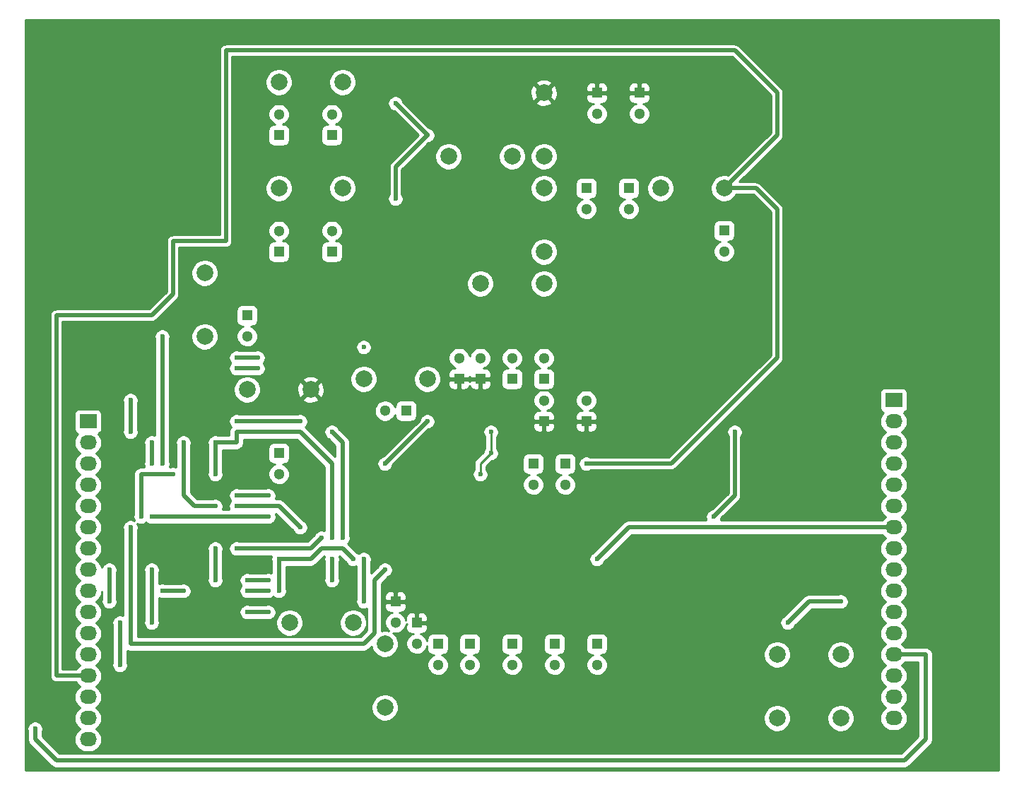
<source format=gbr>
G04 #@! TF.FileFunction,Copper,L2,Bot,Mixed*
%FSLAX46Y46*%
G04 Gerber Fmt 4.6, Leading zero omitted, Abs format (unit mm)*
G04 Created by KiCad (PCBNEW 4.0.3+e1-6302~38~ubuntu16.04.1-stable) date Sat Sep 24 13:38:38 2016*
%MOMM*%
%LPD*%
G01*
G04 APERTURE LIST*
%ADD10C,0.100000*%
%ADD11R,1.300000X1.300000*%
%ADD12C,1.300000*%
%ADD13C,1.998980*%
%ADD14R,2.032000X1.727200*%
%ADD15O,2.032000X1.727200*%
%ADD16C,0.600000*%
%ADD17C,0.500000*%
%ADD18C,0.250000*%
%ADD19C,0.254000*%
G04 APERTURE END LIST*
D10*
D11*
X127000000Y-44450000D03*
D12*
X127000000Y-41950000D03*
D11*
X120650000Y-44450000D03*
D12*
X120650000Y-41950000D03*
D11*
X158750000Y-39370000D03*
D12*
X158750000Y-41870000D03*
D11*
X163830000Y-39370000D03*
D12*
X163830000Y-41870000D03*
D11*
X120650000Y-58420000D03*
D12*
X120650000Y-55920000D03*
D11*
X127000000Y-58420000D03*
D12*
X127000000Y-55920000D03*
D11*
X157480000Y-50800000D03*
D12*
X157480000Y-53300000D03*
D11*
X162560000Y-50800000D03*
D12*
X162560000Y-53300000D03*
D11*
X173990000Y-55880000D03*
D12*
X173990000Y-58380000D03*
D11*
X148590000Y-73660000D03*
D12*
X148590000Y-71160000D03*
D11*
X152400000Y-73660000D03*
D12*
X152400000Y-71160000D03*
D11*
X158750000Y-105410000D03*
D12*
X158750000Y-107910000D03*
D11*
X153670000Y-105410000D03*
D12*
X153670000Y-107910000D03*
D11*
X148590000Y-105410000D03*
D12*
X148590000Y-107910000D03*
D11*
X139700000Y-105410000D03*
D12*
X139700000Y-107910000D03*
D11*
X143510000Y-105410000D03*
D12*
X143510000Y-107910000D03*
D11*
X135890000Y-77470000D03*
D12*
X133390000Y-77470000D03*
D11*
X120650000Y-82550000D03*
D12*
X120650000Y-85050000D03*
D11*
X116840000Y-66040000D03*
D12*
X116840000Y-68540000D03*
D13*
X120650000Y-38100000D03*
X128270000Y-38100000D03*
X120650000Y-50800000D03*
X128270000Y-50800000D03*
X166370000Y-50800000D03*
X173990000Y-50800000D03*
D14*
X194310000Y-76200000D03*
D15*
X194310000Y-78740000D03*
X194310000Y-81280000D03*
X194310000Y-83820000D03*
X194310000Y-86360000D03*
X194310000Y-88900000D03*
X194310000Y-91440000D03*
X194310000Y-93980000D03*
X194310000Y-96520000D03*
X194310000Y-99060000D03*
X194310000Y-101600000D03*
X194310000Y-104140000D03*
X194310000Y-106680000D03*
X194310000Y-109220000D03*
X194310000Y-111760000D03*
X194310000Y-114300000D03*
D13*
X152400000Y-39370000D03*
X152400000Y-46990000D03*
X148590000Y-46990000D03*
X140970000Y-46990000D03*
X152400000Y-50800000D03*
X152400000Y-58420000D03*
X152400000Y-62230000D03*
X144780000Y-62230000D03*
X180340000Y-106680000D03*
X180340000Y-114300000D03*
X187960000Y-106680000D03*
X187960000Y-114300000D03*
X133350000Y-105410000D03*
X133350000Y-113030000D03*
X138430000Y-73660000D03*
X130810000Y-73660000D03*
X121920000Y-102870000D03*
X129540000Y-102870000D03*
X111760000Y-60960000D03*
X111760000Y-68580000D03*
X124460000Y-74930000D03*
X116840000Y-74930000D03*
D11*
X152400000Y-78740000D03*
D12*
X152400000Y-76240000D03*
D11*
X134620000Y-100330000D03*
D12*
X134620000Y-102830000D03*
D11*
X157480000Y-78740000D03*
D12*
X157480000Y-76240000D03*
D11*
X144780000Y-73660000D03*
D12*
X144780000Y-71160000D03*
D11*
X151130000Y-83820000D03*
D12*
X151130000Y-86320000D03*
D11*
X142240000Y-73660000D03*
D12*
X142240000Y-71160000D03*
D11*
X154940000Y-83820000D03*
D12*
X154940000Y-86320000D03*
D11*
X137160000Y-102870000D03*
D12*
X137160000Y-105370000D03*
D14*
X97790000Y-78740000D03*
D15*
X97790000Y-81280000D03*
X97790000Y-83820000D03*
X97790000Y-86360000D03*
X97790000Y-88900000D03*
X97790000Y-91440000D03*
X97790000Y-93980000D03*
X97790000Y-96520000D03*
X97790000Y-99060000D03*
X97790000Y-101600000D03*
X97790000Y-104140000D03*
X97790000Y-106680000D03*
X97790000Y-109220000D03*
X97790000Y-111760000D03*
X97790000Y-114300000D03*
X97790000Y-116840000D03*
D16*
X133350000Y-83820000D03*
X138430000Y-78740000D03*
X101600000Y-107950000D03*
X101600000Y-102870000D03*
X105410000Y-102870000D03*
X105410000Y-96520000D03*
X134620000Y-40640000D03*
X138430000Y-44450000D03*
X134620000Y-52070000D03*
X144780000Y-85090000D03*
X146050000Y-80010000D03*
X146050000Y-82550000D03*
X172720000Y-90170000D03*
X175260000Y-80010000D03*
X106680000Y-83820000D03*
X106680000Y-68580000D03*
X130810000Y-69850000D03*
X142240000Y-78740000D03*
X111760000Y-96520000D03*
X111760000Y-83820000D03*
X127000000Y-72390000D03*
X138430000Y-83820000D03*
X157480000Y-83820000D03*
X118110000Y-72390000D03*
X115570000Y-72390000D03*
X104140000Y-90170000D03*
X107950000Y-85090000D03*
X125730000Y-92710000D03*
X115570000Y-93980000D03*
X113030000Y-88900000D03*
X109220000Y-81280000D03*
X127000000Y-92710000D03*
X113030000Y-81280000D03*
X113030000Y-85090000D03*
X115570000Y-88900000D03*
X123190000Y-91440000D03*
X116840000Y-97790000D03*
X119380000Y-97790000D03*
X113030000Y-93980000D03*
X113030000Y-97790000D03*
X119380000Y-87630000D03*
X115570000Y-87630000D03*
X105410000Y-81280000D03*
X105410000Y-83820000D03*
X102870000Y-80010000D03*
X102870000Y-76200000D03*
X115570000Y-78740000D03*
X123190000Y-78740000D03*
X127000000Y-80010000D03*
X128270000Y-92710000D03*
X119380000Y-90170000D03*
X105410000Y-90170000D03*
X133350000Y-96520000D03*
X102870000Y-91440000D03*
X129540000Y-95250000D03*
X120650000Y-95250000D03*
X106680000Y-99060000D03*
X109220000Y-99060000D03*
X116840000Y-99060000D03*
X119380000Y-99060000D03*
X120650000Y-99060000D03*
X130810000Y-95250000D03*
X130810000Y-100330000D03*
X100330000Y-100330000D03*
X100330000Y-96520000D03*
X119380000Y-101600000D03*
X116840000Y-101600000D03*
X127000000Y-95250000D03*
X127000000Y-97790000D03*
X115570000Y-71120000D03*
X118110000Y-71120000D03*
X158750000Y-95250000D03*
X181610000Y-102870000D03*
X187960000Y-100330000D03*
X91440000Y-115570000D03*
D17*
X133350000Y-83820000D02*
X138430000Y-78740000D01*
X101600000Y-102870000D02*
X101600000Y-107950000D01*
X105410000Y-96520000D02*
X105410000Y-102870000D01*
X134620000Y-52070000D02*
X134620000Y-48260000D01*
X134620000Y-48260000D02*
X138430000Y-44450000D01*
X138430000Y-44450000D02*
X134620000Y-40640000D01*
D18*
X144780000Y-85090000D02*
X144780000Y-83820000D01*
X144780000Y-83820000D02*
X146050000Y-82550000D01*
X146050000Y-82550000D02*
X146050000Y-80010000D01*
D17*
X172720000Y-90170000D02*
X175260000Y-87630000D01*
X175260000Y-87630000D02*
X175260000Y-80010000D01*
X106680000Y-83820000D02*
X106680000Y-68580000D01*
X107950000Y-63500000D02*
X105410000Y-66040000D01*
X180340000Y-44450000D02*
X173990000Y-50800000D01*
X180340000Y-39370000D02*
X180340000Y-44450000D01*
X175260000Y-34290000D02*
X180340000Y-39370000D01*
X114300000Y-34290000D02*
X175260000Y-34290000D01*
X114300000Y-57150000D02*
X114300000Y-34290000D01*
X107950000Y-57150000D02*
X114300000Y-57150000D01*
X107950000Y-63500000D02*
X107950000Y-57150000D01*
X93980000Y-66040000D02*
X105410000Y-66040000D01*
X93980000Y-109220000D02*
X93980000Y-66040000D01*
X97790000Y-109220000D02*
X93980000Y-109220000D01*
X180340000Y-53340000D02*
X180340000Y-71120000D01*
X180340000Y-71120000D02*
X167640000Y-83820000D01*
X167640000Y-83820000D02*
X157480000Y-83820000D01*
X177800000Y-50800000D02*
X173990000Y-50800000D01*
X177800000Y-50800000D02*
X180340000Y-53340000D01*
X118110000Y-72390000D02*
X115570000Y-72390000D01*
X105410000Y-85090000D02*
X104140000Y-85090000D01*
X104140000Y-87630000D02*
X104140000Y-90170000D01*
X107950000Y-85090000D02*
X105410000Y-85090000D01*
X104140000Y-85090000D02*
X104140000Y-87630000D01*
X125730000Y-92710000D02*
X124460000Y-93980000D01*
X124460000Y-93980000D02*
X115570000Y-93980000D01*
X113030000Y-88900000D02*
X110490000Y-88900000D01*
X110490000Y-88900000D02*
X109220000Y-87630000D01*
X109220000Y-87630000D02*
X109220000Y-81280000D01*
X127000000Y-83820000D02*
X127000000Y-92710000D01*
X123190000Y-80010000D02*
X127000000Y-83820000D01*
X118110000Y-80010000D02*
X123190000Y-80010000D01*
X113030000Y-81280000D02*
X115570000Y-81280000D01*
X115570000Y-80010000D02*
X118110000Y-80010000D01*
X115570000Y-81280000D02*
X115570000Y-80010000D01*
X113030000Y-85090000D02*
X113030000Y-81280000D01*
X120650000Y-88900000D02*
X115570000Y-88900000D01*
X123190000Y-91440000D02*
X120650000Y-88900000D01*
X116840000Y-97790000D02*
X119380000Y-97790000D01*
X113030000Y-97790000D02*
X113030000Y-93980000D01*
X119380000Y-87630000D02*
X115570000Y-87630000D01*
X105410000Y-81280000D02*
X105410000Y-83820000D01*
X128270000Y-86360000D02*
X128270000Y-82550000D01*
X102870000Y-80010000D02*
X102870000Y-76200000D01*
X115570000Y-78740000D02*
X123190000Y-78740000D01*
X127000000Y-80010000D02*
X128270000Y-81280000D01*
X128270000Y-81280000D02*
X128270000Y-82550000D01*
X128270000Y-86360000D02*
X128270000Y-92710000D01*
X119380000Y-90170000D02*
X105410000Y-90170000D01*
X133350000Y-96520000D02*
X132080000Y-97790000D01*
X132080000Y-97790000D02*
X132080000Y-104140000D01*
X132080000Y-104140000D02*
X130810000Y-105410000D01*
X130810000Y-105410000D02*
X102870000Y-105410000D01*
X102870000Y-105410000D02*
X102870000Y-91440000D01*
X129540000Y-95250000D02*
X128270000Y-93980000D01*
X128270000Y-93980000D02*
X125730000Y-93980000D01*
X125730000Y-93980000D02*
X124460000Y-95250000D01*
X124460000Y-95250000D02*
X120650000Y-95250000D01*
X109220000Y-99060000D02*
X106680000Y-99060000D01*
X119380000Y-99060000D02*
X116840000Y-99060000D01*
X120650000Y-95250000D02*
X120650000Y-99060000D01*
X130810000Y-95250000D02*
X130810000Y-100330000D01*
X100330000Y-100330000D02*
X100330000Y-96520000D01*
X119380000Y-101600000D02*
X116840000Y-101600000D01*
X127000000Y-95250000D02*
X127000000Y-97790000D01*
X118110000Y-71120000D02*
X115570000Y-71120000D01*
X191770000Y-91440000D02*
X194310000Y-91440000D01*
X158750000Y-95250000D02*
X162560000Y-91440000D01*
X162560000Y-91440000D02*
X191770000Y-91440000D01*
X181610000Y-102870000D02*
X184150000Y-100330000D01*
X184150000Y-100330000D02*
X187960000Y-100330000D01*
X91440000Y-115570000D02*
X91440000Y-116840000D01*
X195580000Y-119380000D02*
X198120000Y-116840000D01*
X93980000Y-119380000D02*
X195580000Y-119380000D01*
X91440000Y-116840000D02*
X93980000Y-119380000D01*
X198120000Y-116840000D02*
X198120000Y-106680000D01*
X198120000Y-106680000D02*
X194310000Y-106680000D01*
D19*
G36*
X206883000Y-120523000D02*
X90297000Y-120523000D01*
X90297000Y-115648617D01*
X90503771Y-115648617D01*
X90536872Y-115828968D01*
X90555000Y-115874754D01*
X90555000Y-116840000D01*
X90562977Y-116921356D01*
X90570102Y-117002796D01*
X90571401Y-117007267D01*
X90571855Y-117011897D01*
X90595475Y-117090131D01*
X90618290Y-117168660D01*
X90620432Y-117172793D01*
X90621777Y-117177247D01*
X90660135Y-117249388D01*
X90697776Y-117322006D01*
X90700682Y-117325646D01*
X90702865Y-117329752D01*
X90754507Y-117393071D01*
X90805534Y-117456991D01*
X90811927Y-117463474D01*
X90812030Y-117463601D01*
X90812147Y-117463698D01*
X90814210Y-117465790D01*
X93354210Y-120005789D01*
X93417370Y-120057669D01*
X93480004Y-120110225D01*
X93484085Y-120112468D01*
X93487678Y-120115420D01*
X93559653Y-120154013D01*
X93631361Y-120193435D01*
X93635802Y-120194844D01*
X93639898Y-120197040D01*
X93718006Y-120220921D01*
X93795998Y-120245661D01*
X93800625Y-120246180D01*
X93805073Y-120247540D01*
X93886349Y-120255795D01*
X93967643Y-120264914D01*
X93976746Y-120264977D01*
X93976910Y-120264994D01*
X93977063Y-120264980D01*
X93980000Y-120265000D01*
X195580000Y-120265000D01*
X195661356Y-120257023D01*
X195742796Y-120249898D01*
X195747267Y-120248599D01*
X195751897Y-120248145D01*
X195830131Y-120224525D01*
X195908660Y-120201710D01*
X195912793Y-120199568D01*
X195917247Y-120198223D01*
X195989388Y-120159865D01*
X196062006Y-120122224D01*
X196065646Y-120119318D01*
X196069752Y-120117135D01*
X196133071Y-120065493D01*
X196196991Y-120014466D01*
X196203474Y-120008073D01*
X196203601Y-120007970D01*
X196203698Y-120007853D01*
X196205790Y-120005790D01*
X198745789Y-117465790D01*
X198797669Y-117402630D01*
X198850225Y-117339996D01*
X198852468Y-117335915D01*
X198855420Y-117332322D01*
X198894013Y-117260347D01*
X198933435Y-117188639D01*
X198934844Y-117184198D01*
X198937040Y-117180102D01*
X198960921Y-117101994D01*
X198985661Y-117024002D01*
X198986180Y-117019375D01*
X198987540Y-117014927D01*
X198995795Y-116933651D01*
X199004914Y-116852357D01*
X199004977Y-116843254D01*
X199004994Y-116843090D01*
X199004980Y-116842937D01*
X199005000Y-116840000D01*
X199005000Y-106680000D01*
X198996870Y-106597089D01*
X198989324Y-106514168D01*
X198988448Y-106511191D01*
X198988145Y-106508103D01*
X198964088Y-106428422D01*
X198940558Y-106348473D01*
X198939119Y-106345720D01*
X198938223Y-106342753D01*
X198899126Y-106269223D01*
X198860536Y-106195407D01*
X198858593Y-106192991D01*
X198857135Y-106190248D01*
X198804464Y-106125667D01*
X198752308Y-106060798D01*
X198749931Y-106058804D01*
X198747970Y-106056399D01*
X198683788Y-106003303D01*
X198619996Y-105949775D01*
X198617278Y-105948281D01*
X198614886Y-105946302D01*
X198541639Y-105906698D01*
X198468639Y-105866565D01*
X198465679Y-105865626D01*
X198462951Y-105864151D01*
X198383444Y-105839540D01*
X198304002Y-105814339D01*
X198300916Y-105813993D01*
X198297954Y-105813076D01*
X198215213Y-105804380D01*
X198132357Y-105795086D01*
X198126392Y-105795044D01*
X198126178Y-105795022D01*
X198125964Y-105795042D01*
X198120000Y-105795000D01*
X195672566Y-105795000D01*
X195541097Y-105631485D01*
X195317048Y-105443485D01*
X195257413Y-105410701D01*
X195299701Y-105388216D01*
X195526353Y-105203363D01*
X195712784Y-104978006D01*
X195851892Y-104720731D01*
X195938379Y-104441335D01*
X195968951Y-104150462D01*
X195942444Y-103859190D01*
X195859866Y-103578615D01*
X195724363Y-103319422D01*
X195541097Y-103091485D01*
X195317048Y-102903485D01*
X195257413Y-102870701D01*
X195299701Y-102848216D01*
X195526353Y-102663363D01*
X195712784Y-102438006D01*
X195851892Y-102180731D01*
X195938379Y-101901335D01*
X195968951Y-101610462D01*
X195942444Y-101319190D01*
X195859866Y-101038615D01*
X195724363Y-100779422D01*
X195541097Y-100551485D01*
X195317048Y-100363485D01*
X195257413Y-100330701D01*
X195299701Y-100308216D01*
X195526353Y-100123363D01*
X195712784Y-99898006D01*
X195851892Y-99640731D01*
X195938379Y-99361335D01*
X195968951Y-99070462D01*
X195942444Y-98779190D01*
X195859866Y-98498615D01*
X195724363Y-98239422D01*
X195541097Y-98011485D01*
X195317048Y-97823485D01*
X195257413Y-97790701D01*
X195299701Y-97768216D01*
X195526353Y-97583363D01*
X195712784Y-97358006D01*
X195851892Y-97100731D01*
X195938379Y-96821335D01*
X195968951Y-96530462D01*
X195942444Y-96239190D01*
X195859866Y-95958615D01*
X195724363Y-95699422D01*
X195541097Y-95471485D01*
X195317048Y-95283485D01*
X195257413Y-95250701D01*
X195299701Y-95228216D01*
X195526353Y-95043363D01*
X195712784Y-94818006D01*
X195851892Y-94560731D01*
X195938379Y-94281335D01*
X195968951Y-93990462D01*
X195942444Y-93699190D01*
X195859866Y-93418615D01*
X195724363Y-93159422D01*
X195541097Y-92931485D01*
X195317048Y-92743485D01*
X195257413Y-92710701D01*
X195299701Y-92688216D01*
X195526353Y-92503363D01*
X195712784Y-92278006D01*
X195851892Y-92020731D01*
X195938379Y-91741335D01*
X195968951Y-91450462D01*
X195942444Y-91159190D01*
X195859866Y-90878615D01*
X195724363Y-90619422D01*
X195541097Y-90391485D01*
X195317048Y-90203485D01*
X195257413Y-90170701D01*
X195299701Y-90148216D01*
X195526353Y-89963363D01*
X195712784Y-89738006D01*
X195851892Y-89480731D01*
X195938379Y-89201335D01*
X195968951Y-88910462D01*
X195942444Y-88619190D01*
X195859866Y-88338615D01*
X195724363Y-88079422D01*
X195541097Y-87851485D01*
X195317048Y-87663485D01*
X195257413Y-87630701D01*
X195299701Y-87608216D01*
X195526353Y-87423363D01*
X195712784Y-87198006D01*
X195851892Y-86940731D01*
X195938379Y-86661335D01*
X195968951Y-86370462D01*
X195942444Y-86079190D01*
X195859866Y-85798615D01*
X195724363Y-85539422D01*
X195541097Y-85311485D01*
X195317048Y-85123485D01*
X195257413Y-85090701D01*
X195299701Y-85068216D01*
X195526353Y-84883363D01*
X195712784Y-84658006D01*
X195851892Y-84400731D01*
X195938379Y-84121335D01*
X195968951Y-83830462D01*
X195942444Y-83539190D01*
X195859866Y-83258615D01*
X195724363Y-82999422D01*
X195541097Y-82771485D01*
X195317048Y-82583485D01*
X195257413Y-82550701D01*
X195299701Y-82528216D01*
X195526353Y-82343363D01*
X195712784Y-82118006D01*
X195851892Y-81860731D01*
X195938379Y-81581335D01*
X195968951Y-81290462D01*
X195942444Y-80999190D01*
X195859866Y-80718615D01*
X195724363Y-80459422D01*
X195541097Y-80231485D01*
X195317048Y-80043485D01*
X195257413Y-80010701D01*
X195299701Y-79988216D01*
X195526353Y-79803363D01*
X195712784Y-79578006D01*
X195851892Y-79320731D01*
X195938379Y-79041335D01*
X195968951Y-78750462D01*
X195942444Y-78459190D01*
X195859866Y-78178615D01*
X195724363Y-77919422D01*
X195541097Y-77691485D01*
X195512220Y-77667255D01*
X195598634Y-77640494D01*
X195748559Y-77541700D01*
X195865025Y-77405050D01*
X195938810Y-77241363D01*
X195964072Y-77063600D01*
X195964072Y-75336400D01*
X195956008Y-75235279D01*
X195902894Y-75063766D01*
X195804100Y-74913841D01*
X195667450Y-74797375D01*
X195503763Y-74723590D01*
X195326000Y-74698328D01*
X193294000Y-74698328D01*
X193192879Y-74706392D01*
X193021366Y-74759506D01*
X192871441Y-74858300D01*
X192754975Y-74994950D01*
X192681190Y-75158637D01*
X192655928Y-75336400D01*
X192655928Y-77063600D01*
X192663992Y-77164721D01*
X192717106Y-77336234D01*
X192815900Y-77486159D01*
X192952550Y-77602625D01*
X193101867Y-77669933D01*
X193093647Y-77676637D01*
X192907216Y-77901994D01*
X192768108Y-78159269D01*
X192681621Y-78438665D01*
X192651049Y-78729538D01*
X192677556Y-79020810D01*
X192760134Y-79301385D01*
X192895637Y-79560578D01*
X193078903Y-79788515D01*
X193302952Y-79976515D01*
X193362587Y-80009299D01*
X193320299Y-80031784D01*
X193093647Y-80216637D01*
X192907216Y-80441994D01*
X192768108Y-80699269D01*
X192681621Y-80978665D01*
X192651049Y-81269538D01*
X192677556Y-81560810D01*
X192760134Y-81841385D01*
X192895637Y-82100578D01*
X193078903Y-82328515D01*
X193302952Y-82516515D01*
X193362587Y-82549299D01*
X193320299Y-82571784D01*
X193093647Y-82756637D01*
X192907216Y-82981994D01*
X192768108Y-83239269D01*
X192681621Y-83518665D01*
X192651049Y-83809538D01*
X192677556Y-84100810D01*
X192760134Y-84381385D01*
X192895637Y-84640578D01*
X193078903Y-84868515D01*
X193302952Y-85056515D01*
X193362587Y-85089299D01*
X193320299Y-85111784D01*
X193093647Y-85296637D01*
X192907216Y-85521994D01*
X192768108Y-85779269D01*
X192681621Y-86058665D01*
X192651049Y-86349538D01*
X192677556Y-86640810D01*
X192760134Y-86921385D01*
X192895637Y-87180578D01*
X193078903Y-87408515D01*
X193302952Y-87596515D01*
X193362587Y-87629299D01*
X193320299Y-87651784D01*
X193093647Y-87836637D01*
X192907216Y-88061994D01*
X192768108Y-88319269D01*
X192681621Y-88598665D01*
X192651049Y-88889538D01*
X192677556Y-89180810D01*
X192760134Y-89461385D01*
X192895637Y-89720578D01*
X193078903Y-89948515D01*
X193302952Y-90136515D01*
X193362587Y-90169299D01*
X193320299Y-90191784D01*
X193093647Y-90376637D01*
X192946093Y-90555000D01*
X173572116Y-90555000D01*
X173611492Y-90466560D01*
X173644786Y-90320016D01*
X175797401Y-88167401D01*
X175841968Y-88113145D01*
X175887086Y-88059375D01*
X175889011Y-88055874D01*
X175891548Y-88052785D01*
X175924713Y-87990933D01*
X175958543Y-87929396D01*
X175959752Y-87925584D01*
X175961639Y-87922065D01*
X175982152Y-87854969D01*
X176003392Y-87788013D01*
X176003838Y-87784041D01*
X176005006Y-87780219D01*
X176012098Y-87710395D01*
X176019926Y-87640611D01*
X176019981Y-87632796D01*
X176019995Y-87632653D01*
X176019982Y-87632520D01*
X176020000Y-87630000D01*
X176020000Y-80554747D01*
X176076911Y-80474070D01*
X176151492Y-80306560D01*
X176192116Y-80127754D01*
X176195040Y-79918319D01*
X176159425Y-79738448D01*
X176089550Y-79568920D01*
X175988079Y-79416193D01*
X175858875Y-79286084D01*
X175706860Y-79183549D01*
X175537825Y-79112493D01*
X175358207Y-79075623D01*
X175174849Y-79074343D01*
X174994733Y-79108701D01*
X174824722Y-79177390D01*
X174671291Y-79277793D01*
X174540283Y-79406086D01*
X174436689Y-79557381D01*
X174364454Y-79725916D01*
X174326331Y-79905272D01*
X174323771Y-80088617D01*
X174356872Y-80268968D01*
X174424372Y-80439454D01*
X174500000Y-80556806D01*
X174500000Y-87315198D01*
X172568128Y-89247070D01*
X172454733Y-89268701D01*
X172284722Y-89337390D01*
X172131291Y-89437793D01*
X172000283Y-89566086D01*
X171896689Y-89717381D01*
X171824454Y-89885916D01*
X171786331Y-90065272D01*
X171783771Y-90248617D01*
X171816872Y-90428968D01*
X171866771Y-90555000D01*
X162560000Y-90555000D01*
X162478640Y-90562978D01*
X162397204Y-90570102D01*
X162392733Y-90571401D01*
X162388103Y-90571855D01*
X162309915Y-90595461D01*
X162231340Y-90618289D01*
X162227203Y-90620434D01*
X162222753Y-90621777D01*
X162150627Y-90660127D01*
X162077995Y-90697776D01*
X162074357Y-90700680D01*
X162070248Y-90702865D01*
X162006938Y-90754500D01*
X161943009Y-90805533D01*
X161936528Y-90811924D01*
X161936399Y-90812030D01*
X161936300Y-90812150D01*
X161934211Y-90814210D01*
X158342086Y-94406334D01*
X158314722Y-94417390D01*
X158161291Y-94517793D01*
X158030283Y-94646086D01*
X157926689Y-94797381D01*
X157854454Y-94965916D01*
X157816331Y-95145272D01*
X157813771Y-95328617D01*
X157846872Y-95508968D01*
X157914372Y-95679454D01*
X158013701Y-95833583D01*
X158141076Y-95965484D01*
X158291644Y-96070131D01*
X158459671Y-96143540D01*
X158638757Y-96182915D01*
X158822079Y-96186755D01*
X159002657Y-96154914D01*
X159173610Y-96088606D01*
X159328429Y-95990355D01*
X159461215Y-95863904D01*
X159566911Y-95714070D01*
X159590507Y-95661073D01*
X162926579Y-92325000D01*
X192947434Y-92325000D01*
X193078903Y-92488515D01*
X193302952Y-92676515D01*
X193362587Y-92709299D01*
X193320299Y-92731784D01*
X193093647Y-92916637D01*
X192907216Y-93141994D01*
X192768108Y-93399269D01*
X192681621Y-93678665D01*
X192651049Y-93969538D01*
X192677556Y-94260810D01*
X192760134Y-94541385D01*
X192895637Y-94800578D01*
X193078903Y-95028515D01*
X193302952Y-95216515D01*
X193362587Y-95249299D01*
X193320299Y-95271784D01*
X193093647Y-95456637D01*
X192907216Y-95681994D01*
X192768108Y-95939269D01*
X192681621Y-96218665D01*
X192651049Y-96509538D01*
X192677556Y-96800810D01*
X192760134Y-97081385D01*
X192895637Y-97340578D01*
X193078903Y-97568515D01*
X193302952Y-97756515D01*
X193362587Y-97789299D01*
X193320299Y-97811784D01*
X193093647Y-97996637D01*
X192907216Y-98221994D01*
X192768108Y-98479269D01*
X192681621Y-98758665D01*
X192651049Y-99049538D01*
X192677556Y-99340810D01*
X192760134Y-99621385D01*
X192895637Y-99880578D01*
X193078903Y-100108515D01*
X193302952Y-100296515D01*
X193362587Y-100329299D01*
X193320299Y-100351784D01*
X193093647Y-100536637D01*
X192907216Y-100761994D01*
X192768108Y-101019269D01*
X192681621Y-101298665D01*
X192651049Y-101589538D01*
X192677556Y-101880810D01*
X192760134Y-102161385D01*
X192895637Y-102420578D01*
X193078903Y-102648515D01*
X193302952Y-102836515D01*
X193362587Y-102869299D01*
X193320299Y-102891784D01*
X193093647Y-103076637D01*
X192907216Y-103301994D01*
X192768108Y-103559269D01*
X192681621Y-103838665D01*
X192651049Y-104129538D01*
X192677556Y-104420810D01*
X192760134Y-104701385D01*
X192895637Y-104960578D01*
X193078903Y-105188515D01*
X193302952Y-105376515D01*
X193362587Y-105409299D01*
X193320299Y-105431784D01*
X193093647Y-105616637D01*
X192907216Y-105841994D01*
X192768108Y-106099269D01*
X192681621Y-106378665D01*
X192651049Y-106669538D01*
X192677556Y-106960810D01*
X192760134Y-107241385D01*
X192895637Y-107500578D01*
X193078903Y-107728515D01*
X193302952Y-107916515D01*
X193362587Y-107949299D01*
X193320299Y-107971784D01*
X193093647Y-108156637D01*
X192907216Y-108381994D01*
X192768108Y-108639269D01*
X192681621Y-108918665D01*
X192651049Y-109209538D01*
X192677556Y-109500810D01*
X192760134Y-109781385D01*
X192895637Y-110040578D01*
X193078903Y-110268515D01*
X193302952Y-110456515D01*
X193362587Y-110489299D01*
X193320299Y-110511784D01*
X193093647Y-110696637D01*
X192907216Y-110921994D01*
X192768108Y-111179269D01*
X192681621Y-111458665D01*
X192651049Y-111749538D01*
X192677556Y-112040810D01*
X192760134Y-112321385D01*
X192895637Y-112580578D01*
X193078903Y-112808515D01*
X193302952Y-112996515D01*
X193362587Y-113029299D01*
X193320299Y-113051784D01*
X193093647Y-113236637D01*
X192907216Y-113461994D01*
X192768108Y-113719269D01*
X192681621Y-113998665D01*
X192651049Y-114289538D01*
X192677556Y-114580810D01*
X192760134Y-114861385D01*
X192895637Y-115120578D01*
X193078903Y-115348515D01*
X193302952Y-115536515D01*
X193559251Y-115677416D01*
X193838036Y-115765852D01*
X194128688Y-115798454D01*
X194149612Y-115798600D01*
X194470388Y-115798600D01*
X194761468Y-115770059D01*
X195041460Y-115685525D01*
X195299701Y-115548216D01*
X195526353Y-115363363D01*
X195712784Y-115138006D01*
X195851892Y-114880731D01*
X195938379Y-114601335D01*
X195968951Y-114310462D01*
X195942444Y-114019190D01*
X195859866Y-113738615D01*
X195724363Y-113479422D01*
X195541097Y-113251485D01*
X195317048Y-113063485D01*
X195257413Y-113030701D01*
X195299701Y-113008216D01*
X195526353Y-112823363D01*
X195712784Y-112598006D01*
X195851892Y-112340731D01*
X195938379Y-112061335D01*
X195968951Y-111770462D01*
X195942444Y-111479190D01*
X195859866Y-111198615D01*
X195724363Y-110939422D01*
X195541097Y-110711485D01*
X195317048Y-110523485D01*
X195257413Y-110490701D01*
X195299701Y-110468216D01*
X195526353Y-110283363D01*
X195712784Y-110058006D01*
X195851892Y-109800731D01*
X195938379Y-109521335D01*
X195968951Y-109230462D01*
X195942444Y-108939190D01*
X195859866Y-108658615D01*
X195724363Y-108399422D01*
X195541097Y-108171485D01*
X195317048Y-107983485D01*
X195257413Y-107950701D01*
X195299701Y-107928216D01*
X195526353Y-107743363D01*
X195673907Y-107565000D01*
X197235000Y-107565000D01*
X197235000Y-116473421D01*
X195213420Y-118495000D01*
X94346579Y-118495000D01*
X92325000Y-116473420D01*
X92325000Y-115881141D01*
X92331492Y-115866560D01*
X92372116Y-115687754D01*
X92375040Y-115478319D01*
X92339425Y-115298448D01*
X92269550Y-115128920D01*
X92168079Y-114976193D01*
X92038875Y-114846084D01*
X91886860Y-114743549D01*
X91717825Y-114672493D01*
X91538207Y-114635623D01*
X91354849Y-114634343D01*
X91174733Y-114668701D01*
X91004722Y-114737390D01*
X90851291Y-114837793D01*
X90720283Y-114966086D01*
X90616689Y-115117381D01*
X90544454Y-115285916D01*
X90506331Y-115465272D01*
X90503771Y-115648617D01*
X90297000Y-115648617D01*
X90297000Y-66040000D01*
X93220000Y-66040000D01*
X93220000Y-109220000D01*
X93226985Y-109291242D01*
X93233462Y-109362410D01*
X93234214Y-109364965D01*
X93234474Y-109367618D01*
X93255144Y-109436081D01*
X93275340Y-109504701D01*
X93276575Y-109507064D01*
X93277345Y-109509613D01*
X93310907Y-109572735D01*
X93344059Y-109636148D01*
X93345729Y-109638225D01*
X93346980Y-109640578D01*
X93392210Y-109696035D01*
X93437001Y-109751744D01*
X93439040Y-109753455D01*
X93440726Y-109755522D01*
X93495898Y-109801164D01*
X93550625Y-109847086D01*
X93552957Y-109848368D01*
X93555013Y-109850069D01*
X93617969Y-109884109D01*
X93680604Y-109918543D01*
X93683145Y-109919349D01*
X93685488Y-109920616D01*
X93753797Y-109941761D01*
X93821987Y-109963392D01*
X93824636Y-109963689D01*
X93827181Y-109964477D01*
X93898272Y-109971949D01*
X93969389Y-109979926D01*
X93974511Y-109979962D01*
X93974694Y-109979981D01*
X93974878Y-109979964D01*
X93980000Y-109980000D01*
X96343968Y-109980000D01*
X96375637Y-110040578D01*
X96558903Y-110268515D01*
X96782952Y-110456515D01*
X96842587Y-110489299D01*
X96800299Y-110511784D01*
X96573647Y-110696637D01*
X96387216Y-110921994D01*
X96248108Y-111179269D01*
X96161621Y-111458665D01*
X96131049Y-111749538D01*
X96157556Y-112040810D01*
X96240134Y-112321385D01*
X96375637Y-112580578D01*
X96558903Y-112808515D01*
X96782952Y-112996515D01*
X96842587Y-113029299D01*
X96800299Y-113051784D01*
X96573647Y-113236637D01*
X96387216Y-113461994D01*
X96248108Y-113719269D01*
X96161621Y-113998665D01*
X96131049Y-114289538D01*
X96157556Y-114580810D01*
X96240134Y-114861385D01*
X96375637Y-115120578D01*
X96558903Y-115348515D01*
X96782952Y-115536515D01*
X96842587Y-115569299D01*
X96800299Y-115591784D01*
X96573647Y-115776637D01*
X96387216Y-116001994D01*
X96248108Y-116259269D01*
X96161621Y-116538665D01*
X96131049Y-116829538D01*
X96157556Y-117120810D01*
X96240134Y-117401385D01*
X96375637Y-117660578D01*
X96558903Y-117888515D01*
X96782952Y-118076515D01*
X97039251Y-118217416D01*
X97318036Y-118305852D01*
X97608688Y-118338454D01*
X97629612Y-118338600D01*
X97950388Y-118338600D01*
X98241468Y-118310059D01*
X98521460Y-118225525D01*
X98779701Y-118088216D01*
X99006353Y-117903363D01*
X99192784Y-117678006D01*
X99331892Y-117420731D01*
X99418379Y-117141335D01*
X99448951Y-116850462D01*
X99422444Y-116559190D01*
X99339866Y-116278615D01*
X99204363Y-116019422D01*
X99021097Y-115791485D01*
X98797048Y-115603485D01*
X98737413Y-115570701D01*
X98779701Y-115548216D01*
X99006353Y-115363363D01*
X99192784Y-115138006D01*
X99331892Y-114880731D01*
X99418379Y-114601335D01*
X99448951Y-114310462D01*
X99422444Y-114019190D01*
X99339866Y-113738615D01*
X99204363Y-113479422D01*
X99021097Y-113251485D01*
X98920927Y-113167432D01*
X131713361Y-113167432D01*
X131771225Y-113482707D01*
X131889223Y-113780737D01*
X132062863Y-114050172D01*
X132285529Y-114280750D01*
X132548740Y-114463686D01*
X132842471Y-114592014D01*
X133155533Y-114660846D01*
X133476003Y-114667558D01*
X133791674Y-114611897D01*
X134090521Y-114495982D01*
X134182781Y-114437432D01*
X178703361Y-114437432D01*
X178761225Y-114752707D01*
X178879223Y-115050737D01*
X179052863Y-115320172D01*
X179275529Y-115550750D01*
X179538740Y-115733686D01*
X179832471Y-115862014D01*
X180145533Y-115930846D01*
X180466003Y-115937558D01*
X180781674Y-115881897D01*
X181080521Y-115765982D01*
X181351162Y-115594228D01*
X181583288Y-115373177D01*
X181768058Y-115111250D01*
X181898433Y-114818422D01*
X181969448Y-114505847D01*
X181970403Y-114437432D01*
X186323361Y-114437432D01*
X186381225Y-114752707D01*
X186499223Y-115050737D01*
X186672863Y-115320172D01*
X186895529Y-115550750D01*
X187158740Y-115733686D01*
X187452471Y-115862014D01*
X187765533Y-115930846D01*
X188086003Y-115937558D01*
X188401674Y-115881897D01*
X188700521Y-115765982D01*
X188971162Y-115594228D01*
X189203288Y-115373177D01*
X189388058Y-115111250D01*
X189518433Y-114818422D01*
X189589448Y-114505847D01*
X189594560Y-114139730D01*
X189532301Y-113825294D01*
X189410152Y-113528940D01*
X189232768Y-113261956D01*
X189006905Y-113034510D01*
X188741165Y-112855266D01*
X188445671Y-112731052D01*
X188131677Y-112666598D01*
X187811145Y-112664360D01*
X187496283Y-112724424D01*
X187199083Y-112844500D01*
X186930867Y-113020016D01*
X186701849Y-113244286D01*
X186520755Y-113508768D01*
X186394481Y-113803388D01*
X186327837Y-114116924D01*
X186323361Y-114437432D01*
X181970403Y-114437432D01*
X181974560Y-114139730D01*
X181912301Y-113825294D01*
X181790152Y-113528940D01*
X181612768Y-113261956D01*
X181386905Y-113034510D01*
X181121165Y-112855266D01*
X180825671Y-112731052D01*
X180511677Y-112666598D01*
X180191145Y-112664360D01*
X179876283Y-112724424D01*
X179579083Y-112844500D01*
X179310867Y-113020016D01*
X179081849Y-113244286D01*
X178900755Y-113508768D01*
X178774481Y-113803388D01*
X178707837Y-114116924D01*
X178703361Y-114437432D01*
X134182781Y-114437432D01*
X134361162Y-114324228D01*
X134593288Y-114103177D01*
X134778058Y-113841250D01*
X134908433Y-113548422D01*
X134979448Y-113235847D01*
X134984560Y-112869730D01*
X134922301Y-112555294D01*
X134800152Y-112258940D01*
X134622768Y-111991956D01*
X134396905Y-111764510D01*
X134131165Y-111585266D01*
X133835671Y-111461052D01*
X133521677Y-111396598D01*
X133201145Y-111394360D01*
X132886283Y-111454424D01*
X132589083Y-111574500D01*
X132320867Y-111750016D01*
X132091849Y-111974286D01*
X131910755Y-112238768D01*
X131784481Y-112533388D01*
X131717837Y-112846924D01*
X131713361Y-113167432D01*
X98920927Y-113167432D01*
X98797048Y-113063485D01*
X98737413Y-113030701D01*
X98779701Y-113008216D01*
X99006353Y-112823363D01*
X99192784Y-112598006D01*
X99331892Y-112340731D01*
X99418379Y-112061335D01*
X99448951Y-111770462D01*
X99422444Y-111479190D01*
X99339866Y-111198615D01*
X99204363Y-110939422D01*
X99021097Y-110711485D01*
X98797048Y-110523485D01*
X98737413Y-110490701D01*
X98779701Y-110468216D01*
X99006353Y-110283363D01*
X99192784Y-110058006D01*
X99331892Y-109800731D01*
X99418379Y-109521335D01*
X99448951Y-109230462D01*
X99422444Y-108939190D01*
X99339866Y-108658615D01*
X99204363Y-108399422D01*
X99021097Y-108171485D01*
X98797048Y-107983485D01*
X98737413Y-107950701D01*
X98779701Y-107928216D01*
X99006353Y-107743363D01*
X99192784Y-107518006D01*
X99331892Y-107260731D01*
X99418379Y-106981335D01*
X99448951Y-106690462D01*
X99422444Y-106399190D01*
X99339866Y-106118615D01*
X99204363Y-105859422D01*
X99021097Y-105631485D01*
X98797048Y-105443485D01*
X98737413Y-105410701D01*
X98779701Y-105388216D01*
X99006353Y-105203363D01*
X99192784Y-104978006D01*
X99331892Y-104720731D01*
X99418379Y-104441335D01*
X99448951Y-104150462D01*
X99422444Y-103859190D01*
X99339866Y-103578615D01*
X99204363Y-103319422D01*
X99021097Y-103091485D01*
X98850835Y-102948617D01*
X100663771Y-102948617D01*
X100696872Y-103128968D01*
X100715000Y-103174754D01*
X100715000Y-107641311D01*
X100704454Y-107665916D01*
X100666331Y-107845272D01*
X100663771Y-108028617D01*
X100696872Y-108208968D01*
X100764372Y-108379454D01*
X100863701Y-108533583D01*
X100991076Y-108665484D01*
X101141644Y-108770131D01*
X101309671Y-108843540D01*
X101488757Y-108882915D01*
X101672079Y-108886755D01*
X101852657Y-108854914D01*
X102023610Y-108788606D01*
X102178429Y-108690355D01*
X102311215Y-108563904D01*
X102416911Y-108414070D01*
X102491492Y-108246560D01*
X102532116Y-108067754D01*
X102535040Y-107858319D01*
X102499425Y-107678448D01*
X102485000Y-107643451D01*
X102485000Y-106203445D01*
X102521361Y-106223435D01*
X102524321Y-106224374D01*
X102527049Y-106225849D01*
X102606556Y-106250460D01*
X102685998Y-106275661D01*
X102689084Y-106276007D01*
X102692046Y-106276924D01*
X102774787Y-106285620D01*
X102857643Y-106294914D01*
X102863608Y-106294956D01*
X102863822Y-106294978D01*
X102864036Y-106294958D01*
X102870000Y-106295000D01*
X130810000Y-106295000D01*
X130891356Y-106287023D01*
X130972796Y-106279898D01*
X130977267Y-106278599D01*
X130981897Y-106278145D01*
X131060131Y-106254525D01*
X131138660Y-106231710D01*
X131142793Y-106229568D01*
X131147247Y-106228223D01*
X131219388Y-106189865D01*
X131292006Y-106152224D01*
X131295646Y-106149318D01*
X131299752Y-106147135D01*
X131363071Y-106095493D01*
X131426991Y-106044466D01*
X131433474Y-106038073D01*
X131433601Y-106037970D01*
X131433698Y-106037853D01*
X131435790Y-106035790D01*
X131746048Y-105725531D01*
X131771225Y-105862707D01*
X131889223Y-106160737D01*
X132062863Y-106430172D01*
X132285529Y-106660750D01*
X132548740Y-106843686D01*
X132842471Y-106972014D01*
X133155533Y-107040846D01*
X133476003Y-107047558D01*
X133791674Y-106991897D01*
X134090521Y-106875982D01*
X134361162Y-106704228D01*
X134593288Y-106483177D01*
X134778058Y-106221250D01*
X134908433Y-105928422D01*
X134979448Y-105615847D01*
X134984560Y-105249730D01*
X134922301Y-104935294D01*
X134800152Y-104638940D01*
X134622768Y-104371956D01*
X134396905Y-104144510D01*
X134291742Y-104073576D01*
X134467115Y-104112135D01*
X134719061Y-104117412D01*
X134967234Y-104073653D01*
X135202181Y-103982523D01*
X135414953Y-103847494D01*
X135597446Y-103673708D01*
X135742708Y-103467787D01*
X135845206Y-103237572D01*
X135899862Y-102997002D01*
X136033748Y-102997002D01*
X135875000Y-103155750D01*
X135875000Y-103582542D01*
X135899403Y-103705223D01*
X135947270Y-103820785D01*
X136016763Y-103924789D01*
X136105211Y-104013237D01*
X136209215Y-104082730D01*
X136324777Y-104130597D01*
X136447458Y-104155000D01*
X136736818Y-104155000D01*
X136561784Y-104225718D01*
X136350918Y-104363705D01*
X136170870Y-104540021D01*
X136028497Y-104747951D01*
X135929223Y-104979575D01*
X135876829Y-105226069D01*
X135873310Y-105478046D01*
X135918802Y-105725908D01*
X136011570Y-105960213D01*
X136148081Y-106172037D01*
X136323136Y-106353312D01*
X136530067Y-106497133D01*
X136760992Y-106598021D01*
X137007115Y-106652135D01*
X137259061Y-106657412D01*
X137507234Y-106613653D01*
X137742181Y-106522523D01*
X137954953Y-106387494D01*
X138137446Y-106213708D01*
X138282708Y-106007787D01*
X138385206Y-105777572D01*
X138411928Y-105659954D01*
X138411928Y-106060000D01*
X138419992Y-106161121D01*
X138473106Y-106332634D01*
X138571900Y-106482559D01*
X138708550Y-106599025D01*
X138872237Y-106672810D01*
X139050000Y-106698072D01*
X139269215Y-106698072D01*
X139101784Y-106765718D01*
X138890918Y-106903705D01*
X138710870Y-107080021D01*
X138568497Y-107287951D01*
X138469223Y-107519575D01*
X138416829Y-107766069D01*
X138413310Y-108018046D01*
X138458802Y-108265908D01*
X138551570Y-108500213D01*
X138688081Y-108712037D01*
X138863136Y-108893312D01*
X139070067Y-109037133D01*
X139300992Y-109138021D01*
X139547115Y-109192135D01*
X139799061Y-109197412D01*
X140047234Y-109153653D01*
X140282181Y-109062523D01*
X140494953Y-108927494D01*
X140677446Y-108753708D01*
X140822708Y-108547787D01*
X140925206Y-108317572D01*
X140981036Y-108071833D01*
X140985056Y-107783999D01*
X140936108Y-107536797D01*
X140840078Y-107303810D01*
X140700622Y-107093912D01*
X140523053Y-106915099D01*
X140314135Y-106774182D01*
X140133077Y-106698072D01*
X140350000Y-106698072D01*
X140451121Y-106690008D01*
X140622634Y-106636894D01*
X140772559Y-106538100D01*
X140889025Y-106401450D01*
X140962810Y-106237763D01*
X140988072Y-106060000D01*
X140988072Y-104760000D01*
X142221928Y-104760000D01*
X142221928Y-106060000D01*
X142229992Y-106161121D01*
X142283106Y-106332634D01*
X142381900Y-106482559D01*
X142518550Y-106599025D01*
X142682237Y-106672810D01*
X142860000Y-106698072D01*
X143079215Y-106698072D01*
X142911784Y-106765718D01*
X142700918Y-106903705D01*
X142520870Y-107080021D01*
X142378497Y-107287951D01*
X142279223Y-107519575D01*
X142226829Y-107766069D01*
X142223310Y-108018046D01*
X142268802Y-108265908D01*
X142361570Y-108500213D01*
X142498081Y-108712037D01*
X142673136Y-108893312D01*
X142880067Y-109037133D01*
X143110992Y-109138021D01*
X143357115Y-109192135D01*
X143609061Y-109197412D01*
X143857234Y-109153653D01*
X144092181Y-109062523D01*
X144304953Y-108927494D01*
X144487446Y-108753708D01*
X144632708Y-108547787D01*
X144735206Y-108317572D01*
X144791036Y-108071833D01*
X144795056Y-107783999D01*
X144746108Y-107536797D01*
X144650078Y-107303810D01*
X144510622Y-107093912D01*
X144333053Y-106915099D01*
X144124135Y-106774182D01*
X143943077Y-106698072D01*
X144160000Y-106698072D01*
X144261121Y-106690008D01*
X144432634Y-106636894D01*
X144582559Y-106538100D01*
X144699025Y-106401450D01*
X144772810Y-106237763D01*
X144798072Y-106060000D01*
X144798072Y-104760000D01*
X147301928Y-104760000D01*
X147301928Y-106060000D01*
X147309992Y-106161121D01*
X147363106Y-106332634D01*
X147461900Y-106482559D01*
X147598550Y-106599025D01*
X147762237Y-106672810D01*
X147940000Y-106698072D01*
X148159215Y-106698072D01*
X147991784Y-106765718D01*
X147780918Y-106903705D01*
X147600870Y-107080021D01*
X147458497Y-107287951D01*
X147359223Y-107519575D01*
X147306829Y-107766069D01*
X147303310Y-108018046D01*
X147348802Y-108265908D01*
X147441570Y-108500213D01*
X147578081Y-108712037D01*
X147753136Y-108893312D01*
X147960067Y-109037133D01*
X148190992Y-109138021D01*
X148437115Y-109192135D01*
X148689061Y-109197412D01*
X148937234Y-109153653D01*
X149172181Y-109062523D01*
X149384953Y-108927494D01*
X149567446Y-108753708D01*
X149712708Y-108547787D01*
X149815206Y-108317572D01*
X149871036Y-108071833D01*
X149875056Y-107783999D01*
X149826108Y-107536797D01*
X149730078Y-107303810D01*
X149590622Y-107093912D01*
X149413053Y-106915099D01*
X149204135Y-106774182D01*
X149023077Y-106698072D01*
X149240000Y-106698072D01*
X149341121Y-106690008D01*
X149512634Y-106636894D01*
X149662559Y-106538100D01*
X149779025Y-106401450D01*
X149852810Y-106237763D01*
X149878072Y-106060000D01*
X149878072Y-104760000D01*
X152381928Y-104760000D01*
X152381928Y-106060000D01*
X152389992Y-106161121D01*
X152443106Y-106332634D01*
X152541900Y-106482559D01*
X152678550Y-106599025D01*
X152842237Y-106672810D01*
X153020000Y-106698072D01*
X153239215Y-106698072D01*
X153071784Y-106765718D01*
X152860918Y-106903705D01*
X152680870Y-107080021D01*
X152538497Y-107287951D01*
X152439223Y-107519575D01*
X152386829Y-107766069D01*
X152383310Y-108018046D01*
X152428802Y-108265908D01*
X152521570Y-108500213D01*
X152658081Y-108712037D01*
X152833136Y-108893312D01*
X153040067Y-109037133D01*
X153270992Y-109138021D01*
X153517115Y-109192135D01*
X153769061Y-109197412D01*
X154017234Y-109153653D01*
X154252181Y-109062523D01*
X154464953Y-108927494D01*
X154647446Y-108753708D01*
X154792708Y-108547787D01*
X154895206Y-108317572D01*
X154951036Y-108071833D01*
X154955056Y-107783999D01*
X154906108Y-107536797D01*
X154810078Y-107303810D01*
X154670622Y-107093912D01*
X154493053Y-106915099D01*
X154284135Y-106774182D01*
X154103077Y-106698072D01*
X154320000Y-106698072D01*
X154421121Y-106690008D01*
X154592634Y-106636894D01*
X154742559Y-106538100D01*
X154859025Y-106401450D01*
X154932810Y-106237763D01*
X154958072Y-106060000D01*
X154958072Y-104760000D01*
X157461928Y-104760000D01*
X157461928Y-106060000D01*
X157469992Y-106161121D01*
X157523106Y-106332634D01*
X157621900Y-106482559D01*
X157758550Y-106599025D01*
X157922237Y-106672810D01*
X158100000Y-106698072D01*
X158319215Y-106698072D01*
X158151784Y-106765718D01*
X157940918Y-106903705D01*
X157760870Y-107080021D01*
X157618497Y-107287951D01*
X157519223Y-107519575D01*
X157466829Y-107766069D01*
X157463310Y-108018046D01*
X157508802Y-108265908D01*
X157601570Y-108500213D01*
X157738081Y-108712037D01*
X157913136Y-108893312D01*
X158120067Y-109037133D01*
X158350992Y-109138021D01*
X158597115Y-109192135D01*
X158849061Y-109197412D01*
X159097234Y-109153653D01*
X159332181Y-109062523D01*
X159544953Y-108927494D01*
X159727446Y-108753708D01*
X159872708Y-108547787D01*
X159975206Y-108317572D01*
X160031036Y-108071833D01*
X160035056Y-107783999D01*
X159986108Y-107536797D01*
X159890078Y-107303810D01*
X159750622Y-107093912D01*
X159573053Y-106915099D01*
X159428256Y-106817432D01*
X178703361Y-106817432D01*
X178761225Y-107132707D01*
X178879223Y-107430737D01*
X179052863Y-107700172D01*
X179275529Y-107930750D01*
X179538740Y-108113686D01*
X179832471Y-108242014D01*
X180145533Y-108310846D01*
X180466003Y-108317558D01*
X180781674Y-108261897D01*
X181080521Y-108145982D01*
X181351162Y-107974228D01*
X181583288Y-107753177D01*
X181768058Y-107491250D01*
X181898433Y-107198422D01*
X181969448Y-106885847D01*
X181970403Y-106817432D01*
X186323361Y-106817432D01*
X186381225Y-107132707D01*
X186499223Y-107430737D01*
X186672863Y-107700172D01*
X186895529Y-107930750D01*
X187158740Y-108113686D01*
X187452471Y-108242014D01*
X187765533Y-108310846D01*
X188086003Y-108317558D01*
X188401674Y-108261897D01*
X188700521Y-108145982D01*
X188971162Y-107974228D01*
X189203288Y-107753177D01*
X189388058Y-107491250D01*
X189518433Y-107198422D01*
X189589448Y-106885847D01*
X189594560Y-106519730D01*
X189532301Y-106205294D01*
X189410152Y-105908940D01*
X189232768Y-105641956D01*
X189006905Y-105414510D01*
X188741165Y-105235266D01*
X188445671Y-105111052D01*
X188131677Y-105046598D01*
X187811145Y-105044360D01*
X187496283Y-105104424D01*
X187199083Y-105224500D01*
X186930867Y-105400016D01*
X186701849Y-105624286D01*
X186520755Y-105888768D01*
X186394481Y-106183388D01*
X186327837Y-106496924D01*
X186323361Y-106817432D01*
X181970403Y-106817432D01*
X181974560Y-106519730D01*
X181912301Y-106205294D01*
X181790152Y-105908940D01*
X181612768Y-105641956D01*
X181386905Y-105414510D01*
X181121165Y-105235266D01*
X180825671Y-105111052D01*
X180511677Y-105046598D01*
X180191145Y-105044360D01*
X179876283Y-105104424D01*
X179579083Y-105224500D01*
X179310867Y-105400016D01*
X179081849Y-105624286D01*
X178900755Y-105888768D01*
X178774481Y-106183388D01*
X178707837Y-106496924D01*
X178703361Y-106817432D01*
X159428256Y-106817432D01*
X159364135Y-106774182D01*
X159183077Y-106698072D01*
X159400000Y-106698072D01*
X159501121Y-106690008D01*
X159672634Y-106636894D01*
X159822559Y-106538100D01*
X159939025Y-106401450D01*
X160012810Y-106237763D01*
X160038072Y-106060000D01*
X160038072Y-104760000D01*
X160030008Y-104658879D01*
X159976894Y-104487366D01*
X159878100Y-104337441D01*
X159741450Y-104220975D01*
X159577763Y-104147190D01*
X159400000Y-104121928D01*
X158100000Y-104121928D01*
X157998879Y-104129992D01*
X157827366Y-104183106D01*
X157677441Y-104281900D01*
X157560975Y-104418550D01*
X157487190Y-104582237D01*
X157461928Y-104760000D01*
X154958072Y-104760000D01*
X154950008Y-104658879D01*
X154896894Y-104487366D01*
X154798100Y-104337441D01*
X154661450Y-104220975D01*
X154497763Y-104147190D01*
X154320000Y-104121928D01*
X153020000Y-104121928D01*
X152918879Y-104129992D01*
X152747366Y-104183106D01*
X152597441Y-104281900D01*
X152480975Y-104418550D01*
X152407190Y-104582237D01*
X152381928Y-104760000D01*
X149878072Y-104760000D01*
X149870008Y-104658879D01*
X149816894Y-104487366D01*
X149718100Y-104337441D01*
X149581450Y-104220975D01*
X149417763Y-104147190D01*
X149240000Y-104121928D01*
X147940000Y-104121928D01*
X147838879Y-104129992D01*
X147667366Y-104183106D01*
X147517441Y-104281900D01*
X147400975Y-104418550D01*
X147327190Y-104582237D01*
X147301928Y-104760000D01*
X144798072Y-104760000D01*
X144790008Y-104658879D01*
X144736894Y-104487366D01*
X144638100Y-104337441D01*
X144501450Y-104220975D01*
X144337763Y-104147190D01*
X144160000Y-104121928D01*
X142860000Y-104121928D01*
X142758879Y-104129992D01*
X142587366Y-104183106D01*
X142437441Y-104281900D01*
X142320975Y-104418550D01*
X142247190Y-104582237D01*
X142221928Y-104760000D01*
X140988072Y-104760000D01*
X140980008Y-104658879D01*
X140926894Y-104487366D01*
X140828100Y-104337441D01*
X140691450Y-104220975D01*
X140527763Y-104147190D01*
X140350000Y-104121928D01*
X139050000Y-104121928D01*
X138948879Y-104129992D01*
X138777366Y-104183106D01*
X138627441Y-104281900D01*
X138510975Y-104418550D01*
X138437190Y-104582237D01*
X138411928Y-104760000D01*
X138411928Y-105076693D01*
X138396108Y-104996797D01*
X138300078Y-104763810D01*
X138160622Y-104553912D01*
X137983053Y-104375099D01*
X137774135Y-104234182D01*
X137585769Y-104155000D01*
X137872542Y-104155000D01*
X137995223Y-104130597D01*
X138110785Y-104082730D01*
X138214789Y-104013237D01*
X138303237Y-103924789D01*
X138372730Y-103820785D01*
X138420597Y-103705223D01*
X138445000Y-103582542D01*
X138445000Y-103155750D01*
X138286250Y-102997000D01*
X137287000Y-102997000D01*
X137287000Y-103017000D01*
X137033000Y-103017000D01*
X137033000Y-102997000D01*
X137013000Y-102997000D01*
X137013000Y-102948617D01*
X180673771Y-102948617D01*
X180706872Y-103128968D01*
X180774372Y-103299454D01*
X180873701Y-103453583D01*
X181001076Y-103585484D01*
X181151644Y-103690131D01*
X181319671Y-103763540D01*
X181498757Y-103802915D01*
X181682079Y-103806755D01*
X181862657Y-103774914D01*
X182033610Y-103708606D01*
X182188429Y-103610355D01*
X182321215Y-103483904D01*
X182426911Y-103334070D01*
X182450507Y-103281073D01*
X184516579Y-101215000D01*
X187650124Y-101215000D01*
X187669671Y-101223540D01*
X187848757Y-101262915D01*
X188032079Y-101266755D01*
X188212657Y-101234914D01*
X188383610Y-101168606D01*
X188538429Y-101070355D01*
X188671215Y-100943904D01*
X188776911Y-100794070D01*
X188851492Y-100626560D01*
X188892116Y-100447754D01*
X188895040Y-100238319D01*
X188859425Y-100058448D01*
X188789550Y-99888920D01*
X188688079Y-99736193D01*
X188558875Y-99606084D01*
X188406860Y-99503549D01*
X188237825Y-99432493D01*
X188058207Y-99395623D01*
X187874849Y-99394343D01*
X187694733Y-99428701D01*
X187654392Y-99445000D01*
X184150000Y-99445000D01*
X184068599Y-99452982D01*
X183987203Y-99460103D01*
X183982736Y-99461401D01*
X183978103Y-99461855D01*
X183899852Y-99485480D01*
X183821339Y-99508290D01*
X183817205Y-99510433D01*
X183812753Y-99511777D01*
X183740630Y-99550125D01*
X183667994Y-99587776D01*
X183664354Y-99590682D01*
X183660248Y-99592865D01*
X183596929Y-99644507D01*
X183533009Y-99695534D01*
X183526530Y-99701923D01*
X183526399Y-99702030D01*
X183526299Y-99702151D01*
X183524210Y-99704211D01*
X181202086Y-102026334D01*
X181174722Y-102037390D01*
X181021291Y-102137793D01*
X180890283Y-102266086D01*
X180786689Y-102417381D01*
X180714454Y-102585916D01*
X180676331Y-102765272D01*
X180673771Y-102948617D01*
X137013000Y-102948617D01*
X137013000Y-102743000D01*
X137033000Y-102743000D01*
X137033000Y-101743750D01*
X137287000Y-101743750D01*
X137287000Y-102743000D01*
X138286250Y-102743000D01*
X138445000Y-102584250D01*
X138445000Y-102157458D01*
X138420597Y-102034777D01*
X138372730Y-101919215D01*
X138303237Y-101815211D01*
X138214789Y-101726763D01*
X138110785Y-101657270D01*
X137995223Y-101609403D01*
X137872542Y-101585000D01*
X137445750Y-101585000D01*
X137287000Y-101743750D01*
X137033000Y-101743750D01*
X136874250Y-101585000D01*
X136447458Y-101585000D01*
X136324777Y-101609403D01*
X136209215Y-101657270D01*
X136105211Y-101726763D01*
X136016763Y-101815211D01*
X135947270Y-101919215D01*
X135899403Y-102034777D01*
X135875000Y-102157458D01*
X135875000Y-102552207D01*
X135856108Y-102456797D01*
X135760078Y-102223810D01*
X135620622Y-102013912D01*
X135443053Y-101835099D01*
X135234135Y-101694182D01*
X135045769Y-101615000D01*
X135332542Y-101615000D01*
X135455223Y-101590597D01*
X135570785Y-101542730D01*
X135674789Y-101473237D01*
X135763237Y-101384789D01*
X135832730Y-101280785D01*
X135880597Y-101165223D01*
X135905000Y-101042542D01*
X135905000Y-100615750D01*
X135746250Y-100457000D01*
X134747000Y-100457000D01*
X134747000Y-100477000D01*
X134493000Y-100477000D01*
X134493000Y-100457000D01*
X133493750Y-100457000D01*
X133335000Y-100615750D01*
X133335000Y-101042542D01*
X133359403Y-101165223D01*
X133407270Y-101280785D01*
X133476763Y-101384789D01*
X133565211Y-101473237D01*
X133669215Y-101542730D01*
X133784777Y-101590597D01*
X133907458Y-101615000D01*
X134196818Y-101615000D01*
X134021784Y-101685718D01*
X133810918Y-101823705D01*
X133630870Y-102000021D01*
X133488497Y-102207951D01*
X133389223Y-102439575D01*
X133336829Y-102686069D01*
X133333310Y-102938046D01*
X133378802Y-103185908D01*
X133471570Y-103420213D01*
X133608081Y-103632037D01*
X133783136Y-103813312D01*
X133817758Y-103837375D01*
X133521677Y-103776598D01*
X133201145Y-103774360D01*
X132965000Y-103819408D01*
X132965000Y-99617458D01*
X133335000Y-99617458D01*
X133335000Y-100044250D01*
X133493750Y-100203000D01*
X134493000Y-100203000D01*
X134493000Y-99203750D01*
X134747000Y-99203750D01*
X134747000Y-100203000D01*
X135746250Y-100203000D01*
X135905000Y-100044250D01*
X135905000Y-99617458D01*
X135880597Y-99494777D01*
X135832730Y-99379215D01*
X135763237Y-99275211D01*
X135674789Y-99186763D01*
X135570785Y-99117270D01*
X135455223Y-99069403D01*
X135332542Y-99045000D01*
X134905750Y-99045000D01*
X134747000Y-99203750D01*
X134493000Y-99203750D01*
X134334250Y-99045000D01*
X133907458Y-99045000D01*
X133784777Y-99069403D01*
X133669215Y-99117270D01*
X133565211Y-99186763D01*
X133476763Y-99275211D01*
X133407270Y-99379215D01*
X133359403Y-99494777D01*
X133335000Y-99617458D01*
X132965000Y-99617458D01*
X132965000Y-98156580D01*
X133756233Y-97365346D01*
X133773610Y-97358606D01*
X133928429Y-97260355D01*
X134061215Y-97133904D01*
X134166911Y-96984070D01*
X134241492Y-96816560D01*
X134282116Y-96637754D01*
X134285040Y-96428319D01*
X134249425Y-96248448D01*
X134179550Y-96078920D01*
X134078079Y-95926193D01*
X133948875Y-95796084D01*
X133796860Y-95693549D01*
X133627825Y-95622493D01*
X133448207Y-95585623D01*
X133264849Y-95584343D01*
X133084733Y-95618701D01*
X132914722Y-95687390D01*
X132761291Y-95787793D01*
X132630283Y-95916086D01*
X132526689Y-96067381D01*
X132508423Y-96109997D01*
X131695000Y-96923420D01*
X131695000Y-95561141D01*
X131701492Y-95546560D01*
X131742116Y-95367754D01*
X131745040Y-95158319D01*
X131709425Y-94978448D01*
X131639550Y-94808920D01*
X131538079Y-94656193D01*
X131408875Y-94526084D01*
X131256860Y-94423549D01*
X131087825Y-94352493D01*
X130908207Y-94315623D01*
X130724849Y-94314343D01*
X130544733Y-94348701D01*
X130374722Y-94417390D01*
X130221291Y-94517793D01*
X130175334Y-94562798D01*
X130138875Y-94526084D01*
X129986860Y-94423549D01*
X129949368Y-94407789D01*
X128921935Y-93380355D01*
X128981215Y-93323904D01*
X129086911Y-93174070D01*
X129161492Y-93006560D01*
X129202116Y-92827754D01*
X129205040Y-92618319D01*
X129169425Y-92438448D01*
X129155000Y-92403451D01*
X129155000Y-85168617D01*
X143843771Y-85168617D01*
X143876872Y-85348968D01*
X143944372Y-85519454D01*
X144043701Y-85673583D01*
X144171076Y-85805484D01*
X144321644Y-85910131D01*
X144489671Y-85983540D01*
X144668757Y-86022915D01*
X144852079Y-86026755D01*
X145032657Y-85994914D01*
X145203610Y-85928606D01*
X145358429Y-85830355D01*
X145491215Y-85703904D01*
X145596911Y-85554070D01*
X145671492Y-85386560D01*
X145712116Y-85207754D01*
X145715040Y-84998319D01*
X145679425Y-84818448D01*
X145609550Y-84648920D01*
X145540000Y-84544238D01*
X145540000Y-84134802D01*
X146202169Y-83472633D01*
X146302657Y-83454914D01*
X146473610Y-83388606D01*
X146628429Y-83290355D01*
X146754813Y-83170000D01*
X149841928Y-83170000D01*
X149841928Y-84470000D01*
X149849992Y-84571121D01*
X149903106Y-84742634D01*
X150001900Y-84892559D01*
X150138550Y-85009025D01*
X150302237Y-85082810D01*
X150480000Y-85108072D01*
X150699215Y-85108072D01*
X150531784Y-85175718D01*
X150320918Y-85313705D01*
X150140870Y-85490021D01*
X149998497Y-85697951D01*
X149899223Y-85929575D01*
X149846829Y-86176069D01*
X149843310Y-86428046D01*
X149888802Y-86675908D01*
X149981570Y-86910213D01*
X150118081Y-87122037D01*
X150293136Y-87303312D01*
X150500067Y-87447133D01*
X150730992Y-87548021D01*
X150977115Y-87602135D01*
X151229061Y-87607412D01*
X151477234Y-87563653D01*
X151712181Y-87472523D01*
X151924953Y-87337494D01*
X152107446Y-87163708D01*
X152252708Y-86957787D01*
X152355206Y-86727572D01*
X152411036Y-86481833D01*
X152415056Y-86193999D01*
X152366108Y-85946797D01*
X152270078Y-85713810D01*
X152130622Y-85503912D01*
X151953053Y-85325099D01*
X151744135Y-85184182D01*
X151563077Y-85108072D01*
X151780000Y-85108072D01*
X151881121Y-85100008D01*
X152052634Y-85046894D01*
X152202559Y-84948100D01*
X152319025Y-84811450D01*
X152392810Y-84647763D01*
X152418072Y-84470000D01*
X152418072Y-83170000D01*
X153651928Y-83170000D01*
X153651928Y-84470000D01*
X153659992Y-84571121D01*
X153713106Y-84742634D01*
X153811900Y-84892559D01*
X153948550Y-85009025D01*
X154112237Y-85082810D01*
X154290000Y-85108072D01*
X154509215Y-85108072D01*
X154341784Y-85175718D01*
X154130918Y-85313705D01*
X153950870Y-85490021D01*
X153808497Y-85697951D01*
X153709223Y-85929575D01*
X153656829Y-86176069D01*
X153653310Y-86428046D01*
X153698802Y-86675908D01*
X153791570Y-86910213D01*
X153928081Y-87122037D01*
X154103136Y-87303312D01*
X154310067Y-87447133D01*
X154540992Y-87548021D01*
X154787115Y-87602135D01*
X155039061Y-87607412D01*
X155287234Y-87563653D01*
X155522181Y-87472523D01*
X155734953Y-87337494D01*
X155917446Y-87163708D01*
X156062708Y-86957787D01*
X156165206Y-86727572D01*
X156221036Y-86481833D01*
X156225056Y-86193999D01*
X156176108Y-85946797D01*
X156080078Y-85713810D01*
X155940622Y-85503912D01*
X155763053Y-85325099D01*
X155554135Y-85184182D01*
X155373077Y-85108072D01*
X155590000Y-85108072D01*
X155691121Y-85100008D01*
X155862634Y-85046894D01*
X156012559Y-84948100D01*
X156129025Y-84811450D01*
X156202810Y-84647763D01*
X156228072Y-84470000D01*
X156228072Y-83170000D01*
X156220008Y-83068879D01*
X156166894Y-82897366D01*
X156068100Y-82747441D01*
X155931450Y-82630975D01*
X155767763Y-82557190D01*
X155590000Y-82531928D01*
X154290000Y-82531928D01*
X154188879Y-82539992D01*
X154017366Y-82593106D01*
X153867441Y-82691900D01*
X153750975Y-82828550D01*
X153677190Y-82992237D01*
X153651928Y-83170000D01*
X152418072Y-83170000D01*
X152410008Y-83068879D01*
X152356894Y-82897366D01*
X152258100Y-82747441D01*
X152121450Y-82630975D01*
X151957763Y-82557190D01*
X151780000Y-82531928D01*
X150480000Y-82531928D01*
X150378879Y-82539992D01*
X150207366Y-82593106D01*
X150057441Y-82691900D01*
X149940975Y-82828550D01*
X149867190Y-82992237D01*
X149841928Y-83170000D01*
X146754813Y-83170000D01*
X146761215Y-83163904D01*
X146866911Y-83014070D01*
X146941492Y-82846560D01*
X146982116Y-82667754D01*
X146985040Y-82458319D01*
X146949425Y-82278448D01*
X146879550Y-82108920D01*
X146810000Y-82004238D01*
X146810000Y-80554747D01*
X146866911Y-80474070D01*
X146941492Y-80306560D01*
X146982116Y-80127754D01*
X146985040Y-79918319D01*
X146949425Y-79738448D01*
X146879550Y-79568920D01*
X146778079Y-79416193D01*
X146648875Y-79286084D01*
X146496860Y-79183549D01*
X146327825Y-79112493D01*
X146148207Y-79075623D01*
X145964849Y-79074343D01*
X145784733Y-79108701D01*
X145614722Y-79177390D01*
X145461291Y-79277793D01*
X145330283Y-79406086D01*
X145226689Y-79557381D01*
X145154454Y-79725916D01*
X145116331Y-79905272D01*
X145113771Y-80088617D01*
X145146872Y-80268968D01*
X145214372Y-80439454D01*
X145290000Y-80556806D01*
X145290000Y-82004918D01*
X145226689Y-82097381D01*
X145154454Y-82265916D01*
X145126158Y-82399040D01*
X144242599Y-83282599D01*
X144198032Y-83336855D01*
X144152914Y-83390625D01*
X144150989Y-83394126D01*
X144148452Y-83397215D01*
X144115287Y-83459067D01*
X144081457Y-83520604D01*
X144080248Y-83524416D01*
X144078361Y-83527935D01*
X144057848Y-83595031D01*
X144036608Y-83661987D01*
X144036162Y-83665959D01*
X144034994Y-83669781D01*
X144027897Y-83739649D01*
X144020074Y-83809389D01*
X144020020Y-83817194D01*
X144020004Y-83817347D01*
X144020018Y-83817490D01*
X144020000Y-83820000D01*
X144020000Y-84544918D01*
X143956689Y-84637381D01*
X143884454Y-84805916D01*
X143846331Y-84985272D01*
X143843771Y-85168617D01*
X129155000Y-85168617D01*
X129155000Y-83898617D01*
X132413771Y-83898617D01*
X132446872Y-84078968D01*
X132514372Y-84249454D01*
X132613701Y-84403583D01*
X132741076Y-84535484D01*
X132891644Y-84640131D01*
X133059671Y-84713540D01*
X133238757Y-84752915D01*
X133422079Y-84756755D01*
X133602657Y-84724914D01*
X133773610Y-84658606D01*
X133928429Y-84560355D01*
X134061215Y-84433904D01*
X134166911Y-84284070D01*
X134241492Y-84116560D01*
X134274786Y-83970016D01*
X138582169Y-79662633D01*
X138682657Y-79644914D01*
X138853610Y-79578606D01*
X139008429Y-79480355D01*
X139141215Y-79353904D01*
X139246911Y-79204070D01*
X139321492Y-79036560D01*
X139323947Y-79025750D01*
X151115000Y-79025750D01*
X151115000Y-79452542D01*
X151139403Y-79575223D01*
X151187270Y-79690785D01*
X151256763Y-79794789D01*
X151345211Y-79883237D01*
X151449215Y-79952730D01*
X151564777Y-80000597D01*
X151687458Y-80025000D01*
X152114250Y-80025000D01*
X152273000Y-79866250D01*
X152273000Y-78867000D01*
X152527000Y-78867000D01*
X152527000Y-79866250D01*
X152685750Y-80025000D01*
X153112542Y-80025000D01*
X153235223Y-80000597D01*
X153350785Y-79952730D01*
X153454789Y-79883237D01*
X153543237Y-79794789D01*
X153612730Y-79690785D01*
X153660597Y-79575223D01*
X153685000Y-79452542D01*
X153685000Y-79025750D01*
X156195000Y-79025750D01*
X156195000Y-79452542D01*
X156219403Y-79575223D01*
X156267270Y-79690785D01*
X156336763Y-79794789D01*
X156425211Y-79883237D01*
X156529215Y-79952730D01*
X156644777Y-80000597D01*
X156767458Y-80025000D01*
X157194250Y-80025000D01*
X157353000Y-79866250D01*
X157353000Y-78867000D01*
X157607000Y-78867000D01*
X157607000Y-79866250D01*
X157765750Y-80025000D01*
X158192542Y-80025000D01*
X158315223Y-80000597D01*
X158430785Y-79952730D01*
X158534789Y-79883237D01*
X158623237Y-79794789D01*
X158692730Y-79690785D01*
X158740597Y-79575223D01*
X158765000Y-79452542D01*
X158765000Y-79025750D01*
X158606250Y-78867000D01*
X157607000Y-78867000D01*
X157353000Y-78867000D01*
X156353750Y-78867000D01*
X156195000Y-79025750D01*
X153685000Y-79025750D01*
X153526250Y-78867000D01*
X152527000Y-78867000D01*
X152273000Y-78867000D01*
X151273750Y-78867000D01*
X151115000Y-79025750D01*
X139323947Y-79025750D01*
X139362116Y-78857754D01*
X139365040Y-78648319D01*
X139329425Y-78468448D01*
X139259550Y-78298920D01*
X139158079Y-78146193D01*
X139028875Y-78016084D01*
X138876860Y-77913549D01*
X138707825Y-77842493D01*
X138528207Y-77805623D01*
X138344849Y-77804343D01*
X138164733Y-77838701D01*
X137994722Y-77907390D01*
X137841291Y-78007793D01*
X137710283Y-78136086D01*
X137606689Y-78287381D01*
X137534454Y-78455916D01*
X137506158Y-78589040D01*
X133198128Y-82897070D01*
X133084733Y-82918701D01*
X132914722Y-82987390D01*
X132761291Y-83087793D01*
X132630283Y-83216086D01*
X132526689Y-83367381D01*
X132454454Y-83535916D01*
X132416331Y-83715272D01*
X132413771Y-83898617D01*
X129155000Y-83898617D01*
X129155000Y-81280000D01*
X129147018Y-81198599D01*
X129139897Y-81117203D01*
X129138599Y-81112736D01*
X129138145Y-81108103D01*
X129114520Y-81029852D01*
X129091710Y-80951339D01*
X129089567Y-80947205D01*
X129088223Y-80942753D01*
X129049875Y-80870630D01*
X129012224Y-80797994D01*
X129009318Y-80794354D01*
X129007135Y-80790248D01*
X128955493Y-80726929D01*
X128904466Y-80663009D01*
X128898077Y-80656530D01*
X128897970Y-80656399D01*
X128897849Y-80656299D01*
X128895789Y-80654210D01*
X127842908Y-79601328D01*
X127829550Y-79568920D01*
X127728079Y-79416193D01*
X127598875Y-79286084D01*
X127446860Y-79183549D01*
X127277825Y-79112493D01*
X127098207Y-79075623D01*
X126914849Y-79074343D01*
X126734733Y-79108701D01*
X126564722Y-79177390D01*
X126411291Y-79277793D01*
X126280283Y-79406086D01*
X126176689Y-79557381D01*
X126104454Y-79725916D01*
X126066331Y-79905272D01*
X126063771Y-80088617D01*
X126096872Y-80268968D01*
X126164372Y-80439454D01*
X126263701Y-80593583D01*
X126391076Y-80725484D01*
X126541644Y-80830131D01*
X126589427Y-80851007D01*
X127385000Y-81646579D01*
X127385000Y-82953421D01*
X123841935Y-79410355D01*
X123901215Y-79353904D01*
X124006911Y-79204070D01*
X124081492Y-79036560D01*
X124122116Y-78857754D01*
X124125040Y-78648319D01*
X124089425Y-78468448D01*
X124019550Y-78298920D01*
X123918079Y-78146193D01*
X123788875Y-78016084D01*
X123636860Y-77913549D01*
X123467825Y-77842493D01*
X123288207Y-77805623D01*
X123104849Y-77804343D01*
X122924733Y-77838701D01*
X122884392Y-77855000D01*
X115877578Y-77855000D01*
X115847825Y-77842493D01*
X115668207Y-77805623D01*
X115484849Y-77804343D01*
X115304733Y-77838701D01*
X115134722Y-77907390D01*
X114981291Y-78007793D01*
X114850283Y-78136086D01*
X114746689Y-78287381D01*
X114674454Y-78455916D01*
X114636331Y-78635272D01*
X114633771Y-78818617D01*
X114666872Y-78998968D01*
X114734372Y-79169454D01*
X114833701Y-79323583D01*
X114920442Y-79413406D01*
X114893303Y-79446212D01*
X114839775Y-79510004D01*
X114838281Y-79512722D01*
X114836302Y-79515114D01*
X114796698Y-79588361D01*
X114756565Y-79661361D01*
X114755626Y-79664321D01*
X114754151Y-79667049D01*
X114729540Y-79746556D01*
X114704339Y-79825998D01*
X114703993Y-79829084D01*
X114703076Y-79832046D01*
X114694380Y-79914787D01*
X114685086Y-79997643D01*
X114685044Y-80003608D01*
X114685022Y-80003822D01*
X114685042Y-80004036D01*
X114685000Y-80010000D01*
X114685000Y-80395000D01*
X113337578Y-80395000D01*
X113307825Y-80382493D01*
X113128207Y-80345623D01*
X112944849Y-80344343D01*
X112764733Y-80378701D01*
X112594722Y-80447390D01*
X112441291Y-80547793D01*
X112310283Y-80676086D01*
X112206689Y-80827381D01*
X112134454Y-80995916D01*
X112096331Y-81175272D01*
X112093771Y-81358617D01*
X112126872Y-81538968D01*
X112145000Y-81584754D01*
X112145000Y-84781311D01*
X112134454Y-84805916D01*
X112096331Y-84985272D01*
X112093771Y-85168617D01*
X112126872Y-85348968D01*
X112194372Y-85519454D01*
X112293701Y-85673583D01*
X112421076Y-85805484D01*
X112571644Y-85910131D01*
X112739671Y-85983540D01*
X112918757Y-86022915D01*
X113102079Y-86026755D01*
X113282657Y-85994914D01*
X113453610Y-85928606D01*
X113608429Y-85830355D01*
X113741215Y-85703904D01*
X113846911Y-85554070D01*
X113921492Y-85386560D01*
X113962116Y-85207754D01*
X113965040Y-84998319D01*
X113929425Y-84818448D01*
X113915000Y-84783451D01*
X113915000Y-82165000D01*
X115570000Y-82165000D01*
X115652911Y-82156870D01*
X115735832Y-82149324D01*
X115738809Y-82148448D01*
X115741897Y-82148145D01*
X115821578Y-82124088D01*
X115901527Y-82100558D01*
X115904280Y-82099119D01*
X115907247Y-82098223D01*
X115980777Y-82059126D01*
X116054593Y-82020536D01*
X116057009Y-82018593D01*
X116059752Y-82017135D01*
X116124333Y-81964464D01*
X116189202Y-81912308D01*
X116191196Y-81909931D01*
X116193601Y-81907970D01*
X116200194Y-81900000D01*
X119361928Y-81900000D01*
X119361928Y-83200000D01*
X119369992Y-83301121D01*
X119423106Y-83472634D01*
X119521900Y-83622559D01*
X119658550Y-83739025D01*
X119822237Y-83812810D01*
X120000000Y-83838072D01*
X120219215Y-83838072D01*
X120051784Y-83905718D01*
X119840918Y-84043705D01*
X119660870Y-84220021D01*
X119518497Y-84427951D01*
X119419223Y-84659575D01*
X119366829Y-84906069D01*
X119363310Y-85158046D01*
X119408802Y-85405908D01*
X119501570Y-85640213D01*
X119638081Y-85852037D01*
X119813136Y-86033312D01*
X120020067Y-86177133D01*
X120250992Y-86278021D01*
X120497115Y-86332135D01*
X120749061Y-86337412D01*
X120997234Y-86293653D01*
X121232181Y-86202523D01*
X121444953Y-86067494D01*
X121627446Y-85893708D01*
X121772708Y-85687787D01*
X121875206Y-85457572D01*
X121931036Y-85211833D01*
X121935056Y-84923999D01*
X121886108Y-84676797D01*
X121790078Y-84443810D01*
X121650622Y-84233912D01*
X121473053Y-84055099D01*
X121264135Y-83914182D01*
X121083077Y-83838072D01*
X121300000Y-83838072D01*
X121401121Y-83830008D01*
X121572634Y-83776894D01*
X121722559Y-83678100D01*
X121839025Y-83541450D01*
X121912810Y-83377763D01*
X121938072Y-83200000D01*
X121938072Y-81900000D01*
X121930008Y-81798879D01*
X121876894Y-81627366D01*
X121778100Y-81477441D01*
X121641450Y-81360975D01*
X121477763Y-81287190D01*
X121300000Y-81261928D01*
X120000000Y-81261928D01*
X119898879Y-81269992D01*
X119727366Y-81323106D01*
X119577441Y-81421900D01*
X119460975Y-81558550D01*
X119387190Y-81722237D01*
X119361928Y-81900000D01*
X116200194Y-81900000D01*
X116246697Y-81843788D01*
X116300225Y-81779996D01*
X116301719Y-81777278D01*
X116303698Y-81774886D01*
X116343302Y-81701639D01*
X116383435Y-81628639D01*
X116384374Y-81625679D01*
X116385849Y-81622951D01*
X116410460Y-81543444D01*
X116435661Y-81464002D01*
X116436007Y-81460916D01*
X116436924Y-81457954D01*
X116445620Y-81375213D01*
X116454914Y-81292357D01*
X116454956Y-81286392D01*
X116454978Y-81286178D01*
X116454958Y-81285964D01*
X116455000Y-81280000D01*
X116455000Y-80895000D01*
X122823420Y-80895000D01*
X126115000Y-84186579D01*
X126115000Y-91857545D01*
X126007825Y-91812493D01*
X125828207Y-91775623D01*
X125644849Y-91774343D01*
X125464733Y-91808701D01*
X125294722Y-91877390D01*
X125141291Y-91977793D01*
X125010283Y-92106086D01*
X124906689Y-92257381D01*
X124888423Y-92299997D01*
X124093420Y-93095000D01*
X115877578Y-93095000D01*
X115847825Y-93082493D01*
X115668207Y-93045623D01*
X115484849Y-93044343D01*
X115304733Y-93078701D01*
X115134722Y-93147390D01*
X114981291Y-93247793D01*
X114850283Y-93376086D01*
X114746689Y-93527381D01*
X114674454Y-93695916D01*
X114636331Y-93875272D01*
X114633771Y-94058617D01*
X114666872Y-94238968D01*
X114734372Y-94409454D01*
X114833701Y-94563583D01*
X114961076Y-94695484D01*
X115111644Y-94800131D01*
X115279671Y-94873540D01*
X115458757Y-94912915D01*
X115642079Y-94916755D01*
X115822657Y-94884914D01*
X115873999Y-94865000D01*
X119797707Y-94865000D01*
X119754454Y-94965916D01*
X119716331Y-95145272D01*
X119713771Y-95328617D01*
X119746872Y-95508968D01*
X119765000Y-95554754D01*
X119765000Y-96937545D01*
X119657825Y-96892493D01*
X119478207Y-96855623D01*
X119294849Y-96854343D01*
X119114733Y-96888701D01*
X119074392Y-96905000D01*
X117147578Y-96905000D01*
X117117825Y-96892493D01*
X116938207Y-96855623D01*
X116754849Y-96854343D01*
X116574733Y-96888701D01*
X116404722Y-96957390D01*
X116251291Y-97057793D01*
X116120283Y-97186086D01*
X116016689Y-97337381D01*
X115944454Y-97505916D01*
X115906331Y-97685272D01*
X115903771Y-97868617D01*
X115936872Y-98048968D01*
X116004372Y-98219454D01*
X116103701Y-98373583D01*
X116152709Y-98424332D01*
X116120283Y-98456086D01*
X116016689Y-98607381D01*
X115944454Y-98775916D01*
X115906331Y-98955272D01*
X115903771Y-99138617D01*
X115936872Y-99318968D01*
X116004372Y-99489454D01*
X116103701Y-99643583D01*
X116231076Y-99775484D01*
X116381644Y-99880131D01*
X116549671Y-99953540D01*
X116728757Y-99992915D01*
X116912079Y-99996755D01*
X117092657Y-99964914D01*
X117143999Y-99945000D01*
X119070124Y-99945000D01*
X119089671Y-99953540D01*
X119268757Y-99992915D01*
X119452079Y-99996755D01*
X119632657Y-99964914D01*
X119803610Y-99898606D01*
X119958429Y-99800355D01*
X120013995Y-99747440D01*
X120041076Y-99775484D01*
X120191644Y-99880131D01*
X120359671Y-99953540D01*
X120538757Y-99992915D01*
X120722079Y-99996755D01*
X120902657Y-99964914D01*
X121073610Y-99898606D01*
X121228429Y-99800355D01*
X121361215Y-99673904D01*
X121466911Y-99524070D01*
X121541492Y-99356560D01*
X121582116Y-99177754D01*
X121585040Y-98968319D01*
X121549425Y-98788448D01*
X121535000Y-98753451D01*
X121535000Y-96135000D01*
X124460000Y-96135000D01*
X124541356Y-96127023D01*
X124622796Y-96119898D01*
X124627267Y-96118599D01*
X124631897Y-96118145D01*
X124710131Y-96094525D01*
X124788660Y-96071710D01*
X124792793Y-96069568D01*
X124797247Y-96068223D01*
X124869388Y-96029865D01*
X124942006Y-95992224D01*
X124945646Y-95989318D01*
X124949752Y-95987135D01*
X125013071Y-95935493D01*
X125076991Y-95884466D01*
X125083474Y-95878073D01*
X125083601Y-95877970D01*
X125083698Y-95877853D01*
X125085790Y-95875790D01*
X126096579Y-94865000D01*
X126147707Y-94865000D01*
X126104454Y-94965916D01*
X126066331Y-95145272D01*
X126063771Y-95328617D01*
X126096872Y-95508968D01*
X126115000Y-95554754D01*
X126115000Y-97481311D01*
X126104454Y-97505916D01*
X126066331Y-97685272D01*
X126063771Y-97868617D01*
X126096872Y-98048968D01*
X126164372Y-98219454D01*
X126263701Y-98373583D01*
X126391076Y-98505484D01*
X126541644Y-98610131D01*
X126709671Y-98683540D01*
X126888757Y-98722915D01*
X127072079Y-98726755D01*
X127252657Y-98694914D01*
X127423610Y-98628606D01*
X127578429Y-98530355D01*
X127711215Y-98403904D01*
X127816911Y-98254070D01*
X127891492Y-98086560D01*
X127932116Y-97907754D01*
X127935040Y-97698319D01*
X127899425Y-97518448D01*
X127885000Y-97483451D01*
X127885000Y-95561141D01*
X127891492Y-95546560D01*
X127932116Y-95367754D01*
X127935040Y-95158319D01*
X127899425Y-94978448D01*
X127852665Y-94865000D01*
X127903420Y-94865000D01*
X128695522Y-95657101D01*
X128704372Y-95679454D01*
X128803701Y-95833583D01*
X128931076Y-95965484D01*
X129081644Y-96070131D01*
X129249671Y-96143540D01*
X129428757Y-96182915D01*
X129612079Y-96186755D01*
X129792657Y-96154914D01*
X129925000Y-96103582D01*
X129925000Y-100021311D01*
X129914454Y-100045916D01*
X129876331Y-100225272D01*
X129873771Y-100408617D01*
X129906872Y-100588968D01*
X129974372Y-100759454D01*
X130073701Y-100913583D01*
X130201076Y-101045484D01*
X130351644Y-101150131D01*
X130519671Y-101223540D01*
X130698757Y-101262915D01*
X130882079Y-101266755D01*
X131062657Y-101234914D01*
X131195000Y-101183582D01*
X131195000Y-103773421D01*
X130443420Y-104525000D01*
X103755000Y-104525000D01*
X103755000Y-96598617D01*
X104473771Y-96598617D01*
X104506872Y-96778968D01*
X104525000Y-96824754D01*
X104525000Y-102561311D01*
X104514454Y-102585916D01*
X104476331Y-102765272D01*
X104473771Y-102948617D01*
X104506872Y-103128968D01*
X104574372Y-103299454D01*
X104673701Y-103453583D01*
X104801076Y-103585484D01*
X104951644Y-103690131D01*
X105119671Y-103763540D01*
X105298757Y-103802915D01*
X105482079Y-103806755D01*
X105662657Y-103774914D01*
X105833610Y-103708606D01*
X105988429Y-103610355D01*
X106121215Y-103483904D01*
X106226911Y-103334070D01*
X106301492Y-103166560D01*
X106337645Y-103007432D01*
X120283361Y-103007432D01*
X120341225Y-103322707D01*
X120459223Y-103620737D01*
X120632863Y-103890172D01*
X120855529Y-104120750D01*
X121118740Y-104303686D01*
X121412471Y-104432014D01*
X121725533Y-104500846D01*
X122046003Y-104507558D01*
X122361674Y-104451897D01*
X122660521Y-104335982D01*
X122931162Y-104164228D01*
X123163288Y-103943177D01*
X123348058Y-103681250D01*
X123478433Y-103388422D01*
X123549448Y-103075847D01*
X123550403Y-103007432D01*
X127903361Y-103007432D01*
X127961225Y-103322707D01*
X128079223Y-103620737D01*
X128252863Y-103890172D01*
X128475529Y-104120750D01*
X128738740Y-104303686D01*
X129032471Y-104432014D01*
X129345533Y-104500846D01*
X129666003Y-104507558D01*
X129981674Y-104451897D01*
X130280521Y-104335982D01*
X130551162Y-104164228D01*
X130783288Y-103943177D01*
X130968058Y-103681250D01*
X131098433Y-103388422D01*
X131169448Y-103075847D01*
X131174560Y-102709730D01*
X131112301Y-102395294D01*
X130990152Y-102098940D01*
X130812768Y-101831956D01*
X130586905Y-101604510D01*
X130321165Y-101425266D01*
X130025671Y-101301052D01*
X129711677Y-101236598D01*
X129391145Y-101234360D01*
X129076283Y-101294424D01*
X128779083Y-101414500D01*
X128510867Y-101590016D01*
X128281849Y-101814286D01*
X128100755Y-102078768D01*
X127974481Y-102373388D01*
X127907837Y-102686924D01*
X127903361Y-103007432D01*
X123550403Y-103007432D01*
X123554560Y-102709730D01*
X123492301Y-102395294D01*
X123370152Y-102098940D01*
X123192768Y-101831956D01*
X122966905Y-101604510D01*
X122701165Y-101425266D01*
X122405671Y-101301052D01*
X122091677Y-101236598D01*
X121771145Y-101234360D01*
X121456283Y-101294424D01*
X121159083Y-101414500D01*
X120890867Y-101590016D01*
X120661849Y-101814286D01*
X120480755Y-102078768D01*
X120354481Y-102373388D01*
X120287837Y-102686924D01*
X120283361Y-103007432D01*
X106337645Y-103007432D01*
X106342116Y-102987754D01*
X106345040Y-102778319D01*
X106309425Y-102598448D01*
X106295000Y-102563451D01*
X106295000Y-101678617D01*
X115903771Y-101678617D01*
X115936872Y-101858968D01*
X116004372Y-102029454D01*
X116103701Y-102183583D01*
X116231076Y-102315484D01*
X116381644Y-102420131D01*
X116549671Y-102493540D01*
X116728757Y-102532915D01*
X116912079Y-102536755D01*
X117092657Y-102504914D01*
X117143999Y-102485000D01*
X119070124Y-102485000D01*
X119089671Y-102493540D01*
X119268757Y-102532915D01*
X119452079Y-102536755D01*
X119632657Y-102504914D01*
X119803610Y-102438606D01*
X119958429Y-102340355D01*
X120091215Y-102213904D01*
X120196911Y-102064070D01*
X120271492Y-101896560D01*
X120312116Y-101717754D01*
X120315040Y-101508319D01*
X120279425Y-101328448D01*
X120209550Y-101158920D01*
X120108079Y-101006193D01*
X119978875Y-100876084D01*
X119826860Y-100773549D01*
X119657825Y-100702493D01*
X119478207Y-100665623D01*
X119294849Y-100664343D01*
X119114733Y-100698701D01*
X119074392Y-100715000D01*
X117147578Y-100715000D01*
X117117825Y-100702493D01*
X116938207Y-100665623D01*
X116754849Y-100664343D01*
X116574733Y-100698701D01*
X116404722Y-100767390D01*
X116251291Y-100867793D01*
X116120283Y-100996086D01*
X116016689Y-101147381D01*
X115944454Y-101315916D01*
X115906331Y-101495272D01*
X115903771Y-101678617D01*
X106295000Y-101678617D01*
X106295000Y-99912179D01*
X106389671Y-99953540D01*
X106568757Y-99992915D01*
X106752079Y-99996755D01*
X106932657Y-99964914D01*
X106983999Y-99945000D01*
X108910124Y-99945000D01*
X108929671Y-99953540D01*
X109108757Y-99992915D01*
X109292079Y-99996755D01*
X109472657Y-99964914D01*
X109643610Y-99898606D01*
X109798429Y-99800355D01*
X109931215Y-99673904D01*
X110036911Y-99524070D01*
X110111492Y-99356560D01*
X110152116Y-99177754D01*
X110155040Y-98968319D01*
X110119425Y-98788448D01*
X110049550Y-98618920D01*
X109948079Y-98466193D01*
X109818875Y-98336084D01*
X109666860Y-98233549D01*
X109497825Y-98162493D01*
X109318207Y-98125623D01*
X109134849Y-98124343D01*
X108954733Y-98158701D01*
X108914392Y-98175000D01*
X106987578Y-98175000D01*
X106957825Y-98162493D01*
X106778207Y-98125623D01*
X106594849Y-98124343D01*
X106414733Y-98158701D01*
X106295000Y-98207076D01*
X106295000Y-96831141D01*
X106301492Y-96816560D01*
X106342116Y-96637754D01*
X106345040Y-96428319D01*
X106309425Y-96248448D01*
X106239550Y-96078920D01*
X106138079Y-95926193D01*
X106008875Y-95796084D01*
X105856860Y-95693549D01*
X105687825Y-95622493D01*
X105508207Y-95585623D01*
X105324849Y-95584343D01*
X105144733Y-95618701D01*
X104974722Y-95687390D01*
X104821291Y-95787793D01*
X104690283Y-95916086D01*
X104586689Y-96067381D01*
X104514454Y-96235916D01*
X104476331Y-96415272D01*
X104473771Y-96598617D01*
X103755000Y-96598617D01*
X103755000Y-94058617D01*
X112093771Y-94058617D01*
X112126872Y-94238968D01*
X112145000Y-94284754D01*
X112145000Y-97481311D01*
X112134454Y-97505916D01*
X112096331Y-97685272D01*
X112093771Y-97868617D01*
X112126872Y-98048968D01*
X112194372Y-98219454D01*
X112293701Y-98373583D01*
X112421076Y-98505484D01*
X112571644Y-98610131D01*
X112739671Y-98683540D01*
X112918757Y-98722915D01*
X113102079Y-98726755D01*
X113282657Y-98694914D01*
X113453610Y-98628606D01*
X113608429Y-98530355D01*
X113741215Y-98403904D01*
X113846911Y-98254070D01*
X113921492Y-98086560D01*
X113962116Y-97907754D01*
X113965040Y-97698319D01*
X113929425Y-97518448D01*
X113915000Y-97483451D01*
X113915000Y-94291141D01*
X113921492Y-94276560D01*
X113962116Y-94097754D01*
X113965040Y-93888319D01*
X113929425Y-93708448D01*
X113859550Y-93538920D01*
X113758079Y-93386193D01*
X113628875Y-93256084D01*
X113476860Y-93153549D01*
X113307825Y-93082493D01*
X113128207Y-93045623D01*
X112944849Y-93044343D01*
X112764733Y-93078701D01*
X112594722Y-93147390D01*
X112441291Y-93247793D01*
X112310283Y-93376086D01*
X112206689Y-93527381D01*
X112134454Y-93695916D01*
X112096331Y-93875272D01*
X112093771Y-94058617D01*
X103755000Y-94058617D01*
X103755000Y-91751141D01*
X103761492Y-91736560D01*
X103802116Y-91557754D01*
X103805040Y-91348319D01*
X103769425Y-91168448D01*
X103699550Y-90998920D01*
X103698646Y-90997559D01*
X103849671Y-91063540D01*
X104028757Y-91102915D01*
X104212079Y-91106755D01*
X104392657Y-91074914D01*
X104563610Y-91008606D01*
X104718429Y-90910355D01*
X104773995Y-90857440D01*
X104801076Y-90885484D01*
X104951644Y-90990131D01*
X105119671Y-91063540D01*
X105298757Y-91102915D01*
X105482079Y-91106755D01*
X105662657Y-91074914D01*
X105713999Y-91055000D01*
X119070124Y-91055000D01*
X119089671Y-91063540D01*
X119268757Y-91102915D01*
X119452079Y-91106755D01*
X119632657Y-91074914D01*
X119803610Y-91008606D01*
X119958429Y-90910355D01*
X120091215Y-90783904D01*
X120196911Y-90634070D01*
X120271492Y-90466560D01*
X120312116Y-90287754D01*
X120315040Y-90078319D01*
X120279425Y-89898448D01*
X120232665Y-89785000D01*
X120283420Y-89785000D01*
X122345522Y-91847101D01*
X122354372Y-91869454D01*
X122453701Y-92023583D01*
X122581076Y-92155484D01*
X122731644Y-92260131D01*
X122899671Y-92333540D01*
X123078757Y-92372915D01*
X123262079Y-92376755D01*
X123442657Y-92344914D01*
X123613610Y-92278606D01*
X123768429Y-92180355D01*
X123901215Y-92053904D01*
X124006911Y-91904070D01*
X124081492Y-91736560D01*
X124122116Y-91557754D01*
X124125040Y-91348319D01*
X124089425Y-91168448D01*
X124019550Y-90998920D01*
X123918079Y-90846193D01*
X123788875Y-90716084D01*
X123636860Y-90613549D01*
X123599368Y-90597789D01*
X121275790Y-88274210D01*
X121212574Y-88222284D01*
X121149996Y-88169775D01*
X121145919Y-88167534D01*
X121142322Y-88164579D01*
X121070292Y-88125957D01*
X120998639Y-88086565D01*
X120994200Y-88085157D01*
X120990101Y-88082959D01*
X120911974Y-88059073D01*
X120834002Y-88034339D01*
X120829374Y-88033820D01*
X120824926Y-88032460D01*
X120743661Y-88024206D01*
X120662357Y-88015086D01*
X120653253Y-88015023D01*
X120653089Y-88015006D01*
X120652936Y-88015020D01*
X120650000Y-88015000D01*
X120232116Y-88015000D01*
X120271492Y-87926560D01*
X120312116Y-87747754D01*
X120315040Y-87538319D01*
X120279425Y-87358448D01*
X120209550Y-87188920D01*
X120108079Y-87036193D01*
X119978875Y-86906084D01*
X119826860Y-86803549D01*
X119657825Y-86732493D01*
X119478207Y-86695623D01*
X119294849Y-86694343D01*
X119114733Y-86728701D01*
X119074392Y-86745000D01*
X115877578Y-86745000D01*
X115847825Y-86732493D01*
X115668207Y-86695623D01*
X115484849Y-86694343D01*
X115304733Y-86728701D01*
X115134722Y-86797390D01*
X114981291Y-86897793D01*
X114850283Y-87026086D01*
X114746689Y-87177381D01*
X114674454Y-87345916D01*
X114636331Y-87525272D01*
X114633771Y-87708617D01*
X114666872Y-87888968D01*
X114734372Y-88059454D01*
X114833701Y-88213583D01*
X114882709Y-88264332D01*
X114850283Y-88296086D01*
X114746689Y-88447381D01*
X114674454Y-88615916D01*
X114636331Y-88795272D01*
X114633771Y-88978617D01*
X114666872Y-89158968D01*
X114716771Y-89285000D01*
X113882116Y-89285000D01*
X113921492Y-89196560D01*
X113962116Y-89017754D01*
X113965040Y-88808319D01*
X113929425Y-88628448D01*
X113859550Y-88458920D01*
X113758079Y-88306193D01*
X113628875Y-88176084D01*
X113476860Y-88073549D01*
X113307825Y-88002493D01*
X113128207Y-87965623D01*
X112944849Y-87964343D01*
X112764733Y-87998701D01*
X112724392Y-88015000D01*
X110856579Y-88015000D01*
X110105000Y-87263420D01*
X110105000Y-81591141D01*
X110111492Y-81576560D01*
X110152116Y-81397754D01*
X110155040Y-81188319D01*
X110119425Y-81008448D01*
X110049550Y-80838920D01*
X109948079Y-80686193D01*
X109818875Y-80556084D01*
X109666860Y-80453549D01*
X109497825Y-80382493D01*
X109318207Y-80345623D01*
X109134849Y-80344343D01*
X108954733Y-80378701D01*
X108784722Y-80447390D01*
X108631291Y-80547793D01*
X108500283Y-80676086D01*
X108396689Y-80827381D01*
X108324454Y-80995916D01*
X108286331Y-81175272D01*
X108283771Y-81358617D01*
X108316872Y-81538968D01*
X108335000Y-81584754D01*
X108335000Y-84237545D01*
X108227825Y-84192493D01*
X108048207Y-84155623D01*
X107864849Y-84154343D01*
X107684733Y-84188701D01*
X107644392Y-84205000D01*
X107532116Y-84205000D01*
X107571492Y-84116560D01*
X107612116Y-83937754D01*
X107615040Y-83728319D01*
X107579425Y-83548448D01*
X107565000Y-83513451D01*
X107565000Y-77578046D01*
X132103310Y-77578046D01*
X132148802Y-77825908D01*
X132241570Y-78060213D01*
X132378081Y-78272037D01*
X132553136Y-78453312D01*
X132760067Y-78597133D01*
X132990992Y-78698021D01*
X133237115Y-78752135D01*
X133489061Y-78757412D01*
X133737234Y-78713653D01*
X133972181Y-78622523D01*
X134184953Y-78487494D01*
X134367446Y-78313708D01*
X134512708Y-78107787D01*
X134601928Y-77907395D01*
X134601928Y-78120000D01*
X134609992Y-78221121D01*
X134663106Y-78392634D01*
X134761900Y-78542559D01*
X134898550Y-78659025D01*
X135062237Y-78732810D01*
X135240000Y-78758072D01*
X136540000Y-78758072D01*
X136641121Y-78750008D01*
X136812634Y-78696894D01*
X136962559Y-78598100D01*
X137079025Y-78461450D01*
X137152810Y-78297763D01*
X137178072Y-78120000D01*
X137178072Y-76820000D01*
X137170008Y-76718879D01*
X137116894Y-76547366D01*
X137018100Y-76397441D01*
X136960145Y-76348046D01*
X151113310Y-76348046D01*
X151158802Y-76595908D01*
X151251570Y-76830213D01*
X151388081Y-77042037D01*
X151563136Y-77223312D01*
X151770067Y-77367133D01*
X151971188Y-77455000D01*
X151687458Y-77455000D01*
X151564777Y-77479403D01*
X151449215Y-77527270D01*
X151345211Y-77596763D01*
X151256763Y-77685211D01*
X151187270Y-77789215D01*
X151139403Y-77904777D01*
X151115000Y-78027458D01*
X151115000Y-78454250D01*
X151273750Y-78613000D01*
X152273000Y-78613000D01*
X152273000Y-78593000D01*
X152527000Y-78593000D01*
X152527000Y-78613000D01*
X153526250Y-78613000D01*
X153685000Y-78454250D01*
X153685000Y-78027458D01*
X153660597Y-77904777D01*
X153612730Y-77789215D01*
X153543237Y-77685211D01*
X153454789Y-77596763D01*
X153350785Y-77527270D01*
X153235223Y-77479403D01*
X153112542Y-77455000D01*
X152821106Y-77455000D01*
X152982181Y-77392523D01*
X153194953Y-77257494D01*
X153377446Y-77083708D01*
X153522708Y-76877787D01*
X153625206Y-76647572D01*
X153681036Y-76401833D01*
X153681787Y-76348046D01*
X156193310Y-76348046D01*
X156238802Y-76595908D01*
X156331570Y-76830213D01*
X156468081Y-77042037D01*
X156643136Y-77223312D01*
X156850067Y-77367133D01*
X157051188Y-77455000D01*
X156767458Y-77455000D01*
X156644777Y-77479403D01*
X156529215Y-77527270D01*
X156425211Y-77596763D01*
X156336763Y-77685211D01*
X156267270Y-77789215D01*
X156219403Y-77904777D01*
X156195000Y-78027458D01*
X156195000Y-78454250D01*
X156353750Y-78613000D01*
X157353000Y-78613000D01*
X157353000Y-78593000D01*
X157607000Y-78593000D01*
X157607000Y-78613000D01*
X158606250Y-78613000D01*
X158765000Y-78454250D01*
X158765000Y-78027458D01*
X158740597Y-77904777D01*
X158692730Y-77789215D01*
X158623237Y-77685211D01*
X158534789Y-77596763D01*
X158430785Y-77527270D01*
X158315223Y-77479403D01*
X158192542Y-77455000D01*
X157901106Y-77455000D01*
X158062181Y-77392523D01*
X158274953Y-77257494D01*
X158457446Y-77083708D01*
X158602708Y-76877787D01*
X158705206Y-76647572D01*
X158761036Y-76401833D01*
X158765056Y-76113999D01*
X158716108Y-75866797D01*
X158620078Y-75633810D01*
X158480622Y-75423912D01*
X158303053Y-75245099D01*
X158094135Y-75104182D01*
X157861824Y-75006527D01*
X157614969Y-74955855D01*
X157362974Y-74954096D01*
X157115436Y-75001317D01*
X156881784Y-75095718D01*
X156670918Y-75233705D01*
X156490870Y-75410021D01*
X156348497Y-75617951D01*
X156249223Y-75849575D01*
X156196829Y-76096069D01*
X156193310Y-76348046D01*
X153681787Y-76348046D01*
X153685056Y-76113999D01*
X153636108Y-75866797D01*
X153540078Y-75633810D01*
X153400622Y-75423912D01*
X153223053Y-75245099D01*
X153014135Y-75104182D01*
X152781824Y-75006527D01*
X152534969Y-74955855D01*
X152282974Y-74954096D01*
X152035436Y-75001317D01*
X151801784Y-75095718D01*
X151590918Y-75233705D01*
X151410870Y-75410021D01*
X151268497Y-75617951D01*
X151169223Y-75849575D01*
X151116829Y-76096069D01*
X151113310Y-76348046D01*
X136960145Y-76348046D01*
X136881450Y-76280975D01*
X136717763Y-76207190D01*
X136540000Y-76181928D01*
X135240000Y-76181928D01*
X135138879Y-76189992D01*
X134967366Y-76243106D01*
X134817441Y-76341900D01*
X134700975Y-76478550D01*
X134627190Y-76642237D01*
X134601928Y-76820000D01*
X134601928Y-77038132D01*
X134530078Y-76863810D01*
X134390622Y-76653912D01*
X134213053Y-76475099D01*
X134004135Y-76334182D01*
X133771824Y-76236527D01*
X133524969Y-76185855D01*
X133272974Y-76184096D01*
X133025436Y-76231317D01*
X132791784Y-76325718D01*
X132580918Y-76463705D01*
X132400870Y-76640021D01*
X132258497Y-76847951D01*
X132159223Y-77079575D01*
X132106829Y-77326069D01*
X132103310Y-77578046D01*
X107565000Y-77578046D01*
X107565000Y-75067432D01*
X115203361Y-75067432D01*
X115261225Y-75382707D01*
X115379223Y-75680737D01*
X115552863Y-75950172D01*
X115775529Y-76180750D01*
X116038740Y-76363686D01*
X116332471Y-76492014D01*
X116645533Y-76560846D01*
X116966003Y-76567558D01*
X117281674Y-76511897D01*
X117580521Y-76395982D01*
X117851162Y-76224228D01*
X118018315Y-76065050D01*
X123504555Y-76065050D01*
X123600258Y-76329399D01*
X123889787Y-76470238D01*
X124201229Y-76551885D01*
X124522615Y-76571205D01*
X124841595Y-76527454D01*
X125145911Y-76422314D01*
X125319742Y-76329399D01*
X125415445Y-76065050D01*
X124460000Y-75109605D01*
X123504555Y-76065050D01*
X118018315Y-76065050D01*
X118083288Y-76003177D01*
X118268058Y-75741250D01*
X118398433Y-75448422D01*
X118469448Y-75135847D01*
X118471447Y-74992615D01*
X122818795Y-74992615D01*
X122862546Y-75311595D01*
X122967686Y-75615911D01*
X123060601Y-75789742D01*
X123324950Y-75885445D01*
X124280395Y-74930000D01*
X124639605Y-74930000D01*
X125595050Y-75885445D01*
X125859399Y-75789742D01*
X126000238Y-75500213D01*
X126081885Y-75188771D01*
X126101205Y-74867385D01*
X126057454Y-74548405D01*
X125952314Y-74244089D01*
X125859399Y-74070258D01*
X125595050Y-73974555D01*
X124639605Y-74930000D01*
X124280395Y-74930000D01*
X123324950Y-73974555D01*
X123060601Y-74070258D01*
X122919762Y-74359787D01*
X122838115Y-74671229D01*
X122818795Y-74992615D01*
X118471447Y-74992615D01*
X118474560Y-74769730D01*
X118412301Y-74455294D01*
X118290152Y-74158940D01*
X118112768Y-73891956D01*
X118016438Y-73794950D01*
X123504555Y-73794950D01*
X124460000Y-74750395D01*
X125412963Y-73797432D01*
X129173361Y-73797432D01*
X129231225Y-74112707D01*
X129349223Y-74410737D01*
X129522863Y-74680172D01*
X129745529Y-74910750D01*
X130008740Y-75093686D01*
X130302471Y-75222014D01*
X130615533Y-75290846D01*
X130936003Y-75297558D01*
X131251674Y-75241897D01*
X131550521Y-75125982D01*
X131821162Y-74954228D01*
X132053288Y-74733177D01*
X132238058Y-74471250D01*
X132368433Y-74178422D01*
X132439448Y-73865847D01*
X132440403Y-73797432D01*
X136793361Y-73797432D01*
X136851225Y-74112707D01*
X136969223Y-74410737D01*
X137142863Y-74680172D01*
X137365529Y-74910750D01*
X137628740Y-75093686D01*
X137922471Y-75222014D01*
X138235533Y-75290846D01*
X138556003Y-75297558D01*
X138871674Y-75241897D01*
X139170521Y-75125982D01*
X139441162Y-74954228D01*
X139673288Y-74733177D01*
X139858058Y-74471250D01*
X139988433Y-74178422D01*
X140041294Y-73945750D01*
X140955000Y-73945750D01*
X140955000Y-74372542D01*
X140979403Y-74495223D01*
X141027270Y-74610785D01*
X141096763Y-74714789D01*
X141185211Y-74803237D01*
X141289215Y-74872730D01*
X141404777Y-74920597D01*
X141527458Y-74945000D01*
X141954250Y-74945000D01*
X142113000Y-74786250D01*
X142113000Y-73787000D01*
X142367000Y-73787000D01*
X142367000Y-74786250D01*
X142525750Y-74945000D01*
X142952542Y-74945000D01*
X143075223Y-74920597D01*
X143190785Y-74872730D01*
X143294789Y-74803237D01*
X143383237Y-74714789D01*
X143452730Y-74610785D01*
X143500597Y-74495223D01*
X143510000Y-74447951D01*
X143519403Y-74495223D01*
X143567270Y-74610785D01*
X143636763Y-74714789D01*
X143725211Y-74803237D01*
X143829215Y-74872730D01*
X143944777Y-74920597D01*
X144067458Y-74945000D01*
X144494250Y-74945000D01*
X144653000Y-74786250D01*
X144653000Y-73787000D01*
X144907000Y-73787000D01*
X144907000Y-74786250D01*
X145065750Y-74945000D01*
X145492542Y-74945000D01*
X145615223Y-74920597D01*
X145730785Y-74872730D01*
X145834789Y-74803237D01*
X145923237Y-74714789D01*
X145992730Y-74610785D01*
X146040597Y-74495223D01*
X146065000Y-74372542D01*
X146065000Y-73945750D01*
X145906250Y-73787000D01*
X144907000Y-73787000D01*
X144653000Y-73787000D01*
X143653750Y-73787000D01*
X143510000Y-73930750D01*
X143366250Y-73787000D01*
X142367000Y-73787000D01*
X142113000Y-73787000D01*
X141113750Y-73787000D01*
X140955000Y-73945750D01*
X140041294Y-73945750D01*
X140059448Y-73865847D01*
X140064560Y-73499730D01*
X140002301Y-73185294D01*
X139880152Y-72888940D01*
X139702768Y-72621956D01*
X139476905Y-72394510D01*
X139211165Y-72215266D01*
X138915671Y-72091052D01*
X138601677Y-72026598D01*
X138281145Y-72024360D01*
X137966283Y-72084424D01*
X137669083Y-72204500D01*
X137400867Y-72380016D01*
X137171849Y-72604286D01*
X136990755Y-72868768D01*
X136864481Y-73163388D01*
X136797837Y-73476924D01*
X136793361Y-73797432D01*
X132440403Y-73797432D01*
X132444560Y-73499730D01*
X132382301Y-73185294D01*
X132260152Y-72888940D01*
X132082768Y-72621956D01*
X131856905Y-72394510D01*
X131591165Y-72215266D01*
X131295671Y-72091052D01*
X130981677Y-72026598D01*
X130661145Y-72024360D01*
X130346283Y-72084424D01*
X130049083Y-72204500D01*
X129780867Y-72380016D01*
X129551849Y-72604286D01*
X129370755Y-72868768D01*
X129244481Y-73163388D01*
X129177837Y-73476924D01*
X129173361Y-73797432D01*
X125412963Y-73797432D01*
X125415445Y-73794950D01*
X125319742Y-73530601D01*
X125030213Y-73389762D01*
X124718771Y-73308115D01*
X124397385Y-73288795D01*
X124078405Y-73332546D01*
X123774089Y-73437686D01*
X123600258Y-73530601D01*
X123504555Y-73794950D01*
X118016438Y-73794950D01*
X117886905Y-73664510D01*
X117621165Y-73485266D01*
X117325671Y-73361052D01*
X117011677Y-73296598D01*
X116691145Y-73294360D01*
X116376283Y-73354424D01*
X116079083Y-73474500D01*
X115810867Y-73650016D01*
X115581849Y-73874286D01*
X115400755Y-74138768D01*
X115274481Y-74433388D01*
X115207837Y-74746924D01*
X115203361Y-75067432D01*
X107565000Y-75067432D01*
X107565000Y-71198617D01*
X114633771Y-71198617D01*
X114666872Y-71378968D01*
X114734372Y-71549454D01*
X114833701Y-71703583D01*
X114882709Y-71754332D01*
X114850283Y-71786086D01*
X114746689Y-71937381D01*
X114674454Y-72105916D01*
X114636331Y-72285272D01*
X114633771Y-72468617D01*
X114666872Y-72648968D01*
X114734372Y-72819454D01*
X114833701Y-72973583D01*
X114961076Y-73105484D01*
X115111644Y-73210131D01*
X115279671Y-73283540D01*
X115458757Y-73322915D01*
X115642079Y-73326755D01*
X115822657Y-73294914D01*
X115873999Y-73275000D01*
X117800124Y-73275000D01*
X117819671Y-73283540D01*
X117998757Y-73322915D01*
X118182079Y-73326755D01*
X118362657Y-73294914D01*
X118533610Y-73228606D01*
X118688429Y-73130355D01*
X118821215Y-73003904D01*
X118926911Y-72854070D01*
X119001492Y-72686560D01*
X119042116Y-72507754D01*
X119045040Y-72298319D01*
X119009425Y-72118448D01*
X118939550Y-71948920D01*
X118838079Y-71796193D01*
X118798091Y-71755925D01*
X118821215Y-71733904D01*
X118926911Y-71584070D01*
X119001492Y-71416560D01*
X119035233Y-71268046D01*
X140953310Y-71268046D01*
X140998802Y-71515908D01*
X141091570Y-71750213D01*
X141228081Y-71962037D01*
X141403136Y-72143312D01*
X141610067Y-72287133D01*
X141811188Y-72375000D01*
X141527458Y-72375000D01*
X141404777Y-72399403D01*
X141289215Y-72447270D01*
X141185211Y-72516763D01*
X141096763Y-72605211D01*
X141027270Y-72709215D01*
X140979403Y-72824777D01*
X140955000Y-72947458D01*
X140955000Y-73374250D01*
X141113750Y-73533000D01*
X142113000Y-73533000D01*
X142113000Y-73513000D01*
X142367000Y-73513000D01*
X142367000Y-73533000D01*
X143366250Y-73533000D01*
X143510000Y-73389250D01*
X143653750Y-73533000D01*
X144653000Y-73533000D01*
X144653000Y-73513000D01*
X144907000Y-73513000D01*
X144907000Y-73533000D01*
X145906250Y-73533000D01*
X146065000Y-73374250D01*
X146065000Y-73010000D01*
X147301928Y-73010000D01*
X147301928Y-74310000D01*
X147309992Y-74411121D01*
X147363106Y-74582634D01*
X147461900Y-74732559D01*
X147598550Y-74849025D01*
X147762237Y-74922810D01*
X147940000Y-74948072D01*
X149240000Y-74948072D01*
X149341121Y-74940008D01*
X149512634Y-74886894D01*
X149662559Y-74788100D01*
X149779025Y-74651450D01*
X149852810Y-74487763D01*
X149878072Y-74310000D01*
X149878072Y-73010000D01*
X151111928Y-73010000D01*
X151111928Y-74310000D01*
X151119992Y-74411121D01*
X151173106Y-74582634D01*
X151271900Y-74732559D01*
X151408550Y-74849025D01*
X151572237Y-74922810D01*
X151750000Y-74948072D01*
X153050000Y-74948072D01*
X153151121Y-74940008D01*
X153322634Y-74886894D01*
X153472559Y-74788100D01*
X153589025Y-74651450D01*
X153662810Y-74487763D01*
X153688072Y-74310000D01*
X153688072Y-73010000D01*
X153680008Y-72908879D01*
X153626894Y-72737366D01*
X153528100Y-72587441D01*
X153391450Y-72470975D01*
X153227763Y-72397190D01*
X153050000Y-72371928D01*
X152829026Y-72371928D01*
X152982181Y-72312523D01*
X153194953Y-72177494D01*
X153377446Y-72003708D01*
X153522708Y-71797787D01*
X153625206Y-71567572D01*
X153681036Y-71321833D01*
X153685056Y-71033999D01*
X153636108Y-70786797D01*
X153540078Y-70553810D01*
X153400622Y-70343912D01*
X153223053Y-70165099D01*
X153014135Y-70024182D01*
X152781824Y-69926527D01*
X152534969Y-69875855D01*
X152282974Y-69874096D01*
X152035436Y-69921317D01*
X151801784Y-70015718D01*
X151590918Y-70153705D01*
X151410870Y-70330021D01*
X151268497Y-70537951D01*
X151169223Y-70769575D01*
X151116829Y-71016069D01*
X151113310Y-71268046D01*
X151158802Y-71515908D01*
X151251570Y-71750213D01*
X151388081Y-71962037D01*
X151563136Y-72143312D01*
X151770067Y-72287133D01*
X151964156Y-72371928D01*
X151750000Y-72371928D01*
X151648879Y-72379992D01*
X151477366Y-72433106D01*
X151327441Y-72531900D01*
X151210975Y-72668550D01*
X151137190Y-72832237D01*
X151111928Y-73010000D01*
X149878072Y-73010000D01*
X149870008Y-72908879D01*
X149816894Y-72737366D01*
X149718100Y-72587441D01*
X149581450Y-72470975D01*
X149417763Y-72397190D01*
X149240000Y-72371928D01*
X149019026Y-72371928D01*
X149172181Y-72312523D01*
X149384953Y-72177494D01*
X149567446Y-72003708D01*
X149712708Y-71797787D01*
X149815206Y-71567572D01*
X149871036Y-71321833D01*
X149875056Y-71033999D01*
X149826108Y-70786797D01*
X149730078Y-70553810D01*
X149590622Y-70343912D01*
X149413053Y-70165099D01*
X149204135Y-70024182D01*
X148971824Y-69926527D01*
X148724969Y-69875855D01*
X148472974Y-69874096D01*
X148225436Y-69921317D01*
X147991784Y-70015718D01*
X147780918Y-70153705D01*
X147600870Y-70330021D01*
X147458497Y-70537951D01*
X147359223Y-70769575D01*
X147306829Y-71016069D01*
X147303310Y-71268046D01*
X147348802Y-71515908D01*
X147441570Y-71750213D01*
X147578081Y-71962037D01*
X147753136Y-72143312D01*
X147960067Y-72287133D01*
X148154156Y-72371928D01*
X147940000Y-72371928D01*
X147838879Y-72379992D01*
X147667366Y-72433106D01*
X147517441Y-72531900D01*
X147400975Y-72668550D01*
X147327190Y-72832237D01*
X147301928Y-73010000D01*
X146065000Y-73010000D01*
X146065000Y-72947458D01*
X146040597Y-72824777D01*
X145992730Y-72709215D01*
X145923237Y-72605211D01*
X145834789Y-72516763D01*
X145730785Y-72447270D01*
X145615223Y-72399403D01*
X145492542Y-72375000D01*
X145201106Y-72375000D01*
X145362181Y-72312523D01*
X145574953Y-72177494D01*
X145757446Y-72003708D01*
X145902708Y-71797787D01*
X146005206Y-71567572D01*
X146061036Y-71321833D01*
X146065056Y-71033999D01*
X146016108Y-70786797D01*
X145920078Y-70553810D01*
X145780622Y-70343912D01*
X145603053Y-70165099D01*
X145394135Y-70024182D01*
X145161824Y-69926527D01*
X144914969Y-69875855D01*
X144662974Y-69874096D01*
X144415436Y-69921317D01*
X144181784Y-70015718D01*
X143970918Y-70153705D01*
X143790870Y-70330021D01*
X143648497Y-70537951D01*
X143549223Y-70769575D01*
X143509605Y-70955965D01*
X143476108Y-70786797D01*
X143380078Y-70553810D01*
X143240622Y-70343912D01*
X143063053Y-70165099D01*
X142854135Y-70024182D01*
X142621824Y-69926527D01*
X142374969Y-69875855D01*
X142122974Y-69874096D01*
X141875436Y-69921317D01*
X141641784Y-70015718D01*
X141430918Y-70153705D01*
X141250870Y-70330021D01*
X141108497Y-70537951D01*
X141009223Y-70769575D01*
X140956829Y-71016069D01*
X140953310Y-71268046D01*
X119035233Y-71268046D01*
X119042116Y-71237754D01*
X119045040Y-71028319D01*
X119009425Y-70848448D01*
X118939550Y-70678920D01*
X118838079Y-70526193D01*
X118708875Y-70396084D01*
X118556860Y-70293549D01*
X118387825Y-70222493D01*
X118208207Y-70185623D01*
X118024849Y-70184343D01*
X117844733Y-70218701D01*
X117804392Y-70235000D01*
X115877578Y-70235000D01*
X115847825Y-70222493D01*
X115668207Y-70185623D01*
X115484849Y-70184343D01*
X115304733Y-70218701D01*
X115134722Y-70287390D01*
X114981291Y-70387793D01*
X114850283Y-70516086D01*
X114746689Y-70667381D01*
X114674454Y-70835916D01*
X114636331Y-71015272D01*
X114633771Y-71198617D01*
X107565000Y-71198617D01*
X107565000Y-68891141D01*
X107571492Y-68876560D01*
X107607645Y-68717432D01*
X110123361Y-68717432D01*
X110181225Y-69032707D01*
X110299223Y-69330737D01*
X110472863Y-69600172D01*
X110695529Y-69830750D01*
X110958740Y-70013686D01*
X111252471Y-70142014D01*
X111565533Y-70210846D01*
X111886003Y-70217558D01*
X112201674Y-70161897D01*
X112500521Y-70045982D01*
X112685458Y-69928617D01*
X129873771Y-69928617D01*
X129906872Y-70108968D01*
X129974372Y-70279454D01*
X130073701Y-70433583D01*
X130201076Y-70565484D01*
X130351644Y-70670131D01*
X130519671Y-70743540D01*
X130698757Y-70782915D01*
X130882079Y-70786755D01*
X131062657Y-70754914D01*
X131233610Y-70688606D01*
X131388429Y-70590355D01*
X131521215Y-70463904D01*
X131626911Y-70314070D01*
X131701492Y-70146560D01*
X131742116Y-69967754D01*
X131745040Y-69758319D01*
X131709425Y-69578448D01*
X131639550Y-69408920D01*
X131538079Y-69256193D01*
X131408875Y-69126084D01*
X131256860Y-69023549D01*
X131087825Y-68952493D01*
X130908207Y-68915623D01*
X130724849Y-68914343D01*
X130544733Y-68948701D01*
X130374722Y-69017390D01*
X130221291Y-69117793D01*
X130090283Y-69246086D01*
X129986689Y-69397381D01*
X129914454Y-69565916D01*
X129876331Y-69745272D01*
X129873771Y-69928617D01*
X112685458Y-69928617D01*
X112771162Y-69874228D01*
X113003288Y-69653177D01*
X113188058Y-69391250D01*
X113318433Y-69098422D01*
X113389448Y-68785847D01*
X113394560Y-68419730D01*
X113332301Y-68105294D01*
X113210152Y-67808940D01*
X113032768Y-67541956D01*
X112806905Y-67314510D01*
X112541165Y-67135266D01*
X112245671Y-67011052D01*
X111931677Y-66946598D01*
X111611145Y-66944360D01*
X111296283Y-67004424D01*
X110999083Y-67124500D01*
X110730867Y-67300016D01*
X110501849Y-67524286D01*
X110320755Y-67788768D01*
X110194481Y-68083388D01*
X110127837Y-68396924D01*
X110123361Y-68717432D01*
X107607645Y-68717432D01*
X107612116Y-68697754D01*
X107615040Y-68488319D01*
X107579425Y-68308448D01*
X107509550Y-68138920D01*
X107408079Y-67986193D01*
X107278875Y-67856084D01*
X107126860Y-67753549D01*
X106957825Y-67682493D01*
X106778207Y-67645623D01*
X106594849Y-67644343D01*
X106414733Y-67678701D01*
X106244722Y-67747390D01*
X106091291Y-67847793D01*
X105960283Y-67976086D01*
X105856689Y-68127381D01*
X105784454Y-68295916D01*
X105746331Y-68475272D01*
X105743771Y-68658617D01*
X105776872Y-68838968D01*
X105795000Y-68884754D01*
X105795000Y-80427545D01*
X105687825Y-80382493D01*
X105508207Y-80345623D01*
X105324849Y-80344343D01*
X105144733Y-80378701D01*
X104974722Y-80447390D01*
X104821291Y-80547793D01*
X104690283Y-80676086D01*
X104586689Y-80827381D01*
X104514454Y-80995916D01*
X104476331Y-81175272D01*
X104473771Y-81358617D01*
X104506872Y-81538968D01*
X104525000Y-81584754D01*
X104525000Y-83511311D01*
X104514454Y-83535916D01*
X104476331Y-83715272D01*
X104473771Y-83898617D01*
X104506872Y-84078968D01*
X104556771Y-84205000D01*
X104140000Y-84205000D01*
X104057089Y-84213130D01*
X103974168Y-84220676D01*
X103971191Y-84221552D01*
X103968103Y-84221855D01*
X103888422Y-84245912D01*
X103808473Y-84269442D01*
X103805720Y-84270881D01*
X103802753Y-84271777D01*
X103729223Y-84310874D01*
X103655407Y-84349464D01*
X103652991Y-84351407D01*
X103650248Y-84352865D01*
X103585667Y-84405536D01*
X103520798Y-84457692D01*
X103518804Y-84460069D01*
X103516399Y-84462030D01*
X103463303Y-84526212D01*
X103409775Y-84590004D01*
X103408281Y-84592722D01*
X103406302Y-84595114D01*
X103366698Y-84668361D01*
X103326565Y-84741361D01*
X103325626Y-84744321D01*
X103324151Y-84747049D01*
X103299540Y-84826556D01*
X103274339Y-84905998D01*
X103273993Y-84909084D01*
X103273076Y-84912046D01*
X103264380Y-84994787D01*
X103255086Y-85077643D01*
X103255044Y-85083608D01*
X103255022Y-85083822D01*
X103255042Y-85084036D01*
X103255000Y-85090000D01*
X103255000Y-89861311D01*
X103244454Y-89885916D01*
X103206331Y-90065272D01*
X103203771Y-90248617D01*
X103236872Y-90428968D01*
X103304372Y-90599454D01*
X103312191Y-90611586D01*
X103147825Y-90542493D01*
X102968207Y-90505623D01*
X102784849Y-90504343D01*
X102604733Y-90538701D01*
X102434722Y-90607390D01*
X102281291Y-90707793D01*
X102150283Y-90836086D01*
X102046689Y-90987381D01*
X101974454Y-91155916D01*
X101936331Y-91335272D01*
X101933771Y-91518617D01*
X101966872Y-91698968D01*
X101985000Y-91744754D01*
X101985000Y-102017545D01*
X101877825Y-101972493D01*
X101698207Y-101935623D01*
X101514849Y-101934343D01*
X101334733Y-101968701D01*
X101164722Y-102037390D01*
X101011291Y-102137793D01*
X100880283Y-102266086D01*
X100776689Y-102417381D01*
X100704454Y-102585916D01*
X100666331Y-102765272D01*
X100663771Y-102948617D01*
X98850835Y-102948617D01*
X98797048Y-102903485D01*
X98737413Y-102870701D01*
X98779701Y-102848216D01*
X99006353Y-102663363D01*
X99192784Y-102438006D01*
X99331892Y-102180731D01*
X99418379Y-101901335D01*
X99448951Y-101610462D01*
X99422444Y-101319190D01*
X99339866Y-101038615D01*
X99204363Y-100779422D01*
X99021097Y-100551485D01*
X98797048Y-100363485D01*
X98737413Y-100330701D01*
X98779701Y-100308216D01*
X99006353Y-100123363D01*
X99192784Y-99898006D01*
X99331892Y-99640731D01*
X99418379Y-99361335D01*
X99445000Y-99108053D01*
X99445000Y-100021311D01*
X99434454Y-100045916D01*
X99396331Y-100225272D01*
X99393771Y-100408617D01*
X99426872Y-100588968D01*
X99494372Y-100759454D01*
X99593701Y-100913583D01*
X99721076Y-101045484D01*
X99871644Y-101150131D01*
X100039671Y-101223540D01*
X100218757Y-101262915D01*
X100402079Y-101266755D01*
X100582657Y-101234914D01*
X100753610Y-101168606D01*
X100908429Y-101070355D01*
X101041215Y-100943904D01*
X101146911Y-100794070D01*
X101221492Y-100626560D01*
X101262116Y-100447754D01*
X101265040Y-100238319D01*
X101229425Y-100058448D01*
X101215000Y-100023451D01*
X101215000Y-96831141D01*
X101221492Y-96816560D01*
X101262116Y-96637754D01*
X101265040Y-96428319D01*
X101229425Y-96248448D01*
X101159550Y-96078920D01*
X101058079Y-95926193D01*
X100928875Y-95796084D01*
X100776860Y-95693549D01*
X100607825Y-95622493D01*
X100428207Y-95585623D01*
X100244849Y-95584343D01*
X100064733Y-95618701D01*
X99894722Y-95687390D01*
X99741291Y-95787793D01*
X99610283Y-95916086D01*
X99506689Y-96067381D01*
X99434454Y-96235916D01*
X99425836Y-96276461D01*
X99422444Y-96239190D01*
X99339866Y-95958615D01*
X99204363Y-95699422D01*
X99021097Y-95471485D01*
X98797048Y-95283485D01*
X98737413Y-95250701D01*
X98779701Y-95228216D01*
X99006353Y-95043363D01*
X99192784Y-94818006D01*
X99331892Y-94560731D01*
X99418379Y-94281335D01*
X99448951Y-93990462D01*
X99422444Y-93699190D01*
X99339866Y-93418615D01*
X99204363Y-93159422D01*
X99021097Y-92931485D01*
X98797048Y-92743485D01*
X98737413Y-92710701D01*
X98779701Y-92688216D01*
X99006353Y-92503363D01*
X99192784Y-92278006D01*
X99331892Y-92020731D01*
X99418379Y-91741335D01*
X99448951Y-91450462D01*
X99422444Y-91159190D01*
X99339866Y-90878615D01*
X99204363Y-90619422D01*
X99021097Y-90391485D01*
X98797048Y-90203485D01*
X98737413Y-90170701D01*
X98779701Y-90148216D01*
X99006353Y-89963363D01*
X99192784Y-89738006D01*
X99331892Y-89480731D01*
X99418379Y-89201335D01*
X99448951Y-88910462D01*
X99422444Y-88619190D01*
X99339866Y-88338615D01*
X99204363Y-88079422D01*
X99021097Y-87851485D01*
X98797048Y-87663485D01*
X98737413Y-87630701D01*
X98779701Y-87608216D01*
X99006353Y-87423363D01*
X99192784Y-87198006D01*
X99331892Y-86940731D01*
X99418379Y-86661335D01*
X99448951Y-86370462D01*
X99422444Y-86079190D01*
X99339866Y-85798615D01*
X99204363Y-85539422D01*
X99021097Y-85311485D01*
X98797048Y-85123485D01*
X98737413Y-85090701D01*
X98779701Y-85068216D01*
X99006353Y-84883363D01*
X99192784Y-84658006D01*
X99331892Y-84400731D01*
X99418379Y-84121335D01*
X99448951Y-83830462D01*
X99422444Y-83539190D01*
X99339866Y-83258615D01*
X99204363Y-82999422D01*
X99021097Y-82771485D01*
X98797048Y-82583485D01*
X98737413Y-82550701D01*
X98779701Y-82528216D01*
X99006353Y-82343363D01*
X99192784Y-82118006D01*
X99331892Y-81860731D01*
X99418379Y-81581335D01*
X99448951Y-81290462D01*
X99422444Y-80999190D01*
X99339866Y-80718615D01*
X99204363Y-80459422D01*
X99021097Y-80231485D01*
X98992220Y-80207255D01*
X99078634Y-80180494D01*
X99228559Y-80081700D01*
X99345025Y-79945050D01*
X99418810Y-79781363D01*
X99444072Y-79603600D01*
X99444072Y-77876400D01*
X99436008Y-77775279D01*
X99382894Y-77603766D01*
X99284100Y-77453841D01*
X99147450Y-77337375D01*
X98983763Y-77263590D01*
X98806000Y-77238328D01*
X96774000Y-77238328D01*
X96672879Y-77246392D01*
X96501366Y-77299506D01*
X96351441Y-77398300D01*
X96234975Y-77534950D01*
X96161190Y-77698637D01*
X96135928Y-77876400D01*
X96135928Y-79603600D01*
X96143992Y-79704721D01*
X96197106Y-79876234D01*
X96295900Y-80026159D01*
X96432550Y-80142625D01*
X96581867Y-80209933D01*
X96573647Y-80216637D01*
X96387216Y-80441994D01*
X96248108Y-80699269D01*
X96161621Y-80978665D01*
X96131049Y-81269538D01*
X96157556Y-81560810D01*
X96240134Y-81841385D01*
X96375637Y-82100578D01*
X96558903Y-82328515D01*
X96782952Y-82516515D01*
X96842587Y-82549299D01*
X96800299Y-82571784D01*
X96573647Y-82756637D01*
X96387216Y-82981994D01*
X96248108Y-83239269D01*
X96161621Y-83518665D01*
X96131049Y-83809538D01*
X96157556Y-84100810D01*
X96240134Y-84381385D01*
X96375637Y-84640578D01*
X96558903Y-84868515D01*
X96782952Y-85056515D01*
X96842587Y-85089299D01*
X96800299Y-85111784D01*
X96573647Y-85296637D01*
X96387216Y-85521994D01*
X96248108Y-85779269D01*
X96161621Y-86058665D01*
X96131049Y-86349538D01*
X96157556Y-86640810D01*
X96240134Y-86921385D01*
X96375637Y-87180578D01*
X96558903Y-87408515D01*
X96782952Y-87596515D01*
X96842587Y-87629299D01*
X96800299Y-87651784D01*
X96573647Y-87836637D01*
X96387216Y-88061994D01*
X96248108Y-88319269D01*
X96161621Y-88598665D01*
X96131049Y-88889538D01*
X96157556Y-89180810D01*
X96240134Y-89461385D01*
X96375637Y-89720578D01*
X96558903Y-89948515D01*
X96782952Y-90136515D01*
X96842587Y-90169299D01*
X96800299Y-90191784D01*
X96573647Y-90376637D01*
X96387216Y-90601994D01*
X96248108Y-90859269D01*
X96161621Y-91138665D01*
X96131049Y-91429538D01*
X96157556Y-91720810D01*
X96240134Y-92001385D01*
X96375637Y-92260578D01*
X96558903Y-92488515D01*
X96782952Y-92676515D01*
X96842587Y-92709299D01*
X96800299Y-92731784D01*
X96573647Y-92916637D01*
X96387216Y-93141994D01*
X96248108Y-93399269D01*
X96161621Y-93678665D01*
X96131049Y-93969538D01*
X96157556Y-94260810D01*
X96240134Y-94541385D01*
X96375637Y-94800578D01*
X96558903Y-95028515D01*
X96782952Y-95216515D01*
X96842587Y-95249299D01*
X96800299Y-95271784D01*
X96573647Y-95456637D01*
X96387216Y-95681994D01*
X96248108Y-95939269D01*
X96161621Y-96218665D01*
X96131049Y-96509538D01*
X96157556Y-96800810D01*
X96240134Y-97081385D01*
X96375637Y-97340578D01*
X96558903Y-97568515D01*
X96782952Y-97756515D01*
X96842587Y-97789299D01*
X96800299Y-97811784D01*
X96573647Y-97996637D01*
X96387216Y-98221994D01*
X96248108Y-98479269D01*
X96161621Y-98758665D01*
X96131049Y-99049538D01*
X96157556Y-99340810D01*
X96240134Y-99621385D01*
X96375637Y-99880578D01*
X96558903Y-100108515D01*
X96782952Y-100296515D01*
X96842587Y-100329299D01*
X96800299Y-100351784D01*
X96573647Y-100536637D01*
X96387216Y-100761994D01*
X96248108Y-101019269D01*
X96161621Y-101298665D01*
X96131049Y-101589538D01*
X96157556Y-101880810D01*
X96240134Y-102161385D01*
X96375637Y-102420578D01*
X96558903Y-102648515D01*
X96782952Y-102836515D01*
X96842587Y-102869299D01*
X96800299Y-102891784D01*
X96573647Y-103076637D01*
X96387216Y-103301994D01*
X96248108Y-103559269D01*
X96161621Y-103838665D01*
X96131049Y-104129538D01*
X96157556Y-104420810D01*
X96240134Y-104701385D01*
X96375637Y-104960578D01*
X96558903Y-105188515D01*
X96782952Y-105376515D01*
X96842587Y-105409299D01*
X96800299Y-105431784D01*
X96573647Y-105616637D01*
X96387216Y-105841994D01*
X96248108Y-106099269D01*
X96161621Y-106378665D01*
X96131049Y-106669538D01*
X96157556Y-106960810D01*
X96240134Y-107241385D01*
X96375637Y-107500578D01*
X96558903Y-107728515D01*
X96782952Y-107916515D01*
X96842587Y-107949299D01*
X96800299Y-107971784D01*
X96573647Y-108156637D01*
X96387216Y-108381994D01*
X96345038Y-108460000D01*
X94740000Y-108460000D01*
X94740000Y-76278617D01*
X101933771Y-76278617D01*
X101966872Y-76458968D01*
X101985000Y-76504754D01*
X101985000Y-79701311D01*
X101974454Y-79725916D01*
X101936331Y-79905272D01*
X101933771Y-80088617D01*
X101966872Y-80268968D01*
X102034372Y-80439454D01*
X102133701Y-80593583D01*
X102261076Y-80725484D01*
X102411644Y-80830131D01*
X102579671Y-80903540D01*
X102758757Y-80942915D01*
X102942079Y-80946755D01*
X103122657Y-80914914D01*
X103293610Y-80848606D01*
X103448429Y-80750355D01*
X103581215Y-80623904D01*
X103686911Y-80474070D01*
X103761492Y-80306560D01*
X103802116Y-80127754D01*
X103805040Y-79918319D01*
X103769425Y-79738448D01*
X103755000Y-79703451D01*
X103755000Y-76511141D01*
X103761492Y-76496560D01*
X103802116Y-76317754D01*
X103805040Y-76108319D01*
X103769425Y-75928448D01*
X103699550Y-75758920D01*
X103598079Y-75606193D01*
X103468875Y-75476084D01*
X103316860Y-75373549D01*
X103147825Y-75302493D01*
X102968207Y-75265623D01*
X102784849Y-75264343D01*
X102604733Y-75298701D01*
X102434722Y-75367390D01*
X102281291Y-75467793D01*
X102150283Y-75596086D01*
X102046689Y-75747381D01*
X101974454Y-75915916D01*
X101936331Y-76095272D01*
X101933771Y-76278617D01*
X94740000Y-76278617D01*
X94740000Y-66800000D01*
X105410000Y-66800000D01*
X105479877Y-66793149D01*
X105549803Y-66787031D01*
X105553641Y-66785916D01*
X105557618Y-66785526D01*
X105624821Y-66765236D01*
X105692240Y-66745649D01*
X105695788Y-66743810D01*
X105699613Y-66742655D01*
X105761591Y-66709701D01*
X105823925Y-66677390D01*
X105827048Y-66674897D01*
X105830578Y-66673020D01*
X105884987Y-66628645D01*
X105939846Y-66584852D01*
X105945406Y-66579369D01*
X105945522Y-66579274D01*
X105945611Y-66579166D01*
X105947401Y-66577401D01*
X107134802Y-65390000D01*
X115551928Y-65390000D01*
X115551928Y-66690000D01*
X115559992Y-66791121D01*
X115613106Y-66962634D01*
X115711900Y-67112559D01*
X115848550Y-67229025D01*
X116012237Y-67302810D01*
X116190000Y-67328072D01*
X116409215Y-67328072D01*
X116241784Y-67395718D01*
X116030918Y-67533705D01*
X115850870Y-67710021D01*
X115708497Y-67917951D01*
X115609223Y-68149575D01*
X115556829Y-68396069D01*
X115553310Y-68648046D01*
X115598802Y-68895908D01*
X115691570Y-69130213D01*
X115828081Y-69342037D01*
X116003136Y-69523312D01*
X116210067Y-69667133D01*
X116440992Y-69768021D01*
X116687115Y-69822135D01*
X116939061Y-69827412D01*
X117187234Y-69783653D01*
X117422181Y-69692523D01*
X117634953Y-69557494D01*
X117817446Y-69383708D01*
X117962708Y-69177787D01*
X118065206Y-68947572D01*
X118121036Y-68701833D01*
X118125056Y-68413999D01*
X118076108Y-68166797D01*
X117980078Y-67933810D01*
X117840622Y-67723912D01*
X117663053Y-67545099D01*
X117454135Y-67404182D01*
X117273077Y-67328072D01*
X117490000Y-67328072D01*
X117591121Y-67320008D01*
X117762634Y-67266894D01*
X117912559Y-67168100D01*
X118029025Y-67031450D01*
X118102810Y-66867763D01*
X118128072Y-66690000D01*
X118128072Y-65390000D01*
X118120008Y-65288879D01*
X118066894Y-65117366D01*
X117968100Y-64967441D01*
X117831450Y-64850975D01*
X117667763Y-64777190D01*
X117490000Y-64751928D01*
X116190000Y-64751928D01*
X116088879Y-64759992D01*
X115917366Y-64813106D01*
X115767441Y-64911900D01*
X115650975Y-65048550D01*
X115577190Y-65212237D01*
X115551928Y-65390000D01*
X107134802Y-65390000D01*
X108487401Y-64037401D01*
X108531968Y-63983145D01*
X108577086Y-63929375D01*
X108579011Y-63925874D01*
X108581548Y-63922785D01*
X108614713Y-63860933D01*
X108648543Y-63799396D01*
X108649752Y-63795584D01*
X108651639Y-63792065D01*
X108672152Y-63724969D01*
X108693392Y-63658013D01*
X108693838Y-63654041D01*
X108695006Y-63650219D01*
X108702098Y-63580395D01*
X108709926Y-63510611D01*
X108709981Y-63502796D01*
X108709995Y-63502653D01*
X108709982Y-63502520D01*
X108710000Y-63500000D01*
X108710000Y-61097432D01*
X110123361Y-61097432D01*
X110181225Y-61412707D01*
X110299223Y-61710737D01*
X110472863Y-61980172D01*
X110695529Y-62210750D01*
X110958740Y-62393686D01*
X111252471Y-62522014D01*
X111565533Y-62590846D01*
X111886003Y-62597558D01*
X112201674Y-62541897D01*
X112500521Y-62425982D01*
X112592781Y-62367432D01*
X143143361Y-62367432D01*
X143201225Y-62682707D01*
X143319223Y-62980737D01*
X143492863Y-63250172D01*
X143715529Y-63480750D01*
X143978740Y-63663686D01*
X144272471Y-63792014D01*
X144585533Y-63860846D01*
X144906003Y-63867558D01*
X145221674Y-63811897D01*
X145520521Y-63695982D01*
X145791162Y-63524228D01*
X146023288Y-63303177D01*
X146208058Y-63041250D01*
X146338433Y-62748422D01*
X146409448Y-62435847D01*
X146410403Y-62367432D01*
X150763361Y-62367432D01*
X150821225Y-62682707D01*
X150939223Y-62980737D01*
X151112863Y-63250172D01*
X151335529Y-63480750D01*
X151598740Y-63663686D01*
X151892471Y-63792014D01*
X152205533Y-63860846D01*
X152526003Y-63867558D01*
X152841674Y-63811897D01*
X153140521Y-63695982D01*
X153411162Y-63524228D01*
X153643288Y-63303177D01*
X153828058Y-63041250D01*
X153958433Y-62748422D01*
X154029448Y-62435847D01*
X154034560Y-62069730D01*
X153972301Y-61755294D01*
X153850152Y-61458940D01*
X153672768Y-61191956D01*
X153446905Y-60964510D01*
X153181165Y-60785266D01*
X152885671Y-60661052D01*
X152571677Y-60596598D01*
X152251145Y-60594360D01*
X151936283Y-60654424D01*
X151639083Y-60774500D01*
X151370867Y-60950016D01*
X151141849Y-61174286D01*
X150960755Y-61438768D01*
X150834481Y-61733388D01*
X150767837Y-62046924D01*
X150763361Y-62367432D01*
X146410403Y-62367432D01*
X146414560Y-62069730D01*
X146352301Y-61755294D01*
X146230152Y-61458940D01*
X146052768Y-61191956D01*
X145826905Y-60964510D01*
X145561165Y-60785266D01*
X145265671Y-60661052D01*
X144951677Y-60596598D01*
X144631145Y-60594360D01*
X144316283Y-60654424D01*
X144019083Y-60774500D01*
X143750867Y-60950016D01*
X143521849Y-61174286D01*
X143340755Y-61438768D01*
X143214481Y-61733388D01*
X143147837Y-62046924D01*
X143143361Y-62367432D01*
X112592781Y-62367432D01*
X112771162Y-62254228D01*
X113003288Y-62033177D01*
X113188058Y-61771250D01*
X113318433Y-61478422D01*
X113389448Y-61165847D01*
X113394560Y-60799730D01*
X113332301Y-60485294D01*
X113210152Y-60188940D01*
X113032768Y-59921956D01*
X112806905Y-59694510D01*
X112541165Y-59515266D01*
X112245671Y-59391052D01*
X111931677Y-59326598D01*
X111611145Y-59324360D01*
X111296283Y-59384424D01*
X110999083Y-59504500D01*
X110730867Y-59680016D01*
X110501849Y-59904286D01*
X110320755Y-60168768D01*
X110194481Y-60463388D01*
X110127837Y-60776924D01*
X110123361Y-61097432D01*
X108710000Y-61097432D01*
X108710000Y-57910000D01*
X114300000Y-57910000D01*
X114371242Y-57903015D01*
X114442410Y-57896538D01*
X114444965Y-57895786D01*
X114447618Y-57895526D01*
X114516081Y-57874856D01*
X114584701Y-57854660D01*
X114587064Y-57853425D01*
X114589613Y-57852655D01*
X114652735Y-57819093D01*
X114716148Y-57785941D01*
X114718225Y-57784271D01*
X114720578Y-57783020D01*
X114736541Y-57770000D01*
X119361928Y-57770000D01*
X119361928Y-59070000D01*
X119369992Y-59171121D01*
X119423106Y-59342634D01*
X119521900Y-59492559D01*
X119658550Y-59609025D01*
X119822237Y-59682810D01*
X120000000Y-59708072D01*
X121300000Y-59708072D01*
X121401121Y-59700008D01*
X121572634Y-59646894D01*
X121722559Y-59548100D01*
X121839025Y-59411450D01*
X121912810Y-59247763D01*
X121938072Y-59070000D01*
X121938072Y-57770000D01*
X125711928Y-57770000D01*
X125711928Y-59070000D01*
X125719992Y-59171121D01*
X125773106Y-59342634D01*
X125871900Y-59492559D01*
X126008550Y-59609025D01*
X126172237Y-59682810D01*
X126350000Y-59708072D01*
X127650000Y-59708072D01*
X127751121Y-59700008D01*
X127922634Y-59646894D01*
X128072559Y-59548100D01*
X128189025Y-59411450D01*
X128262810Y-59247763D01*
X128288072Y-59070000D01*
X128288072Y-58557432D01*
X150763361Y-58557432D01*
X150821225Y-58872707D01*
X150939223Y-59170737D01*
X151112863Y-59440172D01*
X151335529Y-59670750D01*
X151598740Y-59853686D01*
X151892471Y-59982014D01*
X152205533Y-60050846D01*
X152526003Y-60057558D01*
X152841674Y-60001897D01*
X153140521Y-59885982D01*
X153411162Y-59714228D01*
X153643288Y-59493177D01*
X153828058Y-59231250D01*
X153958433Y-58938422D01*
X154029448Y-58625847D01*
X154034560Y-58259730D01*
X153972301Y-57945294D01*
X153850152Y-57648940D01*
X153672768Y-57381956D01*
X153446905Y-57154510D01*
X153181165Y-56975266D01*
X152885671Y-56851052D01*
X152571677Y-56786598D01*
X152251145Y-56784360D01*
X151936283Y-56844424D01*
X151639083Y-56964500D01*
X151370867Y-57140016D01*
X151141849Y-57364286D01*
X150960755Y-57628768D01*
X150834481Y-57923388D01*
X150767837Y-58236924D01*
X150763361Y-58557432D01*
X128288072Y-58557432D01*
X128288072Y-57770000D01*
X128280008Y-57668879D01*
X128226894Y-57497366D01*
X128128100Y-57347441D01*
X127991450Y-57230975D01*
X127827763Y-57157190D01*
X127650000Y-57131928D01*
X127429026Y-57131928D01*
X127582181Y-57072523D01*
X127794953Y-56937494D01*
X127977446Y-56763708D01*
X128122708Y-56557787D01*
X128225206Y-56327572D01*
X128281036Y-56081833D01*
X128285056Y-55793999D01*
X128236108Y-55546797D01*
X128140078Y-55313810D01*
X128084395Y-55230000D01*
X172701928Y-55230000D01*
X172701928Y-56530000D01*
X172709992Y-56631121D01*
X172763106Y-56802634D01*
X172861900Y-56952559D01*
X172998550Y-57069025D01*
X173162237Y-57142810D01*
X173340000Y-57168072D01*
X173559215Y-57168072D01*
X173391784Y-57235718D01*
X173180918Y-57373705D01*
X173000870Y-57550021D01*
X172858497Y-57757951D01*
X172759223Y-57989575D01*
X172706829Y-58236069D01*
X172703310Y-58488046D01*
X172748802Y-58735908D01*
X172841570Y-58970213D01*
X172978081Y-59182037D01*
X173153136Y-59363312D01*
X173360067Y-59507133D01*
X173590992Y-59608021D01*
X173837115Y-59662135D01*
X174089061Y-59667412D01*
X174337234Y-59623653D01*
X174572181Y-59532523D01*
X174784953Y-59397494D01*
X174967446Y-59223708D01*
X175112708Y-59017787D01*
X175215206Y-58787572D01*
X175271036Y-58541833D01*
X175275056Y-58253999D01*
X175226108Y-58006797D01*
X175130078Y-57773810D01*
X174990622Y-57563912D01*
X174813053Y-57385099D01*
X174604135Y-57244182D01*
X174423077Y-57168072D01*
X174640000Y-57168072D01*
X174741121Y-57160008D01*
X174912634Y-57106894D01*
X175062559Y-57008100D01*
X175179025Y-56871450D01*
X175252810Y-56707763D01*
X175278072Y-56530000D01*
X175278072Y-55230000D01*
X175270008Y-55128879D01*
X175216894Y-54957366D01*
X175118100Y-54807441D01*
X174981450Y-54690975D01*
X174817763Y-54617190D01*
X174640000Y-54591928D01*
X173340000Y-54591928D01*
X173238879Y-54599992D01*
X173067366Y-54653106D01*
X172917441Y-54751900D01*
X172800975Y-54888550D01*
X172727190Y-55052237D01*
X172701928Y-55230000D01*
X128084395Y-55230000D01*
X128000622Y-55103912D01*
X127823053Y-54925099D01*
X127614135Y-54784182D01*
X127381824Y-54686527D01*
X127134969Y-54635855D01*
X126882974Y-54634096D01*
X126635436Y-54681317D01*
X126401784Y-54775718D01*
X126190918Y-54913705D01*
X126010870Y-55090021D01*
X125868497Y-55297951D01*
X125769223Y-55529575D01*
X125716829Y-55776069D01*
X125713310Y-56028046D01*
X125758802Y-56275908D01*
X125851570Y-56510213D01*
X125988081Y-56722037D01*
X126163136Y-56903312D01*
X126370067Y-57047133D01*
X126564156Y-57131928D01*
X126350000Y-57131928D01*
X126248879Y-57139992D01*
X126077366Y-57193106D01*
X125927441Y-57291900D01*
X125810975Y-57428550D01*
X125737190Y-57592237D01*
X125711928Y-57770000D01*
X121938072Y-57770000D01*
X121930008Y-57668879D01*
X121876894Y-57497366D01*
X121778100Y-57347441D01*
X121641450Y-57230975D01*
X121477763Y-57157190D01*
X121300000Y-57131928D01*
X121079026Y-57131928D01*
X121232181Y-57072523D01*
X121444953Y-56937494D01*
X121627446Y-56763708D01*
X121772708Y-56557787D01*
X121875206Y-56327572D01*
X121931036Y-56081833D01*
X121935056Y-55793999D01*
X121886108Y-55546797D01*
X121790078Y-55313810D01*
X121650622Y-55103912D01*
X121473053Y-54925099D01*
X121264135Y-54784182D01*
X121031824Y-54686527D01*
X120784969Y-54635855D01*
X120532974Y-54634096D01*
X120285436Y-54681317D01*
X120051784Y-54775718D01*
X119840918Y-54913705D01*
X119660870Y-55090021D01*
X119518497Y-55297951D01*
X119419223Y-55529575D01*
X119366829Y-55776069D01*
X119363310Y-56028046D01*
X119408802Y-56275908D01*
X119501570Y-56510213D01*
X119638081Y-56722037D01*
X119813136Y-56903312D01*
X120020067Y-57047133D01*
X120214156Y-57131928D01*
X120000000Y-57131928D01*
X119898879Y-57139992D01*
X119727366Y-57193106D01*
X119577441Y-57291900D01*
X119460975Y-57428550D01*
X119387190Y-57592237D01*
X119361928Y-57770000D01*
X114736541Y-57770000D01*
X114776035Y-57737790D01*
X114831744Y-57692999D01*
X114833455Y-57690960D01*
X114835522Y-57689274D01*
X114881164Y-57634102D01*
X114927086Y-57579375D01*
X114928368Y-57577043D01*
X114930069Y-57574987D01*
X114964109Y-57512031D01*
X114998543Y-57449396D01*
X114999349Y-57446855D01*
X115000616Y-57444512D01*
X115021761Y-57376203D01*
X115043392Y-57308013D01*
X115043689Y-57305364D01*
X115044477Y-57302819D01*
X115051949Y-57231728D01*
X115059926Y-57160611D01*
X115059962Y-57155489D01*
X115059981Y-57155306D01*
X115059964Y-57155122D01*
X115060000Y-57150000D01*
X115060000Y-50937432D01*
X119013361Y-50937432D01*
X119071225Y-51252707D01*
X119189223Y-51550737D01*
X119362863Y-51820172D01*
X119585529Y-52050750D01*
X119848740Y-52233686D01*
X120142471Y-52362014D01*
X120455533Y-52430846D01*
X120776003Y-52437558D01*
X121091674Y-52381897D01*
X121390521Y-52265982D01*
X121661162Y-52094228D01*
X121893288Y-51873177D01*
X122078058Y-51611250D01*
X122208433Y-51318422D01*
X122279448Y-51005847D01*
X122280403Y-50937432D01*
X126633361Y-50937432D01*
X126691225Y-51252707D01*
X126809223Y-51550737D01*
X126982863Y-51820172D01*
X127205529Y-52050750D01*
X127468740Y-52233686D01*
X127762471Y-52362014D01*
X128075533Y-52430846D01*
X128396003Y-52437558D01*
X128711674Y-52381897D01*
X129010521Y-52265982D01*
X129281162Y-52094228D01*
X129513288Y-51873177D01*
X129698058Y-51611250D01*
X129828433Y-51318422D01*
X129899448Y-51005847D01*
X129904560Y-50639730D01*
X129842301Y-50325294D01*
X129720152Y-50028940D01*
X129542768Y-49761956D01*
X129316905Y-49534510D01*
X129051165Y-49355266D01*
X128755671Y-49231052D01*
X128441677Y-49166598D01*
X128121145Y-49164360D01*
X127806283Y-49224424D01*
X127509083Y-49344500D01*
X127240867Y-49520016D01*
X127011849Y-49744286D01*
X126830755Y-50008768D01*
X126704481Y-50303388D01*
X126637837Y-50616924D01*
X126633361Y-50937432D01*
X122280403Y-50937432D01*
X122284560Y-50639730D01*
X122222301Y-50325294D01*
X122100152Y-50028940D01*
X121922768Y-49761956D01*
X121696905Y-49534510D01*
X121431165Y-49355266D01*
X121135671Y-49231052D01*
X120821677Y-49166598D01*
X120501145Y-49164360D01*
X120186283Y-49224424D01*
X119889083Y-49344500D01*
X119620867Y-49520016D01*
X119391849Y-49744286D01*
X119210755Y-50008768D01*
X119084481Y-50303388D01*
X119017837Y-50616924D01*
X119013361Y-50937432D01*
X115060000Y-50937432D01*
X115060000Y-43800000D01*
X119361928Y-43800000D01*
X119361928Y-45100000D01*
X119369992Y-45201121D01*
X119423106Y-45372634D01*
X119521900Y-45522559D01*
X119658550Y-45639025D01*
X119822237Y-45712810D01*
X120000000Y-45738072D01*
X121300000Y-45738072D01*
X121401121Y-45730008D01*
X121572634Y-45676894D01*
X121722559Y-45578100D01*
X121839025Y-45441450D01*
X121912810Y-45277763D01*
X121938072Y-45100000D01*
X121938072Y-43800000D01*
X125711928Y-43800000D01*
X125711928Y-45100000D01*
X125719992Y-45201121D01*
X125773106Y-45372634D01*
X125871900Y-45522559D01*
X126008550Y-45639025D01*
X126172237Y-45712810D01*
X126350000Y-45738072D01*
X127650000Y-45738072D01*
X127751121Y-45730008D01*
X127922634Y-45676894D01*
X128072559Y-45578100D01*
X128189025Y-45441450D01*
X128262810Y-45277763D01*
X128288072Y-45100000D01*
X128288072Y-43800000D01*
X128280008Y-43698879D01*
X128226894Y-43527366D01*
X128128100Y-43377441D01*
X127991450Y-43260975D01*
X127827763Y-43187190D01*
X127650000Y-43161928D01*
X127429026Y-43161928D01*
X127582181Y-43102523D01*
X127794953Y-42967494D01*
X127977446Y-42793708D01*
X128122708Y-42587787D01*
X128225206Y-42357572D01*
X128281036Y-42111833D01*
X128285056Y-41823999D01*
X128236108Y-41576797D01*
X128140078Y-41343810D01*
X128000622Y-41133912D01*
X127823053Y-40955099D01*
X127614135Y-40814182D01*
X127386796Y-40718617D01*
X133683771Y-40718617D01*
X133716872Y-40898968D01*
X133784372Y-41069454D01*
X133883701Y-41223583D01*
X134011076Y-41355484D01*
X134161644Y-41460131D01*
X134329671Y-41533540D01*
X134469477Y-41564279D01*
X137355198Y-44450000D01*
X134082599Y-47722599D01*
X134038032Y-47776855D01*
X133992914Y-47830625D01*
X133990989Y-47834126D01*
X133988452Y-47837215D01*
X133955287Y-47899067D01*
X133921457Y-47960604D01*
X133920248Y-47964416D01*
X133918361Y-47967935D01*
X133897848Y-48035031D01*
X133876608Y-48101987D01*
X133876162Y-48105959D01*
X133874994Y-48109781D01*
X133867897Y-48179649D01*
X133860074Y-48249389D01*
X133860020Y-48257194D01*
X133860004Y-48257347D01*
X133860018Y-48257490D01*
X133860000Y-48260000D01*
X133860000Y-51524918D01*
X133796689Y-51617381D01*
X133724454Y-51785916D01*
X133686331Y-51965272D01*
X133683771Y-52148617D01*
X133716872Y-52328968D01*
X133784372Y-52499454D01*
X133883701Y-52653583D01*
X134011076Y-52785484D01*
X134161644Y-52890131D01*
X134329671Y-52963540D01*
X134508757Y-53002915D01*
X134692079Y-53006755D01*
X134872657Y-52974914D01*
X135043610Y-52908606D01*
X135198429Y-52810355D01*
X135331215Y-52683904D01*
X135436911Y-52534070D01*
X135511492Y-52366560D01*
X135552116Y-52187754D01*
X135555040Y-51978319D01*
X135519425Y-51798448D01*
X135449550Y-51628920D01*
X135380000Y-51524238D01*
X135380000Y-50937432D01*
X150763361Y-50937432D01*
X150821225Y-51252707D01*
X150939223Y-51550737D01*
X151112863Y-51820172D01*
X151335529Y-52050750D01*
X151598740Y-52233686D01*
X151892471Y-52362014D01*
X152205533Y-52430846D01*
X152526003Y-52437558D01*
X152841674Y-52381897D01*
X153140521Y-52265982D01*
X153411162Y-52094228D01*
X153643288Y-51873177D01*
X153828058Y-51611250D01*
X153958433Y-51318422D01*
X154029448Y-51005847D01*
X154034560Y-50639730D01*
X153972301Y-50325294D01*
X153900050Y-50150000D01*
X156191928Y-50150000D01*
X156191928Y-51450000D01*
X156199992Y-51551121D01*
X156253106Y-51722634D01*
X156351900Y-51872559D01*
X156488550Y-51989025D01*
X156652237Y-52062810D01*
X156830000Y-52088072D01*
X157049215Y-52088072D01*
X156881784Y-52155718D01*
X156670918Y-52293705D01*
X156490870Y-52470021D01*
X156348497Y-52677951D01*
X156249223Y-52909575D01*
X156196829Y-53156069D01*
X156193310Y-53408046D01*
X156238802Y-53655908D01*
X156331570Y-53890213D01*
X156468081Y-54102037D01*
X156643136Y-54283312D01*
X156850067Y-54427133D01*
X157080992Y-54528021D01*
X157327115Y-54582135D01*
X157579061Y-54587412D01*
X157827234Y-54543653D01*
X158062181Y-54452523D01*
X158274953Y-54317494D01*
X158457446Y-54143708D01*
X158602708Y-53937787D01*
X158705206Y-53707572D01*
X158761036Y-53461833D01*
X158765056Y-53173999D01*
X158716108Y-52926797D01*
X158620078Y-52693810D01*
X158480622Y-52483912D01*
X158303053Y-52305099D01*
X158094135Y-52164182D01*
X157913077Y-52088072D01*
X158130000Y-52088072D01*
X158231121Y-52080008D01*
X158402634Y-52026894D01*
X158552559Y-51928100D01*
X158669025Y-51791450D01*
X158742810Y-51627763D01*
X158768072Y-51450000D01*
X158768072Y-50150000D01*
X161271928Y-50150000D01*
X161271928Y-51450000D01*
X161279992Y-51551121D01*
X161333106Y-51722634D01*
X161431900Y-51872559D01*
X161568550Y-51989025D01*
X161732237Y-52062810D01*
X161910000Y-52088072D01*
X162129215Y-52088072D01*
X161961784Y-52155718D01*
X161750918Y-52293705D01*
X161570870Y-52470021D01*
X161428497Y-52677951D01*
X161329223Y-52909575D01*
X161276829Y-53156069D01*
X161273310Y-53408046D01*
X161318802Y-53655908D01*
X161411570Y-53890213D01*
X161548081Y-54102037D01*
X161723136Y-54283312D01*
X161930067Y-54427133D01*
X162160992Y-54528021D01*
X162407115Y-54582135D01*
X162659061Y-54587412D01*
X162907234Y-54543653D01*
X163142181Y-54452523D01*
X163354953Y-54317494D01*
X163537446Y-54143708D01*
X163682708Y-53937787D01*
X163785206Y-53707572D01*
X163841036Y-53461833D01*
X163845056Y-53173999D01*
X163796108Y-52926797D01*
X163700078Y-52693810D01*
X163560622Y-52483912D01*
X163383053Y-52305099D01*
X163174135Y-52164182D01*
X162993077Y-52088072D01*
X163210000Y-52088072D01*
X163311121Y-52080008D01*
X163482634Y-52026894D01*
X163632559Y-51928100D01*
X163749025Y-51791450D01*
X163822810Y-51627763D01*
X163848072Y-51450000D01*
X163848072Y-50937432D01*
X164733361Y-50937432D01*
X164791225Y-51252707D01*
X164909223Y-51550737D01*
X165082863Y-51820172D01*
X165305529Y-52050750D01*
X165568740Y-52233686D01*
X165862471Y-52362014D01*
X166175533Y-52430846D01*
X166496003Y-52437558D01*
X166811674Y-52381897D01*
X167110521Y-52265982D01*
X167381162Y-52094228D01*
X167613288Y-51873177D01*
X167798058Y-51611250D01*
X167928433Y-51318422D01*
X167999448Y-51005847D01*
X168004560Y-50639730D01*
X167942301Y-50325294D01*
X167820152Y-50028940D01*
X167642768Y-49761956D01*
X167416905Y-49534510D01*
X167151165Y-49355266D01*
X166855671Y-49231052D01*
X166541677Y-49166598D01*
X166221145Y-49164360D01*
X165906283Y-49224424D01*
X165609083Y-49344500D01*
X165340867Y-49520016D01*
X165111849Y-49744286D01*
X164930755Y-50008768D01*
X164804481Y-50303388D01*
X164737837Y-50616924D01*
X164733361Y-50937432D01*
X163848072Y-50937432D01*
X163848072Y-50150000D01*
X163840008Y-50048879D01*
X163786894Y-49877366D01*
X163688100Y-49727441D01*
X163551450Y-49610975D01*
X163387763Y-49537190D01*
X163210000Y-49511928D01*
X161910000Y-49511928D01*
X161808879Y-49519992D01*
X161637366Y-49573106D01*
X161487441Y-49671900D01*
X161370975Y-49808550D01*
X161297190Y-49972237D01*
X161271928Y-50150000D01*
X158768072Y-50150000D01*
X158760008Y-50048879D01*
X158706894Y-49877366D01*
X158608100Y-49727441D01*
X158471450Y-49610975D01*
X158307763Y-49537190D01*
X158130000Y-49511928D01*
X156830000Y-49511928D01*
X156728879Y-49519992D01*
X156557366Y-49573106D01*
X156407441Y-49671900D01*
X156290975Y-49808550D01*
X156217190Y-49972237D01*
X156191928Y-50150000D01*
X153900050Y-50150000D01*
X153850152Y-50028940D01*
X153672768Y-49761956D01*
X153446905Y-49534510D01*
X153181165Y-49355266D01*
X152885671Y-49231052D01*
X152571677Y-49166598D01*
X152251145Y-49164360D01*
X151936283Y-49224424D01*
X151639083Y-49344500D01*
X151370867Y-49520016D01*
X151141849Y-49744286D01*
X150960755Y-50008768D01*
X150834481Y-50303388D01*
X150767837Y-50616924D01*
X150763361Y-50937432D01*
X135380000Y-50937432D01*
X135380000Y-48574802D01*
X136827370Y-47127432D01*
X139333361Y-47127432D01*
X139391225Y-47442707D01*
X139509223Y-47740737D01*
X139682863Y-48010172D01*
X139905529Y-48240750D01*
X140168740Y-48423686D01*
X140462471Y-48552014D01*
X140775533Y-48620846D01*
X141096003Y-48627558D01*
X141411674Y-48571897D01*
X141710521Y-48455982D01*
X141981162Y-48284228D01*
X142213288Y-48063177D01*
X142398058Y-47801250D01*
X142528433Y-47508422D01*
X142599448Y-47195847D01*
X142600403Y-47127432D01*
X146953361Y-47127432D01*
X147011225Y-47442707D01*
X147129223Y-47740737D01*
X147302863Y-48010172D01*
X147525529Y-48240750D01*
X147788740Y-48423686D01*
X148082471Y-48552014D01*
X148395533Y-48620846D01*
X148716003Y-48627558D01*
X149031674Y-48571897D01*
X149330521Y-48455982D01*
X149601162Y-48284228D01*
X149833288Y-48063177D01*
X150018058Y-47801250D01*
X150148433Y-47508422D01*
X150219448Y-47195847D01*
X150220403Y-47127432D01*
X150763361Y-47127432D01*
X150821225Y-47442707D01*
X150939223Y-47740737D01*
X151112863Y-48010172D01*
X151335529Y-48240750D01*
X151598740Y-48423686D01*
X151892471Y-48552014D01*
X152205533Y-48620846D01*
X152526003Y-48627558D01*
X152841674Y-48571897D01*
X153140521Y-48455982D01*
X153411162Y-48284228D01*
X153643288Y-48063177D01*
X153828058Y-47801250D01*
X153958433Y-47508422D01*
X154029448Y-47195847D01*
X154034560Y-46829730D01*
X153972301Y-46515294D01*
X153850152Y-46218940D01*
X153672768Y-45951956D01*
X153446905Y-45724510D01*
X153181165Y-45545266D01*
X152885671Y-45421052D01*
X152571677Y-45356598D01*
X152251145Y-45354360D01*
X151936283Y-45414424D01*
X151639083Y-45534500D01*
X151370867Y-45710016D01*
X151141849Y-45934286D01*
X150960755Y-46198768D01*
X150834481Y-46493388D01*
X150767837Y-46806924D01*
X150763361Y-47127432D01*
X150220403Y-47127432D01*
X150224560Y-46829730D01*
X150162301Y-46515294D01*
X150040152Y-46218940D01*
X149862768Y-45951956D01*
X149636905Y-45724510D01*
X149371165Y-45545266D01*
X149075671Y-45421052D01*
X148761677Y-45356598D01*
X148441145Y-45354360D01*
X148126283Y-45414424D01*
X147829083Y-45534500D01*
X147560867Y-45710016D01*
X147331849Y-45934286D01*
X147150755Y-46198768D01*
X147024481Y-46493388D01*
X146957837Y-46806924D01*
X146953361Y-47127432D01*
X142600403Y-47127432D01*
X142604560Y-46829730D01*
X142542301Y-46515294D01*
X142420152Y-46218940D01*
X142242768Y-45951956D01*
X142016905Y-45724510D01*
X141751165Y-45545266D01*
X141455671Y-45421052D01*
X141141677Y-45356598D01*
X140821145Y-45354360D01*
X140506283Y-45414424D01*
X140209083Y-45534500D01*
X139940867Y-45710016D01*
X139711849Y-45934286D01*
X139530755Y-46198768D01*
X139404481Y-46493388D01*
X139337837Y-46806924D01*
X139333361Y-47127432D01*
X136827370Y-47127432D01*
X138582169Y-45372633D01*
X138682657Y-45354914D01*
X138853610Y-45288606D01*
X139008429Y-45190355D01*
X139141215Y-45063904D01*
X139246911Y-44914070D01*
X139321492Y-44746560D01*
X139362116Y-44567754D01*
X139365040Y-44358319D01*
X139329425Y-44178448D01*
X139259550Y-44008920D01*
X139158079Y-43856193D01*
X139028875Y-43726084D01*
X138876860Y-43623549D01*
X138707825Y-43552493D01*
X138581329Y-43526527D01*
X137032848Y-41978046D01*
X157463310Y-41978046D01*
X157508802Y-42225908D01*
X157601570Y-42460213D01*
X157738081Y-42672037D01*
X157913136Y-42853312D01*
X158120067Y-42997133D01*
X158350992Y-43098021D01*
X158597115Y-43152135D01*
X158849061Y-43157412D01*
X159097234Y-43113653D01*
X159332181Y-43022523D01*
X159544953Y-42887494D01*
X159727446Y-42713708D01*
X159872708Y-42507787D01*
X159975206Y-42277572D01*
X160031036Y-42031833D01*
X160031787Y-41978046D01*
X162543310Y-41978046D01*
X162588802Y-42225908D01*
X162681570Y-42460213D01*
X162818081Y-42672037D01*
X162993136Y-42853312D01*
X163200067Y-42997133D01*
X163430992Y-43098021D01*
X163677115Y-43152135D01*
X163929061Y-43157412D01*
X164177234Y-43113653D01*
X164412181Y-43022523D01*
X164624953Y-42887494D01*
X164807446Y-42713708D01*
X164952708Y-42507787D01*
X165055206Y-42277572D01*
X165111036Y-42031833D01*
X165115056Y-41743999D01*
X165066108Y-41496797D01*
X164970078Y-41263810D01*
X164830622Y-41053912D01*
X164653053Y-40875099D01*
X164444135Y-40734182D01*
X164255769Y-40655000D01*
X164542542Y-40655000D01*
X164665223Y-40630597D01*
X164780785Y-40582730D01*
X164884789Y-40513237D01*
X164973237Y-40424789D01*
X165042730Y-40320785D01*
X165090597Y-40205223D01*
X165115000Y-40082542D01*
X165115000Y-39655750D01*
X164956250Y-39497000D01*
X163957000Y-39497000D01*
X163957000Y-39517000D01*
X163703000Y-39517000D01*
X163703000Y-39497000D01*
X162703750Y-39497000D01*
X162545000Y-39655750D01*
X162545000Y-40082542D01*
X162569403Y-40205223D01*
X162617270Y-40320785D01*
X162686763Y-40424789D01*
X162775211Y-40513237D01*
X162879215Y-40582730D01*
X162994777Y-40630597D01*
X163117458Y-40655000D01*
X163406818Y-40655000D01*
X163231784Y-40725718D01*
X163020918Y-40863705D01*
X162840870Y-41040021D01*
X162698497Y-41247951D01*
X162599223Y-41479575D01*
X162546829Y-41726069D01*
X162543310Y-41978046D01*
X160031787Y-41978046D01*
X160035056Y-41743999D01*
X159986108Y-41496797D01*
X159890078Y-41263810D01*
X159750622Y-41053912D01*
X159573053Y-40875099D01*
X159364135Y-40734182D01*
X159175769Y-40655000D01*
X159462542Y-40655000D01*
X159585223Y-40630597D01*
X159700785Y-40582730D01*
X159804789Y-40513237D01*
X159893237Y-40424789D01*
X159962730Y-40320785D01*
X160010597Y-40205223D01*
X160035000Y-40082542D01*
X160035000Y-39655750D01*
X159876250Y-39497000D01*
X158877000Y-39497000D01*
X158877000Y-39517000D01*
X158623000Y-39517000D01*
X158623000Y-39497000D01*
X157623750Y-39497000D01*
X157465000Y-39655750D01*
X157465000Y-40082542D01*
X157489403Y-40205223D01*
X157537270Y-40320785D01*
X157606763Y-40424789D01*
X157695211Y-40513237D01*
X157799215Y-40582730D01*
X157914777Y-40630597D01*
X158037458Y-40655000D01*
X158326818Y-40655000D01*
X158151784Y-40725718D01*
X157940918Y-40863705D01*
X157760870Y-41040021D01*
X157618497Y-41247951D01*
X157519223Y-41479575D01*
X157466829Y-41726069D01*
X157463310Y-41978046D01*
X137032848Y-41978046D01*
X135559852Y-40505050D01*
X151444555Y-40505050D01*
X151540258Y-40769399D01*
X151829787Y-40910238D01*
X152141229Y-40991885D01*
X152462615Y-41011205D01*
X152781595Y-40967454D01*
X153085911Y-40862314D01*
X153259742Y-40769399D01*
X153355445Y-40505050D01*
X152400000Y-39549605D01*
X151444555Y-40505050D01*
X135559852Y-40505050D01*
X135543169Y-40488367D01*
X135519425Y-40368448D01*
X135449550Y-40198920D01*
X135348079Y-40046193D01*
X135218875Y-39916084D01*
X135066860Y-39813549D01*
X134897825Y-39742493D01*
X134718207Y-39705623D01*
X134534849Y-39704343D01*
X134354733Y-39738701D01*
X134184722Y-39807390D01*
X134031291Y-39907793D01*
X133900283Y-40036086D01*
X133796689Y-40187381D01*
X133724454Y-40355916D01*
X133686331Y-40535272D01*
X133683771Y-40718617D01*
X127386796Y-40718617D01*
X127381824Y-40716527D01*
X127134969Y-40665855D01*
X126882974Y-40664096D01*
X126635436Y-40711317D01*
X126401784Y-40805718D01*
X126190918Y-40943705D01*
X126010870Y-41120021D01*
X125868497Y-41327951D01*
X125769223Y-41559575D01*
X125716829Y-41806069D01*
X125713310Y-42058046D01*
X125758802Y-42305908D01*
X125851570Y-42540213D01*
X125988081Y-42752037D01*
X126163136Y-42933312D01*
X126370067Y-43077133D01*
X126564156Y-43161928D01*
X126350000Y-43161928D01*
X126248879Y-43169992D01*
X126077366Y-43223106D01*
X125927441Y-43321900D01*
X125810975Y-43458550D01*
X125737190Y-43622237D01*
X125711928Y-43800000D01*
X121938072Y-43800000D01*
X121930008Y-43698879D01*
X121876894Y-43527366D01*
X121778100Y-43377441D01*
X121641450Y-43260975D01*
X121477763Y-43187190D01*
X121300000Y-43161928D01*
X121079026Y-43161928D01*
X121232181Y-43102523D01*
X121444953Y-42967494D01*
X121627446Y-42793708D01*
X121772708Y-42587787D01*
X121875206Y-42357572D01*
X121931036Y-42111833D01*
X121935056Y-41823999D01*
X121886108Y-41576797D01*
X121790078Y-41343810D01*
X121650622Y-41133912D01*
X121473053Y-40955099D01*
X121264135Y-40814182D01*
X121031824Y-40716527D01*
X120784969Y-40665855D01*
X120532974Y-40664096D01*
X120285436Y-40711317D01*
X120051784Y-40805718D01*
X119840918Y-40943705D01*
X119660870Y-41120021D01*
X119518497Y-41327951D01*
X119419223Y-41559575D01*
X119366829Y-41806069D01*
X119363310Y-42058046D01*
X119408802Y-42305908D01*
X119501570Y-42540213D01*
X119638081Y-42752037D01*
X119813136Y-42933312D01*
X120020067Y-43077133D01*
X120214156Y-43161928D01*
X120000000Y-43161928D01*
X119898879Y-43169992D01*
X119727366Y-43223106D01*
X119577441Y-43321900D01*
X119460975Y-43458550D01*
X119387190Y-43622237D01*
X119361928Y-43800000D01*
X115060000Y-43800000D01*
X115060000Y-38237432D01*
X119013361Y-38237432D01*
X119071225Y-38552707D01*
X119189223Y-38850737D01*
X119362863Y-39120172D01*
X119585529Y-39350750D01*
X119848740Y-39533686D01*
X120142471Y-39662014D01*
X120455533Y-39730846D01*
X120776003Y-39737558D01*
X121091674Y-39681897D01*
X121390521Y-39565982D01*
X121661162Y-39394228D01*
X121893288Y-39173177D01*
X122078058Y-38911250D01*
X122208433Y-38618422D01*
X122279448Y-38305847D01*
X122280403Y-38237432D01*
X126633361Y-38237432D01*
X126691225Y-38552707D01*
X126809223Y-38850737D01*
X126982863Y-39120172D01*
X127205529Y-39350750D01*
X127468740Y-39533686D01*
X127762471Y-39662014D01*
X128075533Y-39730846D01*
X128396003Y-39737558D01*
X128711674Y-39681897D01*
X129010521Y-39565982D01*
X129220673Y-39432615D01*
X150758795Y-39432615D01*
X150802546Y-39751595D01*
X150907686Y-40055911D01*
X151000601Y-40229742D01*
X151264950Y-40325445D01*
X152220395Y-39370000D01*
X152579605Y-39370000D01*
X153535050Y-40325445D01*
X153799399Y-40229742D01*
X153940238Y-39940213D01*
X154021885Y-39628771D01*
X154041205Y-39307385D01*
X153997454Y-38988405D01*
X153892314Y-38684089D01*
X153878080Y-38657458D01*
X157465000Y-38657458D01*
X157465000Y-39084250D01*
X157623750Y-39243000D01*
X158623000Y-39243000D01*
X158623000Y-38243750D01*
X158877000Y-38243750D01*
X158877000Y-39243000D01*
X159876250Y-39243000D01*
X160035000Y-39084250D01*
X160035000Y-38657458D01*
X162545000Y-38657458D01*
X162545000Y-39084250D01*
X162703750Y-39243000D01*
X163703000Y-39243000D01*
X163703000Y-38243750D01*
X163957000Y-38243750D01*
X163957000Y-39243000D01*
X164956250Y-39243000D01*
X165115000Y-39084250D01*
X165115000Y-38657458D01*
X165090597Y-38534777D01*
X165042730Y-38419215D01*
X164973237Y-38315211D01*
X164884789Y-38226763D01*
X164780785Y-38157270D01*
X164665223Y-38109403D01*
X164542542Y-38085000D01*
X164115750Y-38085000D01*
X163957000Y-38243750D01*
X163703000Y-38243750D01*
X163544250Y-38085000D01*
X163117458Y-38085000D01*
X162994777Y-38109403D01*
X162879215Y-38157270D01*
X162775211Y-38226763D01*
X162686763Y-38315211D01*
X162617270Y-38419215D01*
X162569403Y-38534777D01*
X162545000Y-38657458D01*
X160035000Y-38657458D01*
X160010597Y-38534777D01*
X159962730Y-38419215D01*
X159893237Y-38315211D01*
X159804789Y-38226763D01*
X159700785Y-38157270D01*
X159585223Y-38109403D01*
X159462542Y-38085000D01*
X159035750Y-38085000D01*
X158877000Y-38243750D01*
X158623000Y-38243750D01*
X158464250Y-38085000D01*
X158037458Y-38085000D01*
X157914777Y-38109403D01*
X157799215Y-38157270D01*
X157695211Y-38226763D01*
X157606763Y-38315211D01*
X157537270Y-38419215D01*
X157489403Y-38534777D01*
X157465000Y-38657458D01*
X153878080Y-38657458D01*
X153799399Y-38510258D01*
X153535050Y-38414555D01*
X152579605Y-39370000D01*
X152220395Y-39370000D01*
X151264950Y-38414555D01*
X151000601Y-38510258D01*
X150859762Y-38799787D01*
X150778115Y-39111229D01*
X150758795Y-39432615D01*
X129220673Y-39432615D01*
X129281162Y-39394228D01*
X129513288Y-39173177D01*
X129698058Y-38911250D01*
X129828433Y-38618422D01*
X129899448Y-38305847D01*
X129900437Y-38234950D01*
X151444555Y-38234950D01*
X152400000Y-39190395D01*
X153355445Y-38234950D01*
X153259742Y-37970601D01*
X152970213Y-37829762D01*
X152658771Y-37748115D01*
X152337385Y-37728795D01*
X152018405Y-37772546D01*
X151714089Y-37877686D01*
X151540258Y-37970601D01*
X151444555Y-38234950D01*
X129900437Y-38234950D01*
X129904560Y-37939730D01*
X129842301Y-37625294D01*
X129720152Y-37328940D01*
X129542768Y-37061956D01*
X129316905Y-36834510D01*
X129051165Y-36655266D01*
X128755671Y-36531052D01*
X128441677Y-36466598D01*
X128121145Y-36464360D01*
X127806283Y-36524424D01*
X127509083Y-36644500D01*
X127240867Y-36820016D01*
X127011849Y-37044286D01*
X126830755Y-37308768D01*
X126704481Y-37603388D01*
X126637837Y-37916924D01*
X126633361Y-38237432D01*
X122280403Y-38237432D01*
X122284560Y-37939730D01*
X122222301Y-37625294D01*
X122100152Y-37328940D01*
X121922768Y-37061956D01*
X121696905Y-36834510D01*
X121431165Y-36655266D01*
X121135671Y-36531052D01*
X120821677Y-36466598D01*
X120501145Y-36464360D01*
X120186283Y-36524424D01*
X119889083Y-36644500D01*
X119620867Y-36820016D01*
X119391849Y-37044286D01*
X119210755Y-37308768D01*
X119084481Y-37603388D01*
X119017837Y-37916924D01*
X119013361Y-38237432D01*
X115060000Y-38237432D01*
X115060000Y-35050000D01*
X174945198Y-35050000D01*
X179580000Y-39684802D01*
X179580000Y-44135198D01*
X174481638Y-49233560D01*
X174475671Y-49231052D01*
X174161677Y-49166598D01*
X173841145Y-49164360D01*
X173526283Y-49224424D01*
X173229083Y-49344500D01*
X172960867Y-49520016D01*
X172731849Y-49744286D01*
X172550755Y-50008768D01*
X172424481Y-50303388D01*
X172357837Y-50616924D01*
X172353361Y-50937432D01*
X172411225Y-51252707D01*
X172529223Y-51550737D01*
X172702863Y-51820172D01*
X172925529Y-52050750D01*
X173188740Y-52233686D01*
X173482471Y-52362014D01*
X173795533Y-52430846D01*
X174116003Y-52437558D01*
X174431674Y-52381897D01*
X174730521Y-52265982D01*
X175001162Y-52094228D01*
X175233288Y-51873177D01*
X175418058Y-51611250D01*
X175440876Y-51560000D01*
X177485198Y-51560000D01*
X179580000Y-53654802D01*
X179580000Y-70805198D01*
X167325198Y-83060000D01*
X158025378Y-83060000D01*
X157926860Y-82993549D01*
X157757825Y-82922493D01*
X157578207Y-82885623D01*
X157394849Y-82884343D01*
X157214733Y-82918701D01*
X157044722Y-82987390D01*
X156891291Y-83087793D01*
X156760283Y-83216086D01*
X156656689Y-83367381D01*
X156584454Y-83535916D01*
X156546331Y-83715272D01*
X156543771Y-83898617D01*
X156576872Y-84078968D01*
X156644372Y-84249454D01*
X156743701Y-84403583D01*
X156871076Y-84535484D01*
X157021644Y-84640131D01*
X157189671Y-84713540D01*
X157368757Y-84752915D01*
X157552079Y-84756755D01*
X157732657Y-84724914D01*
X157903610Y-84658606D01*
X158027473Y-84580000D01*
X167640000Y-84580000D01*
X167709877Y-84573149D01*
X167779803Y-84567031D01*
X167783641Y-84565916D01*
X167787618Y-84565526D01*
X167854821Y-84545236D01*
X167922240Y-84525649D01*
X167925788Y-84523810D01*
X167929613Y-84522655D01*
X167991591Y-84489701D01*
X168053925Y-84457390D01*
X168057048Y-84454897D01*
X168060578Y-84453020D01*
X168114987Y-84408645D01*
X168169846Y-84364852D01*
X168175406Y-84359369D01*
X168175522Y-84359274D01*
X168175611Y-84359166D01*
X168177401Y-84357401D01*
X180877401Y-71657401D01*
X180921968Y-71603145D01*
X180967086Y-71549375D01*
X180969011Y-71545874D01*
X180971548Y-71542785D01*
X181004713Y-71480933D01*
X181038543Y-71419396D01*
X181039752Y-71415584D01*
X181041639Y-71412065D01*
X181062152Y-71344969D01*
X181083392Y-71278013D01*
X181083838Y-71274041D01*
X181085006Y-71270219D01*
X181092098Y-71200395D01*
X181099926Y-71130611D01*
X181099981Y-71122796D01*
X181099995Y-71122653D01*
X181099982Y-71122520D01*
X181100000Y-71120000D01*
X181100000Y-53340000D01*
X181093144Y-53270073D01*
X181087030Y-53200197D01*
X181085916Y-53196364D01*
X181085526Y-53192382D01*
X181065224Y-53125138D01*
X181045649Y-53057760D01*
X181043810Y-53054212D01*
X181042655Y-53050387D01*
X181009691Y-52988390D01*
X180977389Y-52926074D01*
X180974897Y-52922953D01*
X180973020Y-52919422D01*
X180928641Y-52865007D01*
X180884852Y-52810154D01*
X180879369Y-52804594D01*
X180879274Y-52804478D01*
X180879166Y-52804389D01*
X180877401Y-52802599D01*
X178337401Y-50262599D01*
X178283145Y-50218032D01*
X178229375Y-50172914D01*
X178225874Y-50170989D01*
X178222785Y-50168452D01*
X178160933Y-50135287D01*
X178099396Y-50101457D01*
X178095584Y-50100248D01*
X178092065Y-50098361D01*
X178024969Y-50077848D01*
X177958013Y-50056608D01*
X177954041Y-50056162D01*
X177950219Y-50054994D01*
X177880351Y-50047897D01*
X177810611Y-50040074D01*
X177802806Y-50040020D01*
X177802653Y-50040004D01*
X177802510Y-50040018D01*
X177800000Y-50040000D01*
X175824802Y-50040000D01*
X180877401Y-44987401D01*
X180921968Y-44933145D01*
X180967086Y-44879375D01*
X180969011Y-44875874D01*
X180971548Y-44872785D01*
X181004713Y-44810933D01*
X181038543Y-44749396D01*
X181039752Y-44745584D01*
X181041639Y-44742065D01*
X181062152Y-44674969D01*
X181083392Y-44608013D01*
X181083838Y-44604041D01*
X181085006Y-44600219D01*
X181092098Y-44530395D01*
X181099926Y-44460611D01*
X181099981Y-44452796D01*
X181099995Y-44452653D01*
X181099982Y-44452520D01*
X181100000Y-44450000D01*
X181100000Y-39370000D01*
X181093148Y-39300119D01*
X181087031Y-39230197D01*
X181085916Y-39226359D01*
X181085526Y-39222382D01*
X181065246Y-39155212D01*
X181045650Y-39087761D01*
X181043809Y-39084210D01*
X181042655Y-39080387D01*
X181009710Y-39018426D01*
X180977390Y-38956075D01*
X180974897Y-38952952D01*
X180973020Y-38949422D01*
X180928645Y-38895013D01*
X180884852Y-38840154D01*
X180879369Y-38834594D01*
X180879274Y-38834478D01*
X180879166Y-38834389D01*
X180877401Y-38832599D01*
X175797401Y-33752599D01*
X175743145Y-33708032D01*
X175689375Y-33662914D01*
X175685874Y-33660989D01*
X175682785Y-33658452D01*
X175620933Y-33625287D01*
X175559396Y-33591457D01*
X175555584Y-33590248D01*
X175552065Y-33588361D01*
X175484969Y-33567848D01*
X175418013Y-33546608D01*
X175414041Y-33546162D01*
X175410219Y-33544994D01*
X175340351Y-33537897D01*
X175270611Y-33530074D01*
X175262806Y-33530020D01*
X175262653Y-33530004D01*
X175262510Y-33530018D01*
X175260000Y-33530000D01*
X114300000Y-33530000D01*
X114228758Y-33536985D01*
X114157590Y-33543462D01*
X114155035Y-33544214D01*
X114152382Y-33544474D01*
X114083919Y-33565144D01*
X114015299Y-33585340D01*
X114012936Y-33586575D01*
X114010387Y-33587345D01*
X113947265Y-33620907D01*
X113883852Y-33654059D01*
X113881775Y-33655729D01*
X113879422Y-33656980D01*
X113823965Y-33702210D01*
X113768256Y-33747001D01*
X113766545Y-33749040D01*
X113764478Y-33750726D01*
X113718836Y-33805898D01*
X113672914Y-33860625D01*
X113671632Y-33862957D01*
X113669931Y-33865013D01*
X113635891Y-33927969D01*
X113601457Y-33990604D01*
X113600651Y-33993145D01*
X113599384Y-33995488D01*
X113578239Y-34063797D01*
X113556608Y-34131987D01*
X113556311Y-34134636D01*
X113555523Y-34137181D01*
X113548051Y-34208272D01*
X113540074Y-34279389D01*
X113540038Y-34284511D01*
X113540019Y-34284694D01*
X113540036Y-34284878D01*
X113540000Y-34290000D01*
X113540000Y-56390000D01*
X107950000Y-56390000D01*
X107878758Y-56396985D01*
X107807590Y-56403462D01*
X107805035Y-56404214D01*
X107802382Y-56404474D01*
X107733919Y-56425144D01*
X107665299Y-56445340D01*
X107662936Y-56446575D01*
X107660387Y-56447345D01*
X107597265Y-56480907D01*
X107533852Y-56514059D01*
X107531775Y-56515729D01*
X107529422Y-56516980D01*
X107473965Y-56562210D01*
X107418256Y-56607001D01*
X107416545Y-56609040D01*
X107414478Y-56610726D01*
X107368836Y-56665898D01*
X107322914Y-56720625D01*
X107321632Y-56722957D01*
X107319931Y-56725013D01*
X107285891Y-56787969D01*
X107251457Y-56850604D01*
X107250651Y-56853145D01*
X107249384Y-56855488D01*
X107228239Y-56923797D01*
X107206608Y-56991987D01*
X107206311Y-56994636D01*
X107205523Y-56997181D01*
X107198051Y-57068272D01*
X107190074Y-57139389D01*
X107190038Y-57144511D01*
X107190019Y-57144694D01*
X107190036Y-57144878D01*
X107190000Y-57150000D01*
X107190000Y-63185198D01*
X105095198Y-65280000D01*
X93980000Y-65280000D01*
X93908758Y-65286985D01*
X93837590Y-65293462D01*
X93835035Y-65294214D01*
X93832382Y-65294474D01*
X93763919Y-65315144D01*
X93695299Y-65335340D01*
X93692936Y-65336575D01*
X93690387Y-65337345D01*
X93627265Y-65370907D01*
X93563852Y-65404059D01*
X93561775Y-65405729D01*
X93559422Y-65406980D01*
X93503965Y-65452210D01*
X93448256Y-65497001D01*
X93446545Y-65499040D01*
X93444478Y-65500726D01*
X93398836Y-65555898D01*
X93352914Y-65610625D01*
X93351632Y-65612957D01*
X93349931Y-65615013D01*
X93315891Y-65677969D01*
X93281457Y-65740604D01*
X93280651Y-65743145D01*
X93279384Y-65745488D01*
X93258239Y-65813797D01*
X93236608Y-65881987D01*
X93236311Y-65884636D01*
X93235523Y-65887181D01*
X93228051Y-65958272D01*
X93220074Y-66029389D01*
X93220038Y-66034511D01*
X93220019Y-66034694D01*
X93220036Y-66034878D01*
X93220000Y-66040000D01*
X90297000Y-66040000D01*
X90297000Y-30607000D01*
X206883000Y-30607000D01*
X206883000Y-120523000D01*
X206883000Y-120523000D01*
G37*
X206883000Y-120523000D02*
X90297000Y-120523000D01*
X90297000Y-115648617D01*
X90503771Y-115648617D01*
X90536872Y-115828968D01*
X90555000Y-115874754D01*
X90555000Y-116840000D01*
X90562977Y-116921356D01*
X90570102Y-117002796D01*
X90571401Y-117007267D01*
X90571855Y-117011897D01*
X90595475Y-117090131D01*
X90618290Y-117168660D01*
X90620432Y-117172793D01*
X90621777Y-117177247D01*
X90660135Y-117249388D01*
X90697776Y-117322006D01*
X90700682Y-117325646D01*
X90702865Y-117329752D01*
X90754507Y-117393071D01*
X90805534Y-117456991D01*
X90811927Y-117463474D01*
X90812030Y-117463601D01*
X90812147Y-117463698D01*
X90814210Y-117465790D01*
X93354210Y-120005789D01*
X93417370Y-120057669D01*
X93480004Y-120110225D01*
X93484085Y-120112468D01*
X93487678Y-120115420D01*
X93559653Y-120154013D01*
X93631361Y-120193435D01*
X93635802Y-120194844D01*
X93639898Y-120197040D01*
X93718006Y-120220921D01*
X93795998Y-120245661D01*
X93800625Y-120246180D01*
X93805073Y-120247540D01*
X93886349Y-120255795D01*
X93967643Y-120264914D01*
X93976746Y-120264977D01*
X93976910Y-120264994D01*
X93977063Y-120264980D01*
X93980000Y-120265000D01*
X195580000Y-120265000D01*
X195661356Y-120257023D01*
X195742796Y-120249898D01*
X195747267Y-120248599D01*
X195751897Y-120248145D01*
X195830131Y-120224525D01*
X195908660Y-120201710D01*
X195912793Y-120199568D01*
X195917247Y-120198223D01*
X195989388Y-120159865D01*
X196062006Y-120122224D01*
X196065646Y-120119318D01*
X196069752Y-120117135D01*
X196133071Y-120065493D01*
X196196991Y-120014466D01*
X196203474Y-120008073D01*
X196203601Y-120007970D01*
X196203698Y-120007853D01*
X196205790Y-120005790D01*
X198745789Y-117465790D01*
X198797669Y-117402630D01*
X198850225Y-117339996D01*
X198852468Y-117335915D01*
X198855420Y-117332322D01*
X198894013Y-117260347D01*
X198933435Y-117188639D01*
X198934844Y-117184198D01*
X198937040Y-117180102D01*
X198960921Y-117101994D01*
X198985661Y-117024002D01*
X198986180Y-117019375D01*
X198987540Y-117014927D01*
X198995795Y-116933651D01*
X199004914Y-116852357D01*
X199004977Y-116843254D01*
X199004994Y-116843090D01*
X199004980Y-116842937D01*
X199005000Y-116840000D01*
X199005000Y-106680000D01*
X198996870Y-106597089D01*
X198989324Y-106514168D01*
X198988448Y-106511191D01*
X198988145Y-106508103D01*
X198964088Y-106428422D01*
X198940558Y-106348473D01*
X198939119Y-106345720D01*
X198938223Y-106342753D01*
X198899126Y-106269223D01*
X198860536Y-106195407D01*
X198858593Y-106192991D01*
X198857135Y-106190248D01*
X198804464Y-106125667D01*
X198752308Y-106060798D01*
X198749931Y-106058804D01*
X198747970Y-106056399D01*
X198683788Y-106003303D01*
X198619996Y-105949775D01*
X198617278Y-105948281D01*
X198614886Y-105946302D01*
X198541639Y-105906698D01*
X198468639Y-105866565D01*
X198465679Y-105865626D01*
X198462951Y-105864151D01*
X198383444Y-105839540D01*
X198304002Y-105814339D01*
X198300916Y-105813993D01*
X198297954Y-105813076D01*
X198215213Y-105804380D01*
X198132357Y-105795086D01*
X198126392Y-105795044D01*
X198126178Y-105795022D01*
X198125964Y-105795042D01*
X198120000Y-105795000D01*
X195672566Y-105795000D01*
X195541097Y-105631485D01*
X195317048Y-105443485D01*
X195257413Y-105410701D01*
X195299701Y-105388216D01*
X195526353Y-105203363D01*
X195712784Y-104978006D01*
X195851892Y-104720731D01*
X195938379Y-104441335D01*
X195968951Y-104150462D01*
X195942444Y-103859190D01*
X195859866Y-103578615D01*
X195724363Y-103319422D01*
X195541097Y-103091485D01*
X195317048Y-102903485D01*
X195257413Y-102870701D01*
X195299701Y-102848216D01*
X195526353Y-102663363D01*
X195712784Y-102438006D01*
X195851892Y-102180731D01*
X195938379Y-101901335D01*
X195968951Y-101610462D01*
X195942444Y-101319190D01*
X195859866Y-101038615D01*
X195724363Y-100779422D01*
X195541097Y-100551485D01*
X195317048Y-100363485D01*
X195257413Y-100330701D01*
X195299701Y-100308216D01*
X195526353Y-100123363D01*
X195712784Y-99898006D01*
X195851892Y-99640731D01*
X195938379Y-99361335D01*
X195968951Y-99070462D01*
X195942444Y-98779190D01*
X195859866Y-98498615D01*
X195724363Y-98239422D01*
X195541097Y-98011485D01*
X195317048Y-97823485D01*
X195257413Y-97790701D01*
X195299701Y-97768216D01*
X195526353Y-97583363D01*
X195712784Y-97358006D01*
X195851892Y-97100731D01*
X195938379Y-96821335D01*
X195968951Y-96530462D01*
X195942444Y-96239190D01*
X195859866Y-95958615D01*
X195724363Y-95699422D01*
X195541097Y-95471485D01*
X195317048Y-95283485D01*
X195257413Y-95250701D01*
X195299701Y-95228216D01*
X195526353Y-95043363D01*
X195712784Y-94818006D01*
X195851892Y-94560731D01*
X195938379Y-94281335D01*
X195968951Y-93990462D01*
X195942444Y-93699190D01*
X195859866Y-93418615D01*
X195724363Y-93159422D01*
X195541097Y-92931485D01*
X195317048Y-92743485D01*
X195257413Y-92710701D01*
X195299701Y-92688216D01*
X195526353Y-92503363D01*
X195712784Y-92278006D01*
X195851892Y-92020731D01*
X195938379Y-91741335D01*
X195968951Y-91450462D01*
X195942444Y-91159190D01*
X195859866Y-90878615D01*
X195724363Y-90619422D01*
X195541097Y-90391485D01*
X195317048Y-90203485D01*
X195257413Y-90170701D01*
X195299701Y-90148216D01*
X195526353Y-89963363D01*
X195712784Y-89738006D01*
X195851892Y-89480731D01*
X195938379Y-89201335D01*
X195968951Y-88910462D01*
X195942444Y-88619190D01*
X195859866Y-88338615D01*
X195724363Y-88079422D01*
X195541097Y-87851485D01*
X195317048Y-87663485D01*
X195257413Y-87630701D01*
X195299701Y-87608216D01*
X195526353Y-87423363D01*
X195712784Y-87198006D01*
X195851892Y-86940731D01*
X195938379Y-86661335D01*
X195968951Y-86370462D01*
X195942444Y-86079190D01*
X195859866Y-85798615D01*
X195724363Y-85539422D01*
X195541097Y-85311485D01*
X195317048Y-85123485D01*
X195257413Y-85090701D01*
X195299701Y-85068216D01*
X195526353Y-84883363D01*
X195712784Y-84658006D01*
X195851892Y-84400731D01*
X195938379Y-84121335D01*
X195968951Y-83830462D01*
X195942444Y-83539190D01*
X195859866Y-83258615D01*
X195724363Y-82999422D01*
X195541097Y-82771485D01*
X195317048Y-82583485D01*
X195257413Y-82550701D01*
X195299701Y-82528216D01*
X195526353Y-82343363D01*
X195712784Y-82118006D01*
X195851892Y-81860731D01*
X195938379Y-81581335D01*
X195968951Y-81290462D01*
X195942444Y-80999190D01*
X195859866Y-80718615D01*
X195724363Y-80459422D01*
X195541097Y-80231485D01*
X195317048Y-80043485D01*
X195257413Y-80010701D01*
X195299701Y-79988216D01*
X195526353Y-79803363D01*
X195712784Y-79578006D01*
X195851892Y-79320731D01*
X195938379Y-79041335D01*
X195968951Y-78750462D01*
X195942444Y-78459190D01*
X195859866Y-78178615D01*
X195724363Y-77919422D01*
X195541097Y-77691485D01*
X195512220Y-77667255D01*
X195598634Y-77640494D01*
X195748559Y-77541700D01*
X195865025Y-77405050D01*
X195938810Y-77241363D01*
X195964072Y-77063600D01*
X195964072Y-75336400D01*
X195956008Y-75235279D01*
X195902894Y-75063766D01*
X195804100Y-74913841D01*
X195667450Y-74797375D01*
X195503763Y-74723590D01*
X195326000Y-74698328D01*
X193294000Y-74698328D01*
X193192879Y-74706392D01*
X193021366Y-74759506D01*
X192871441Y-74858300D01*
X192754975Y-74994950D01*
X192681190Y-75158637D01*
X192655928Y-75336400D01*
X192655928Y-77063600D01*
X192663992Y-77164721D01*
X192717106Y-77336234D01*
X192815900Y-77486159D01*
X192952550Y-77602625D01*
X193101867Y-77669933D01*
X193093647Y-77676637D01*
X192907216Y-77901994D01*
X192768108Y-78159269D01*
X192681621Y-78438665D01*
X192651049Y-78729538D01*
X192677556Y-79020810D01*
X192760134Y-79301385D01*
X192895637Y-79560578D01*
X193078903Y-79788515D01*
X193302952Y-79976515D01*
X193362587Y-80009299D01*
X193320299Y-80031784D01*
X193093647Y-80216637D01*
X192907216Y-80441994D01*
X192768108Y-80699269D01*
X192681621Y-80978665D01*
X192651049Y-81269538D01*
X192677556Y-81560810D01*
X192760134Y-81841385D01*
X192895637Y-82100578D01*
X193078903Y-82328515D01*
X193302952Y-82516515D01*
X193362587Y-82549299D01*
X193320299Y-82571784D01*
X193093647Y-82756637D01*
X192907216Y-82981994D01*
X192768108Y-83239269D01*
X192681621Y-83518665D01*
X192651049Y-83809538D01*
X192677556Y-84100810D01*
X192760134Y-84381385D01*
X192895637Y-84640578D01*
X193078903Y-84868515D01*
X193302952Y-85056515D01*
X193362587Y-85089299D01*
X193320299Y-85111784D01*
X193093647Y-85296637D01*
X192907216Y-85521994D01*
X192768108Y-85779269D01*
X192681621Y-86058665D01*
X192651049Y-86349538D01*
X192677556Y-86640810D01*
X192760134Y-86921385D01*
X192895637Y-87180578D01*
X193078903Y-87408515D01*
X193302952Y-87596515D01*
X193362587Y-87629299D01*
X193320299Y-87651784D01*
X193093647Y-87836637D01*
X192907216Y-88061994D01*
X192768108Y-88319269D01*
X192681621Y-88598665D01*
X192651049Y-88889538D01*
X192677556Y-89180810D01*
X192760134Y-89461385D01*
X192895637Y-89720578D01*
X193078903Y-89948515D01*
X193302952Y-90136515D01*
X193362587Y-90169299D01*
X193320299Y-90191784D01*
X193093647Y-90376637D01*
X192946093Y-90555000D01*
X173572116Y-90555000D01*
X173611492Y-90466560D01*
X173644786Y-90320016D01*
X175797401Y-88167401D01*
X175841968Y-88113145D01*
X175887086Y-88059375D01*
X175889011Y-88055874D01*
X175891548Y-88052785D01*
X175924713Y-87990933D01*
X175958543Y-87929396D01*
X175959752Y-87925584D01*
X175961639Y-87922065D01*
X175982152Y-87854969D01*
X176003392Y-87788013D01*
X176003838Y-87784041D01*
X176005006Y-87780219D01*
X176012098Y-87710395D01*
X176019926Y-87640611D01*
X176019981Y-87632796D01*
X176019995Y-87632653D01*
X176019982Y-87632520D01*
X176020000Y-87630000D01*
X176020000Y-80554747D01*
X176076911Y-80474070D01*
X176151492Y-80306560D01*
X176192116Y-80127754D01*
X176195040Y-79918319D01*
X176159425Y-79738448D01*
X176089550Y-79568920D01*
X175988079Y-79416193D01*
X175858875Y-79286084D01*
X175706860Y-79183549D01*
X175537825Y-79112493D01*
X175358207Y-79075623D01*
X175174849Y-79074343D01*
X174994733Y-79108701D01*
X174824722Y-79177390D01*
X174671291Y-79277793D01*
X174540283Y-79406086D01*
X174436689Y-79557381D01*
X174364454Y-79725916D01*
X174326331Y-79905272D01*
X174323771Y-80088617D01*
X174356872Y-80268968D01*
X174424372Y-80439454D01*
X174500000Y-80556806D01*
X174500000Y-87315198D01*
X172568128Y-89247070D01*
X172454733Y-89268701D01*
X172284722Y-89337390D01*
X172131291Y-89437793D01*
X172000283Y-89566086D01*
X171896689Y-89717381D01*
X171824454Y-89885916D01*
X171786331Y-90065272D01*
X171783771Y-90248617D01*
X171816872Y-90428968D01*
X171866771Y-90555000D01*
X162560000Y-90555000D01*
X162478640Y-90562978D01*
X162397204Y-90570102D01*
X162392733Y-90571401D01*
X162388103Y-90571855D01*
X162309915Y-90595461D01*
X162231340Y-90618289D01*
X162227203Y-90620434D01*
X162222753Y-90621777D01*
X162150627Y-90660127D01*
X162077995Y-90697776D01*
X162074357Y-90700680D01*
X162070248Y-90702865D01*
X162006938Y-90754500D01*
X161943009Y-90805533D01*
X161936528Y-90811924D01*
X161936399Y-90812030D01*
X161936300Y-90812150D01*
X161934211Y-90814210D01*
X158342086Y-94406334D01*
X158314722Y-94417390D01*
X158161291Y-94517793D01*
X158030283Y-94646086D01*
X157926689Y-94797381D01*
X157854454Y-94965916D01*
X157816331Y-95145272D01*
X157813771Y-95328617D01*
X157846872Y-95508968D01*
X157914372Y-95679454D01*
X158013701Y-95833583D01*
X158141076Y-95965484D01*
X158291644Y-96070131D01*
X158459671Y-96143540D01*
X158638757Y-96182915D01*
X158822079Y-96186755D01*
X159002657Y-96154914D01*
X159173610Y-96088606D01*
X159328429Y-95990355D01*
X159461215Y-95863904D01*
X159566911Y-95714070D01*
X159590507Y-95661073D01*
X162926579Y-92325000D01*
X192947434Y-92325000D01*
X193078903Y-92488515D01*
X193302952Y-92676515D01*
X193362587Y-92709299D01*
X193320299Y-92731784D01*
X193093647Y-92916637D01*
X192907216Y-93141994D01*
X192768108Y-93399269D01*
X192681621Y-93678665D01*
X192651049Y-93969538D01*
X192677556Y-94260810D01*
X192760134Y-94541385D01*
X192895637Y-94800578D01*
X193078903Y-95028515D01*
X193302952Y-95216515D01*
X193362587Y-95249299D01*
X193320299Y-95271784D01*
X193093647Y-95456637D01*
X192907216Y-95681994D01*
X192768108Y-95939269D01*
X192681621Y-96218665D01*
X192651049Y-96509538D01*
X192677556Y-96800810D01*
X192760134Y-97081385D01*
X192895637Y-97340578D01*
X193078903Y-97568515D01*
X193302952Y-97756515D01*
X193362587Y-97789299D01*
X193320299Y-97811784D01*
X193093647Y-97996637D01*
X192907216Y-98221994D01*
X192768108Y-98479269D01*
X192681621Y-98758665D01*
X192651049Y-99049538D01*
X192677556Y-99340810D01*
X192760134Y-99621385D01*
X192895637Y-99880578D01*
X193078903Y-100108515D01*
X193302952Y-100296515D01*
X193362587Y-100329299D01*
X193320299Y-100351784D01*
X193093647Y-100536637D01*
X192907216Y-100761994D01*
X192768108Y-101019269D01*
X192681621Y-101298665D01*
X192651049Y-101589538D01*
X192677556Y-101880810D01*
X192760134Y-102161385D01*
X192895637Y-102420578D01*
X193078903Y-102648515D01*
X193302952Y-102836515D01*
X193362587Y-102869299D01*
X193320299Y-102891784D01*
X193093647Y-103076637D01*
X192907216Y-103301994D01*
X192768108Y-103559269D01*
X192681621Y-103838665D01*
X192651049Y-104129538D01*
X192677556Y-104420810D01*
X192760134Y-104701385D01*
X192895637Y-104960578D01*
X193078903Y-105188515D01*
X193302952Y-105376515D01*
X193362587Y-105409299D01*
X193320299Y-105431784D01*
X193093647Y-105616637D01*
X192907216Y-105841994D01*
X192768108Y-106099269D01*
X192681621Y-106378665D01*
X192651049Y-106669538D01*
X192677556Y-106960810D01*
X192760134Y-107241385D01*
X192895637Y-107500578D01*
X193078903Y-107728515D01*
X193302952Y-107916515D01*
X193362587Y-107949299D01*
X193320299Y-107971784D01*
X193093647Y-108156637D01*
X192907216Y-108381994D01*
X192768108Y-108639269D01*
X192681621Y-108918665D01*
X192651049Y-109209538D01*
X192677556Y-109500810D01*
X192760134Y-109781385D01*
X192895637Y-110040578D01*
X193078903Y-110268515D01*
X193302952Y-110456515D01*
X193362587Y-110489299D01*
X193320299Y-110511784D01*
X193093647Y-110696637D01*
X192907216Y-110921994D01*
X192768108Y-111179269D01*
X192681621Y-111458665D01*
X192651049Y-111749538D01*
X192677556Y-112040810D01*
X192760134Y-112321385D01*
X192895637Y-112580578D01*
X193078903Y-112808515D01*
X193302952Y-112996515D01*
X193362587Y-113029299D01*
X193320299Y-113051784D01*
X193093647Y-113236637D01*
X192907216Y-113461994D01*
X192768108Y-113719269D01*
X192681621Y-113998665D01*
X192651049Y-114289538D01*
X192677556Y-114580810D01*
X192760134Y-114861385D01*
X192895637Y-115120578D01*
X193078903Y-115348515D01*
X193302952Y-115536515D01*
X193559251Y-115677416D01*
X193838036Y-115765852D01*
X194128688Y-115798454D01*
X194149612Y-115798600D01*
X194470388Y-115798600D01*
X194761468Y-115770059D01*
X195041460Y-115685525D01*
X195299701Y-115548216D01*
X195526353Y-115363363D01*
X195712784Y-115138006D01*
X195851892Y-114880731D01*
X195938379Y-114601335D01*
X195968951Y-114310462D01*
X195942444Y-114019190D01*
X195859866Y-113738615D01*
X195724363Y-113479422D01*
X195541097Y-113251485D01*
X195317048Y-113063485D01*
X195257413Y-113030701D01*
X195299701Y-113008216D01*
X195526353Y-112823363D01*
X195712784Y-112598006D01*
X195851892Y-112340731D01*
X195938379Y-112061335D01*
X195968951Y-111770462D01*
X195942444Y-111479190D01*
X195859866Y-111198615D01*
X195724363Y-110939422D01*
X195541097Y-110711485D01*
X195317048Y-110523485D01*
X195257413Y-110490701D01*
X195299701Y-110468216D01*
X195526353Y-110283363D01*
X195712784Y-110058006D01*
X195851892Y-109800731D01*
X195938379Y-109521335D01*
X195968951Y-109230462D01*
X195942444Y-108939190D01*
X195859866Y-108658615D01*
X195724363Y-108399422D01*
X195541097Y-108171485D01*
X195317048Y-107983485D01*
X195257413Y-107950701D01*
X195299701Y-107928216D01*
X195526353Y-107743363D01*
X195673907Y-107565000D01*
X197235000Y-107565000D01*
X197235000Y-116473421D01*
X195213420Y-118495000D01*
X94346579Y-118495000D01*
X92325000Y-116473420D01*
X92325000Y-115881141D01*
X92331492Y-115866560D01*
X92372116Y-115687754D01*
X92375040Y-115478319D01*
X92339425Y-115298448D01*
X92269550Y-115128920D01*
X92168079Y-114976193D01*
X92038875Y-114846084D01*
X91886860Y-114743549D01*
X91717825Y-114672493D01*
X91538207Y-114635623D01*
X91354849Y-114634343D01*
X91174733Y-114668701D01*
X91004722Y-114737390D01*
X90851291Y-114837793D01*
X90720283Y-114966086D01*
X90616689Y-115117381D01*
X90544454Y-115285916D01*
X90506331Y-115465272D01*
X90503771Y-115648617D01*
X90297000Y-115648617D01*
X90297000Y-66040000D01*
X93220000Y-66040000D01*
X93220000Y-109220000D01*
X93226985Y-109291242D01*
X93233462Y-109362410D01*
X93234214Y-109364965D01*
X93234474Y-109367618D01*
X93255144Y-109436081D01*
X93275340Y-109504701D01*
X93276575Y-109507064D01*
X93277345Y-109509613D01*
X93310907Y-109572735D01*
X93344059Y-109636148D01*
X93345729Y-109638225D01*
X93346980Y-109640578D01*
X93392210Y-109696035D01*
X93437001Y-109751744D01*
X93439040Y-109753455D01*
X93440726Y-109755522D01*
X93495898Y-109801164D01*
X93550625Y-109847086D01*
X93552957Y-109848368D01*
X93555013Y-109850069D01*
X93617969Y-109884109D01*
X93680604Y-109918543D01*
X93683145Y-109919349D01*
X93685488Y-109920616D01*
X93753797Y-109941761D01*
X93821987Y-109963392D01*
X93824636Y-109963689D01*
X93827181Y-109964477D01*
X93898272Y-109971949D01*
X93969389Y-109979926D01*
X93974511Y-109979962D01*
X93974694Y-109979981D01*
X93974878Y-109979964D01*
X93980000Y-109980000D01*
X96343968Y-109980000D01*
X96375637Y-110040578D01*
X96558903Y-110268515D01*
X96782952Y-110456515D01*
X96842587Y-110489299D01*
X96800299Y-110511784D01*
X96573647Y-110696637D01*
X96387216Y-110921994D01*
X96248108Y-111179269D01*
X96161621Y-111458665D01*
X96131049Y-111749538D01*
X96157556Y-112040810D01*
X96240134Y-112321385D01*
X96375637Y-112580578D01*
X96558903Y-112808515D01*
X96782952Y-112996515D01*
X96842587Y-113029299D01*
X96800299Y-113051784D01*
X96573647Y-113236637D01*
X96387216Y-113461994D01*
X96248108Y-113719269D01*
X96161621Y-113998665D01*
X96131049Y-114289538D01*
X96157556Y-114580810D01*
X96240134Y-114861385D01*
X96375637Y-115120578D01*
X96558903Y-115348515D01*
X96782952Y-115536515D01*
X96842587Y-115569299D01*
X96800299Y-115591784D01*
X96573647Y-115776637D01*
X96387216Y-116001994D01*
X96248108Y-116259269D01*
X96161621Y-116538665D01*
X96131049Y-116829538D01*
X96157556Y-117120810D01*
X96240134Y-117401385D01*
X96375637Y-117660578D01*
X96558903Y-117888515D01*
X96782952Y-118076515D01*
X97039251Y-118217416D01*
X97318036Y-118305852D01*
X97608688Y-118338454D01*
X97629612Y-118338600D01*
X97950388Y-118338600D01*
X98241468Y-118310059D01*
X98521460Y-118225525D01*
X98779701Y-118088216D01*
X99006353Y-117903363D01*
X99192784Y-117678006D01*
X99331892Y-117420731D01*
X99418379Y-117141335D01*
X99448951Y-116850462D01*
X99422444Y-116559190D01*
X99339866Y-116278615D01*
X99204363Y-116019422D01*
X99021097Y-115791485D01*
X98797048Y-115603485D01*
X98737413Y-115570701D01*
X98779701Y-115548216D01*
X99006353Y-115363363D01*
X99192784Y-115138006D01*
X99331892Y-114880731D01*
X99418379Y-114601335D01*
X99448951Y-114310462D01*
X99422444Y-114019190D01*
X99339866Y-113738615D01*
X99204363Y-113479422D01*
X99021097Y-113251485D01*
X98920927Y-113167432D01*
X131713361Y-113167432D01*
X131771225Y-113482707D01*
X131889223Y-113780737D01*
X132062863Y-114050172D01*
X132285529Y-114280750D01*
X132548740Y-114463686D01*
X132842471Y-114592014D01*
X133155533Y-114660846D01*
X133476003Y-114667558D01*
X133791674Y-114611897D01*
X134090521Y-114495982D01*
X134182781Y-114437432D01*
X178703361Y-114437432D01*
X178761225Y-114752707D01*
X178879223Y-115050737D01*
X179052863Y-115320172D01*
X179275529Y-115550750D01*
X179538740Y-115733686D01*
X179832471Y-115862014D01*
X180145533Y-115930846D01*
X180466003Y-115937558D01*
X180781674Y-115881897D01*
X181080521Y-115765982D01*
X181351162Y-115594228D01*
X181583288Y-115373177D01*
X181768058Y-115111250D01*
X181898433Y-114818422D01*
X181969448Y-114505847D01*
X181970403Y-114437432D01*
X186323361Y-114437432D01*
X186381225Y-114752707D01*
X186499223Y-115050737D01*
X186672863Y-115320172D01*
X186895529Y-115550750D01*
X187158740Y-115733686D01*
X187452471Y-115862014D01*
X187765533Y-115930846D01*
X188086003Y-115937558D01*
X188401674Y-115881897D01*
X188700521Y-115765982D01*
X188971162Y-115594228D01*
X189203288Y-115373177D01*
X189388058Y-115111250D01*
X189518433Y-114818422D01*
X189589448Y-114505847D01*
X189594560Y-114139730D01*
X189532301Y-113825294D01*
X189410152Y-113528940D01*
X189232768Y-113261956D01*
X189006905Y-113034510D01*
X188741165Y-112855266D01*
X188445671Y-112731052D01*
X188131677Y-112666598D01*
X187811145Y-112664360D01*
X187496283Y-112724424D01*
X187199083Y-112844500D01*
X186930867Y-113020016D01*
X186701849Y-113244286D01*
X186520755Y-113508768D01*
X186394481Y-113803388D01*
X186327837Y-114116924D01*
X186323361Y-114437432D01*
X181970403Y-114437432D01*
X181974560Y-114139730D01*
X181912301Y-113825294D01*
X181790152Y-113528940D01*
X181612768Y-113261956D01*
X181386905Y-113034510D01*
X181121165Y-112855266D01*
X180825671Y-112731052D01*
X180511677Y-112666598D01*
X180191145Y-112664360D01*
X179876283Y-112724424D01*
X179579083Y-112844500D01*
X179310867Y-113020016D01*
X179081849Y-113244286D01*
X178900755Y-113508768D01*
X178774481Y-113803388D01*
X178707837Y-114116924D01*
X178703361Y-114437432D01*
X134182781Y-114437432D01*
X134361162Y-114324228D01*
X134593288Y-114103177D01*
X134778058Y-113841250D01*
X134908433Y-113548422D01*
X134979448Y-113235847D01*
X134984560Y-112869730D01*
X134922301Y-112555294D01*
X134800152Y-112258940D01*
X134622768Y-111991956D01*
X134396905Y-111764510D01*
X134131165Y-111585266D01*
X133835671Y-111461052D01*
X133521677Y-111396598D01*
X133201145Y-111394360D01*
X132886283Y-111454424D01*
X132589083Y-111574500D01*
X132320867Y-111750016D01*
X132091849Y-111974286D01*
X131910755Y-112238768D01*
X131784481Y-112533388D01*
X131717837Y-112846924D01*
X131713361Y-113167432D01*
X98920927Y-113167432D01*
X98797048Y-113063485D01*
X98737413Y-113030701D01*
X98779701Y-113008216D01*
X99006353Y-112823363D01*
X99192784Y-112598006D01*
X99331892Y-112340731D01*
X99418379Y-112061335D01*
X99448951Y-111770462D01*
X99422444Y-111479190D01*
X99339866Y-111198615D01*
X99204363Y-110939422D01*
X99021097Y-110711485D01*
X98797048Y-110523485D01*
X98737413Y-110490701D01*
X98779701Y-110468216D01*
X99006353Y-110283363D01*
X99192784Y-110058006D01*
X99331892Y-109800731D01*
X99418379Y-109521335D01*
X99448951Y-109230462D01*
X99422444Y-108939190D01*
X99339866Y-108658615D01*
X99204363Y-108399422D01*
X99021097Y-108171485D01*
X98797048Y-107983485D01*
X98737413Y-107950701D01*
X98779701Y-107928216D01*
X99006353Y-107743363D01*
X99192784Y-107518006D01*
X99331892Y-107260731D01*
X99418379Y-106981335D01*
X99448951Y-106690462D01*
X99422444Y-106399190D01*
X99339866Y-106118615D01*
X99204363Y-105859422D01*
X99021097Y-105631485D01*
X98797048Y-105443485D01*
X98737413Y-105410701D01*
X98779701Y-105388216D01*
X99006353Y-105203363D01*
X99192784Y-104978006D01*
X99331892Y-104720731D01*
X99418379Y-104441335D01*
X99448951Y-104150462D01*
X99422444Y-103859190D01*
X99339866Y-103578615D01*
X99204363Y-103319422D01*
X99021097Y-103091485D01*
X98850835Y-102948617D01*
X100663771Y-102948617D01*
X100696872Y-103128968D01*
X100715000Y-103174754D01*
X100715000Y-107641311D01*
X100704454Y-107665916D01*
X100666331Y-107845272D01*
X100663771Y-108028617D01*
X100696872Y-108208968D01*
X100764372Y-108379454D01*
X100863701Y-108533583D01*
X100991076Y-108665484D01*
X101141644Y-108770131D01*
X101309671Y-108843540D01*
X101488757Y-108882915D01*
X101672079Y-108886755D01*
X101852657Y-108854914D01*
X102023610Y-108788606D01*
X102178429Y-108690355D01*
X102311215Y-108563904D01*
X102416911Y-108414070D01*
X102491492Y-108246560D01*
X102532116Y-108067754D01*
X102535040Y-107858319D01*
X102499425Y-107678448D01*
X102485000Y-107643451D01*
X102485000Y-106203445D01*
X102521361Y-106223435D01*
X102524321Y-106224374D01*
X102527049Y-106225849D01*
X102606556Y-106250460D01*
X102685998Y-106275661D01*
X102689084Y-106276007D01*
X102692046Y-106276924D01*
X102774787Y-106285620D01*
X102857643Y-106294914D01*
X102863608Y-106294956D01*
X102863822Y-106294978D01*
X102864036Y-106294958D01*
X102870000Y-106295000D01*
X130810000Y-106295000D01*
X130891356Y-106287023D01*
X130972796Y-106279898D01*
X130977267Y-106278599D01*
X130981897Y-106278145D01*
X131060131Y-106254525D01*
X131138660Y-106231710D01*
X131142793Y-106229568D01*
X131147247Y-106228223D01*
X131219388Y-106189865D01*
X131292006Y-106152224D01*
X131295646Y-106149318D01*
X131299752Y-106147135D01*
X131363071Y-106095493D01*
X131426991Y-106044466D01*
X131433474Y-106038073D01*
X131433601Y-106037970D01*
X131433698Y-106037853D01*
X131435790Y-106035790D01*
X131746048Y-105725531D01*
X131771225Y-105862707D01*
X131889223Y-106160737D01*
X132062863Y-106430172D01*
X132285529Y-106660750D01*
X132548740Y-106843686D01*
X132842471Y-106972014D01*
X133155533Y-107040846D01*
X133476003Y-107047558D01*
X133791674Y-106991897D01*
X134090521Y-106875982D01*
X134361162Y-106704228D01*
X134593288Y-106483177D01*
X134778058Y-106221250D01*
X134908433Y-105928422D01*
X134979448Y-105615847D01*
X134984560Y-105249730D01*
X134922301Y-104935294D01*
X134800152Y-104638940D01*
X134622768Y-104371956D01*
X134396905Y-104144510D01*
X134291742Y-104073576D01*
X134467115Y-104112135D01*
X134719061Y-104117412D01*
X134967234Y-104073653D01*
X135202181Y-103982523D01*
X135414953Y-103847494D01*
X135597446Y-103673708D01*
X135742708Y-103467787D01*
X135845206Y-103237572D01*
X135899862Y-102997002D01*
X136033748Y-102997002D01*
X135875000Y-103155750D01*
X135875000Y-103582542D01*
X135899403Y-103705223D01*
X135947270Y-103820785D01*
X136016763Y-103924789D01*
X136105211Y-104013237D01*
X136209215Y-104082730D01*
X136324777Y-104130597D01*
X136447458Y-104155000D01*
X136736818Y-104155000D01*
X136561784Y-104225718D01*
X136350918Y-104363705D01*
X136170870Y-104540021D01*
X136028497Y-104747951D01*
X135929223Y-104979575D01*
X135876829Y-105226069D01*
X135873310Y-105478046D01*
X135918802Y-105725908D01*
X136011570Y-105960213D01*
X136148081Y-106172037D01*
X136323136Y-106353312D01*
X136530067Y-106497133D01*
X136760992Y-106598021D01*
X137007115Y-106652135D01*
X137259061Y-106657412D01*
X137507234Y-106613653D01*
X137742181Y-106522523D01*
X137954953Y-106387494D01*
X138137446Y-106213708D01*
X138282708Y-106007787D01*
X138385206Y-105777572D01*
X138411928Y-105659954D01*
X138411928Y-106060000D01*
X138419992Y-106161121D01*
X138473106Y-106332634D01*
X138571900Y-106482559D01*
X138708550Y-106599025D01*
X138872237Y-106672810D01*
X139050000Y-106698072D01*
X139269215Y-106698072D01*
X139101784Y-106765718D01*
X138890918Y-106903705D01*
X138710870Y-107080021D01*
X138568497Y-107287951D01*
X138469223Y-107519575D01*
X138416829Y-107766069D01*
X138413310Y-108018046D01*
X138458802Y-108265908D01*
X138551570Y-108500213D01*
X138688081Y-108712037D01*
X138863136Y-108893312D01*
X139070067Y-109037133D01*
X139300992Y-109138021D01*
X139547115Y-109192135D01*
X139799061Y-109197412D01*
X140047234Y-109153653D01*
X140282181Y-109062523D01*
X140494953Y-108927494D01*
X140677446Y-108753708D01*
X140822708Y-108547787D01*
X140925206Y-108317572D01*
X140981036Y-108071833D01*
X140985056Y-107783999D01*
X140936108Y-107536797D01*
X140840078Y-107303810D01*
X140700622Y-107093912D01*
X140523053Y-106915099D01*
X140314135Y-106774182D01*
X140133077Y-106698072D01*
X140350000Y-106698072D01*
X140451121Y-106690008D01*
X140622634Y-106636894D01*
X140772559Y-106538100D01*
X140889025Y-106401450D01*
X140962810Y-106237763D01*
X140988072Y-106060000D01*
X140988072Y-104760000D01*
X142221928Y-104760000D01*
X142221928Y-106060000D01*
X142229992Y-106161121D01*
X142283106Y-106332634D01*
X142381900Y-106482559D01*
X142518550Y-106599025D01*
X142682237Y-106672810D01*
X142860000Y-106698072D01*
X143079215Y-106698072D01*
X142911784Y-106765718D01*
X142700918Y-106903705D01*
X142520870Y-107080021D01*
X142378497Y-107287951D01*
X142279223Y-107519575D01*
X142226829Y-107766069D01*
X142223310Y-108018046D01*
X142268802Y-108265908D01*
X142361570Y-108500213D01*
X142498081Y-108712037D01*
X142673136Y-108893312D01*
X142880067Y-109037133D01*
X143110992Y-109138021D01*
X143357115Y-109192135D01*
X143609061Y-109197412D01*
X143857234Y-109153653D01*
X144092181Y-109062523D01*
X144304953Y-108927494D01*
X144487446Y-108753708D01*
X144632708Y-108547787D01*
X144735206Y-108317572D01*
X144791036Y-108071833D01*
X144795056Y-107783999D01*
X144746108Y-107536797D01*
X144650078Y-107303810D01*
X144510622Y-107093912D01*
X144333053Y-106915099D01*
X144124135Y-106774182D01*
X143943077Y-106698072D01*
X144160000Y-106698072D01*
X144261121Y-106690008D01*
X144432634Y-106636894D01*
X144582559Y-106538100D01*
X144699025Y-106401450D01*
X144772810Y-106237763D01*
X144798072Y-106060000D01*
X144798072Y-104760000D01*
X147301928Y-104760000D01*
X147301928Y-106060000D01*
X147309992Y-106161121D01*
X147363106Y-106332634D01*
X147461900Y-106482559D01*
X147598550Y-106599025D01*
X147762237Y-106672810D01*
X147940000Y-106698072D01*
X148159215Y-106698072D01*
X147991784Y-106765718D01*
X147780918Y-106903705D01*
X147600870Y-107080021D01*
X147458497Y-107287951D01*
X147359223Y-107519575D01*
X147306829Y-107766069D01*
X147303310Y-108018046D01*
X147348802Y-108265908D01*
X147441570Y-108500213D01*
X147578081Y-108712037D01*
X147753136Y-108893312D01*
X147960067Y-109037133D01*
X148190992Y-109138021D01*
X148437115Y-109192135D01*
X148689061Y-109197412D01*
X148937234Y-109153653D01*
X149172181Y-109062523D01*
X149384953Y-108927494D01*
X149567446Y-108753708D01*
X149712708Y-108547787D01*
X149815206Y-108317572D01*
X149871036Y-108071833D01*
X149875056Y-107783999D01*
X149826108Y-107536797D01*
X149730078Y-107303810D01*
X149590622Y-107093912D01*
X149413053Y-106915099D01*
X149204135Y-106774182D01*
X149023077Y-106698072D01*
X149240000Y-106698072D01*
X149341121Y-106690008D01*
X149512634Y-106636894D01*
X149662559Y-106538100D01*
X149779025Y-106401450D01*
X149852810Y-106237763D01*
X149878072Y-106060000D01*
X149878072Y-104760000D01*
X152381928Y-104760000D01*
X152381928Y-106060000D01*
X152389992Y-106161121D01*
X152443106Y-106332634D01*
X152541900Y-106482559D01*
X152678550Y-106599025D01*
X152842237Y-106672810D01*
X153020000Y-106698072D01*
X153239215Y-106698072D01*
X153071784Y-106765718D01*
X152860918Y-106903705D01*
X152680870Y-107080021D01*
X152538497Y-107287951D01*
X152439223Y-107519575D01*
X152386829Y-107766069D01*
X152383310Y-108018046D01*
X152428802Y-108265908D01*
X152521570Y-108500213D01*
X152658081Y-108712037D01*
X152833136Y-108893312D01*
X153040067Y-109037133D01*
X153270992Y-109138021D01*
X153517115Y-109192135D01*
X153769061Y-109197412D01*
X154017234Y-109153653D01*
X154252181Y-109062523D01*
X154464953Y-108927494D01*
X154647446Y-108753708D01*
X154792708Y-108547787D01*
X154895206Y-108317572D01*
X154951036Y-108071833D01*
X154955056Y-107783999D01*
X154906108Y-107536797D01*
X154810078Y-107303810D01*
X154670622Y-107093912D01*
X154493053Y-106915099D01*
X154284135Y-106774182D01*
X154103077Y-106698072D01*
X154320000Y-106698072D01*
X154421121Y-106690008D01*
X154592634Y-106636894D01*
X154742559Y-106538100D01*
X154859025Y-106401450D01*
X154932810Y-106237763D01*
X154958072Y-106060000D01*
X154958072Y-104760000D01*
X157461928Y-104760000D01*
X157461928Y-106060000D01*
X157469992Y-106161121D01*
X157523106Y-106332634D01*
X157621900Y-106482559D01*
X157758550Y-106599025D01*
X157922237Y-106672810D01*
X158100000Y-106698072D01*
X158319215Y-106698072D01*
X158151784Y-106765718D01*
X157940918Y-106903705D01*
X157760870Y-107080021D01*
X157618497Y-107287951D01*
X157519223Y-107519575D01*
X157466829Y-107766069D01*
X157463310Y-108018046D01*
X157508802Y-108265908D01*
X157601570Y-108500213D01*
X157738081Y-108712037D01*
X157913136Y-108893312D01*
X158120067Y-109037133D01*
X158350992Y-109138021D01*
X158597115Y-109192135D01*
X158849061Y-109197412D01*
X159097234Y-109153653D01*
X159332181Y-109062523D01*
X159544953Y-108927494D01*
X159727446Y-108753708D01*
X159872708Y-108547787D01*
X159975206Y-108317572D01*
X160031036Y-108071833D01*
X160035056Y-107783999D01*
X159986108Y-107536797D01*
X159890078Y-107303810D01*
X159750622Y-107093912D01*
X159573053Y-106915099D01*
X159428256Y-106817432D01*
X178703361Y-106817432D01*
X178761225Y-107132707D01*
X178879223Y-107430737D01*
X179052863Y-107700172D01*
X179275529Y-107930750D01*
X179538740Y-108113686D01*
X179832471Y-108242014D01*
X180145533Y-108310846D01*
X180466003Y-108317558D01*
X180781674Y-108261897D01*
X181080521Y-108145982D01*
X181351162Y-107974228D01*
X181583288Y-107753177D01*
X181768058Y-107491250D01*
X181898433Y-107198422D01*
X181969448Y-106885847D01*
X181970403Y-106817432D01*
X186323361Y-106817432D01*
X186381225Y-107132707D01*
X186499223Y-107430737D01*
X186672863Y-107700172D01*
X186895529Y-107930750D01*
X187158740Y-108113686D01*
X187452471Y-108242014D01*
X187765533Y-108310846D01*
X188086003Y-108317558D01*
X188401674Y-108261897D01*
X188700521Y-108145982D01*
X188971162Y-107974228D01*
X189203288Y-107753177D01*
X189388058Y-107491250D01*
X189518433Y-107198422D01*
X189589448Y-106885847D01*
X189594560Y-106519730D01*
X189532301Y-106205294D01*
X189410152Y-105908940D01*
X189232768Y-105641956D01*
X189006905Y-105414510D01*
X188741165Y-105235266D01*
X188445671Y-105111052D01*
X188131677Y-105046598D01*
X187811145Y-105044360D01*
X187496283Y-105104424D01*
X187199083Y-105224500D01*
X186930867Y-105400016D01*
X186701849Y-105624286D01*
X186520755Y-105888768D01*
X186394481Y-106183388D01*
X186327837Y-106496924D01*
X186323361Y-106817432D01*
X181970403Y-106817432D01*
X181974560Y-106519730D01*
X181912301Y-106205294D01*
X181790152Y-105908940D01*
X181612768Y-105641956D01*
X181386905Y-105414510D01*
X181121165Y-105235266D01*
X180825671Y-105111052D01*
X180511677Y-105046598D01*
X180191145Y-105044360D01*
X179876283Y-105104424D01*
X179579083Y-105224500D01*
X179310867Y-105400016D01*
X179081849Y-105624286D01*
X178900755Y-105888768D01*
X178774481Y-106183388D01*
X178707837Y-106496924D01*
X178703361Y-106817432D01*
X159428256Y-106817432D01*
X159364135Y-106774182D01*
X159183077Y-106698072D01*
X159400000Y-106698072D01*
X159501121Y-106690008D01*
X159672634Y-106636894D01*
X159822559Y-106538100D01*
X159939025Y-106401450D01*
X160012810Y-106237763D01*
X160038072Y-106060000D01*
X160038072Y-104760000D01*
X160030008Y-104658879D01*
X159976894Y-104487366D01*
X159878100Y-104337441D01*
X159741450Y-104220975D01*
X159577763Y-104147190D01*
X159400000Y-104121928D01*
X158100000Y-104121928D01*
X157998879Y-104129992D01*
X157827366Y-104183106D01*
X157677441Y-104281900D01*
X157560975Y-104418550D01*
X157487190Y-104582237D01*
X157461928Y-104760000D01*
X154958072Y-104760000D01*
X154950008Y-104658879D01*
X154896894Y-104487366D01*
X154798100Y-104337441D01*
X154661450Y-104220975D01*
X154497763Y-104147190D01*
X154320000Y-104121928D01*
X153020000Y-104121928D01*
X152918879Y-104129992D01*
X152747366Y-104183106D01*
X152597441Y-104281900D01*
X152480975Y-104418550D01*
X152407190Y-104582237D01*
X152381928Y-104760000D01*
X149878072Y-104760000D01*
X149870008Y-104658879D01*
X149816894Y-104487366D01*
X149718100Y-104337441D01*
X149581450Y-104220975D01*
X149417763Y-104147190D01*
X149240000Y-104121928D01*
X147940000Y-104121928D01*
X147838879Y-104129992D01*
X147667366Y-104183106D01*
X147517441Y-104281900D01*
X147400975Y-104418550D01*
X147327190Y-104582237D01*
X147301928Y-104760000D01*
X144798072Y-104760000D01*
X144790008Y-104658879D01*
X144736894Y-104487366D01*
X144638100Y-104337441D01*
X144501450Y-104220975D01*
X144337763Y-104147190D01*
X144160000Y-104121928D01*
X142860000Y-104121928D01*
X142758879Y-104129992D01*
X142587366Y-104183106D01*
X142437441Y-104281900D01*
X142320975Y-104418550D01*
X142247190Y-104582237D01*
X142221928Y-104760000D01*
X140988072Y-104760000D01*
X140980008Y-104658879D01*
X140926894Y-104487366D01*
X140828100Y-104337441D01*
X140691450Y-104220975D01*
X140527763Y-104147190D01*
X140350000Y-104121928D01*
X139050000Y-104121928D01*
X138948879Y-104129992D01*
X138777366Y-104183106D01*
X138627441Y-104281900D01*
X138510975Y-104418550D01*
X138437190Y-104582237D01*
X138411928Y-104760000D01*
X138411928Y-105076693D01*
X138396108Y-104996797D01*
X138300078Y-104763810D01*
X138160622Y-104553912D01*
X137983053Y-104375099D01*
X137774135Y-104234182D01*
X137585769Y-104155000D01*
X137872542Y-104155000D01*
X137995223Y-104130597D01*
X138110785Y-104082730D01*
X138214789Y-104013237D01*
X138303237Y-103924789D01*
X138372730Y-103820785D01*
X138420597Y-103705223D01*
X138445000Y-103582542D01*
X138445000Y-103155750D01*
X138286250Y-102997000D01*
X137287000Y-102997000D01*
X137287000Y-103017000D01*
X137033000Y-103017000D01*
X137033000Y-102997000D01*
X137013000Y-102997000D01*
X137013000Y-102948617D01*
X180673771Y-102948617D01*
X180706872Y-103128968D01*
X180774372Y-103299454D01*
X180873701Y-103453583D01*
X181001076Y-103585484D01*
X181151644Y-103690131D01*
X181319671Y-103763540D01*
X181498757Y-103802915D01*
X181682079Y-103806755D01*
X181862657Y-103774914D01*
X182033610Y-103708606D01*
X182188429Y-103610355D01*
X182321215Y-103483904D01*
X182426911Y-103334070D01*
X182450507Y-103281073D01*
X184516579Y-101215000D01*
X187650124Y-101215000D01*
X187669671Y-101223540D01*
X187848757Y-101262915D01*
X188032079Y-101266755D01*
X188212657Y-101234914D01*
X188383610Y-101168606D01*
X188538429Y-101070355D01*
X188671215Y-100943904D01*
X188776911Y-100794070D01*
X188851492Y-100626560D01*
X188892116Y-100447754D01*
X188895040Y-100238319D01*
X188859425Y-100058448D01*
X188789550Y-99888920D01*
X188688079Y-99736193D01*
X188558875Y-99606084D01*
X188406860Y-99503549D01*
X188237825Y-99432493D01*
X188058207Y-99395623D01*
X187874849Y-99394343D01*
X187694733Y-99428701D01*
X187654392Y-99445000D01*
X184150000Y-99445000D01*
X184068599Y-99452982D01*
X183987203Y-99460103D01*
X183982736Y-99461401D01*
X183978103Y-99461855D01*
X183899852Y-99485480D01*
X183821339Y-99508290D01*
X183817205Y-99510433D01*
X183812753Y-99511777D01*
X183740630Y-99550125D01*
X183667994Y-99587776D01*
X183664354Y-99590682D01*
X183660248Y-99592865D01*
X183596929Y-99644507D01*
X183533009Y-99695534D01*
X183526530Y-99701923D01*
X183526399Y-99702030D01*
X183526299Y-99702151D01*
X183524210Y-99704211D01*
X181202086Y-102026334D01*
X181174722Y-102037390D01*
X181021291Y-102137793D01*
X180890283Y-102266086D01*
X180786689Y-102417381D01*
X180714454Y-102585916D01*
X180676331Y-102765272D01*
X180673771Y-102948617D01*
X137013000Y-102948617D01*
X137013000Y-102743000D01*
X137033000Y-102743000D01*
X137033000Y-101743750D01*
X137287000Y-101743750D01*
X137287000Y-102743000D01*
X138286250Y-102743000D01*
X138445000Y-102584250D01*
X138445000Y-102157458D01*
X138420597Y-102034777D01*
X138372730Y-101919215D01*
X138303237Y-101815211D01*
X138214789Y-101726763D01*
X138110785Y-101657270D01*
X137995223Y-101609403D01*
X137872542Y-101585000D01*
X137445750Y-101585000D01*
X137287000Y-101743750D01*
X137033000Y-101743750D01*
X136874250Y-101585000D01*
X136447458Y-101585000D01*
X136324777Y-101609403D01*
X136209215Y-101657270D01*
X136105211Y-101726763D01*
X136016763Y-101815211D01*
X135947270Y-101919215D01*
X135899403Y-102034777D01*
X135875000Y-102157458D01*
X135875000Y-102552207D01*
X135856108Y-102456797D01*
X135760078Y-102223810D01*
X135620622Y-102013912D01*
X135443053Y-101835099D01*
X135234135Y-101694182D01*
X135045769Y-101615000D01*
X135332542Y-101615000D01*
X135455223Y-101590597D01*
X135570785Y-101542730D01*
X135674789Y-101473237D01*
X135763237Y-101384789D01*
X135832730Y-101280785D01*
X135880597Y-101165223D01*
X135905000Y-101042542D01*
X135905000Y-100615750D01*
X135746250Y-100457000D01*
X134747000Y-100457000D01*
X134747000Y-100477000D01*
X134493000Y-100477000D01*
X134493000Y-100457000D01*
X133493750Y-100457000D01*
X133335000Y-100615750D01*
X133335000Y-101042542D01*
X133359403Y-101165223D01*
X133407270Y-101280785D01*
X133476763Y-101384789D01*
X133565211Y-101473237D01*
X133669215Y-101542730D01*
X133784777Y-101590597D01*
X133907458Y-101615000D01*
X134196818Y-101615000D01*
X134021784Y-101685718D01*
X133810918Y-101823705D01*
X133630870Y-102000021D01*
X133488497Y-102207951D01*
X133389223Y-102439575D01*
X133336829Y-102686069D01*
X133333310Y-102938046D01*
X133378802Y-103185908D01*
X133471570Y-103420213D01*
X133608081Y-103632037D01*
X133783136Y-103813312D01*
X133817758Y-103837375D01*
X133521677Y-103776598D01*
X133201145Y-103774360D01*
X132965000Y-103819408D01*
X132965000Y-99617458D01*
X133335000Y-99617458D01*
X133335000Y-100044250D01*
X133493750Y-100203000D01*
X134493000Y-100203000D01*
X134493000Y-99203750D01*
X134747000Y-99203750D01*
X134747000Y-100203000D01*
X135746250Y-100203000D01*
X135905000Y-100044250D01*
X135905000Y-99617458D01*
X135880597Y-99494777D01*
X135832730Y-99379215D01*
X135763237Y-99275211D01*
X135674789Y-99186763D01*
X135570785Y-99117270D01*
X135455223Y-99069403D01*
X135332542Y-99045000D01*
X134905750Y-99045000D01*
X134747000Y-99203750D01*
X134493000Y-99203750D01*
X134334250Y-99045000D01*
X133907458Y-99045000D01*
X133784777Y-99069403D01*
X133669215Y-99117270D01*
X133565211Y-99186763D01*
X133476763Y-99275211D01*
X133407270Y-99379215D01*
X133359403Y-99494777D01*
X133335000Y-99617458D01*
X132965000Y-99617458D01*
X132965000Y-98156580D01*
X133756233Y-97365346D01*
X133773610Y-97358606D01*
X133928429Y-97260355D01*
X134061215Y-97133904D01*
X134166911Y-96984070D01*
X134241492Y-96816560D01*
X134282116Y-96637754D01*
X134285040Y-96428319D01*
X134249425Y-96248448D01*
X134179550Y-96078920D01*
X134078079Y-95926193D01*
X133948875Y-95796084D01*
X133796860Y-95693549D01*
X133627825Y-95622493D01*
X133448207Y-95585623D01*
X133264849Y-95584343D01*
X133084733Y-95618701D01*
X132914722Y-95687390D01*
X132761291Y-95787793D01*
X132630283Y-95916086D01*
X132526689Y-96067381D01*
X132508423Y-96109997D01*
X131695000Y-96923420D01*
X131695000Y-95561141D01*
X131701492Y-95546560D01*
X131742116Y-95367754D01*
X131745040Y-95158319D01*
X131709425Y-94978448D01*
X131639550Y-94808920D01*
X131538079Y-94656193D01*
X131408875Y-94526084D01*
X131256860Y-94423549D01*
X131087825Y-94352493D01*
X130908207Y-94315623D01*
X130724849Y-94314343D01*
X130544733Y-94348701D01*
X130374722Y-94417390D01*
X130221291Y-94517793D01*
X130175334Y-94562798D01*
X130138875Y-94526084D01*
X129986860Y-94423549D01*
X129949368Y-94407789D01*
X128921935Y-93380355D01*
X128981215Y-93323904D01*
X129086911Y-93174070D01*
X129161492Y-93006560D01*
X129202116Y-92827754D01*
X129205040Y-92618319D01*
X129169425Y-92438448D01*
X129155000Y-92403451D01*
X129155000Y-85168617D01*
X143843771Y-85168617D01*
X143876872Y-85348968D01*
X143944372Y-85519454D01*
X144043701Y-85673583D01*
X144171076Y-85805484D01*
X144321644Y-85910131D01*
X144489671Y-85983540D01*
X144668757Y-86022915D01*
X144852079Y-86026755D01*
X145032657Y-85994914D01*
X145203610Y-85928606D01*
X145358429Y-85830355D01*
X145491215Y-85703904D01*
X145596911Y-85554070D01*
X145671492Y-85386560D01*
X145712116Y-85207754D01*
X145715040Y-84998319D01*
X145679425Y-84818448D01*
X145609550Y-84648920D01*
X145540000Y-84544238D01*
X145540000Y-84134802D01*
X146202169Y-83472633D01*
X146302657Y-83454914D01*
X146473610Y-83388606D01*
X146628429Y-83290355D01*
X146754813Y-83170000D01*
X149841928Y-83170000D01*
X149841928Y-84470000D01*
X149849992Y-84571121D01*
X149903106Y-84742634D01*
X150001900Y-84892559D01*
X150138550Y-85009025D01*
X150302237Y-85082810D01*
X150480000Y-85108072D01*
X150699215Y-85108072D01*
X150531784Y-85175718D01*
X150320918Y-85313705D01*
X150140870Y-85490021D01*
X149998497Y-85697951D01*
X149899223Y-85929575D01*
X149846829Y-86176069D01*
X149843310Y-86428046D01*
X149888802Y-86675908D01*
X149981570Y-86910213D01*
X150118081Y-87122037D01*
X150293136Y-87303312D01*
X150500067Y-87447133D01*
X150730992Y-87548021D01*
X150977115Y-87602135D01*
X151229061Y-87607412D01*
X151477234Y-87563653D01*
X151712181Y-87472523D01*
X151924953Y-87337494D01*
X152107446Y-87163708D01*
X152252708Y-86957787D01*
X152355206Y-86727572D01*
X152411036Y-86481833D01*
X152415056Y-86193999D01*
X152366108Y-85946797D01*
X152270078Y-85713810D01*
X152130622Y-85503912D01*
X151953053Y-85325099D01*
X151744135Y-85184182D01*
X151563077Y-85108072D01*
X151780000Y-85108072D01*
X151881121Y-85100008D01*
X152052634Y-85046894D01*
X152202559Y-84948100D01*
X152319025Y-84811450D01*
X152392810Y-84647763D01*
X152418072Y-84470000D01*
X152418072Y-83170000D01*
X153651928Y-83170000D01*
X153651928Y-84470000D01*
X153659992Y-84571121D01*
X153713106Y-84742634D01*
X153811900Y-84892559D01*
X153948550Y-85009025D01*
X154112237Y-85082810D01*
X154290000Y-85108072D01*
X154509215Y-85108072D01*
X154341784Y-85175718D01*
X154130918Y-85313705D01*
X153950870Y-85490021D01*
X153808497Y-85697951D01*
X153709223Y-85929575D01*
X153656829Y-86176069D01*
X153653310Y-86428046D01*
X153698802Y-86675908D01*
X153791570Y-86910213D01*
X153928081Y-87122037D01*
X154103136Y-87303312D01*
X154310067Y-87447133D01*
X154540992Y-87548021D01*
X154787115Y-87602135D01*
X155039061Y-87607412D01*
X155287234Y-87563653D01*
X155522181Y-87472523D01*
X155734953Y-87337494D01*
X155917446Y-87163708D01*
X156062708Y-86957787D01*
X156165206Y-86727572D01*
X156221036Y-86481833D01*
X156225056Y-86193999D01*
X156176108Y-85946797D01*
X156080078Y-85713810D01*
X155940622Y-85503912D01*
X155763053Y-85325099D01*
X155554135Y-85184182D01*
X155373077Y-85108072D01*
X155590000Y-85108072D01*
X155691121Y-85100008D01*
X155862634Y-85046894D01*
X156012559Y-84948100D01*
X156129025Y-84811450D01*
X156202810Y-84647763D01*
X156228072Y-84470000D01*
X156228072Y-83170000D01*
X156220008Y-83068879D01*
X156166894Y-82897366D01*
X156068100Y-82747441D01*
X155931450Y-82630975D01*
X155767763Y-82557190D01*
X155590000Y-82531928D01*
X154290000Y-82531928D01*
X154188879Y-82539992D01*
X154017366Y-82593106D01*
X153867441Y-82691900D01*
X153750975Y-82828550D01*
X153677190Y-82992237D01*
X153651928Y-83170000D01*
X152418072Y-83170000D01*
X152410008Y-83068879D01*
X152356894Y-82897366D01*
X152258100Y-82747441D01*
X152121450Y-82630975D01*
X151957763Y-82557190D01*
X151780000Y-82531928D01*
X150480000Y-82531928D01*
X150378879Y-82539992D01*
X150207366Y-82593106D01*
X150057441Y-82691900D01*
X149940975Y-82828550D01*
X149867190Y-82992237D01*
X149841928Y-83170000D01*
X146754813Y-83170000D01*
X146761215Y-83163904D01*
X146866911Y-83014070D01*
X146941492Y-82846560D01*
X146982116Y-82667754D01*
X146985040Y-82458319D01*
X146949425Y-82278448D01*
X146879550Y-82108920D01*
X146810000Y-82004238D01*
X146810000Y-80554747D01*
X146866911Y-80474070D01*
X146941492Y-80306560D01*
X146982116Y-80127754D01*
X146985040Y-79918319D01*
X146949425Y-79738448D01*
X146879550Y-79568920D01*
X146778079Y-79416193D01*
X146648875Y-79286084D01*
X146496860Y-79183549D01*
X146327825Y-79112493D01*
X146148207Y-79075623D01*
X145964849Y-79074343D01*
X145784733Y-79108701D01*
X145614722Y-79177390D01*
X145461291Y-79277793D01*
X145330283Y-79406086D01*
X145226689Y-79557381D01*
X145154454Y-79725916D01*
X145116331Y-79905272D01*
X145113771Y-80088617D01*
X145146872Y-80268968D01*
X145214372Y-80439454D01*
X145290000Y-80556806D01*
X145290000Y-82004918D01*
X145226689Y-82097381D01*
X145154454Y-82265916D01*
X145126158Y-82399040D01*
X144242599Y-83282599D01*
X144198032Y-83336855D01*
X144152914Y-83390625D01*
X144150989Y-83394126D01*
X144148452Y-83397215D01*
X144115287Y-83459067D01*
X144081457Y-83520604D01*
X144080248Y-83524416D01*
X144078361Y-83527935D01*
X144057848Y-83595031D01*
X144036608Y-83661987D01*
X144036162Y-83665959D01*
X144034994Y-83669781D01*
X144027897Y-83739649D01*
X144020074Y-83809389D01*
X144020020Y-83817194D01*
X144020004Y-83817347D01*
X144020018Y-83817490D01*
X144020000Y-83820000D01*
X144020000Y-84544918D01*
X143956689Y-84637381D01*
X143884454Y-84805916D01*
X143846331Y-84985272D01*
X143843771Y-85168617D01*
X129155000Y-85168617D01*
X129155000Y-83898617D01*
X132413771Y-83898617D01*
X132446872Y-84078968D01*
X132514372Y-84249454D01*
X132613701Y-84403583D01*
X132741076Y-84535484D01*
X132891644Y-84640131D01*
X133059671Y-84713540D01*
X133238757Y-84752915D01*
X133422079Y-84756755D01*
X133602657Y-84724914D01*
X133773610Y-84658606D01*
X133928429Y-84560355D01*
X134061215Y-84433904D01*
X134166911Y-84284070D01*
X134241492Y-84116560D01*
X134274786Y-83970016D01*
X138582169Y-79662633D01*
X138682657Y-79644914D01*
X138853610Y-79578606D01*
X139008429Y-79480355D01*
X139141215Y-79353904D01*
X139246911Y-79204070D01*
X139321492Y-79036560D01*
X139323947Y-79025750D01*
X151115000Y-79025750D01*
X151115000Y-79452542D01*
X151139403Y-79575223D01*
X151187270Y-79690785D01*
X151256763Y-79794789D01*
X151345211Y-79883237D01*
X151449215Y-79952730D01*
X151564777Y-80000597D01*
X151687458Y-80025000D01*
X152114250Y-80025000D01*
X152273000Y-79866250D01*
X152273000Y-78867000D01*
X152527000Y-78867000D01*
X152527000Y-79866250D01*
X152685750Y-80025000D01*
X153112542Y-80025000D01*
X153235223Y-80000597D01*
X153350785Y-79952730D01*
X153454789Y-79883237D01*
X153543237Y-79794789D01*
X153612730Y-79690785D01*
X153660597Y-79575223D01*
X153685000Y-79452542D01*
X153685000Y-79025750D01*
X156195000Y-79025750D01*
X156195000Y-79452542D01*
X156219403Y-79575223D01*
X156267270Y-79690785D01*
X156336763Y-79794789D01*
X156425211Y-79883237D01*
X156529215Y-79952730D01*
X156644777Y-80000597D01*
X156767458Y-80025000D01*
X157194250Y-80025000D01*
X157353000Y-79866250D01*
X157353000Y-78867000D01*
X157607000Y-78867000D01*
X157607000Y-79866250D01*
X157765750Y-80025000D01*
X158192542Y-80025000D01*
X158315223Y-80000597D01*
X158430785Y-79952730D01*
X158534789Y-79883237D01*
X158623237Y-79794789D01*
X158692730Y-79690785D01*
X158740597Y-79575223D01*
X158765000Y-79452542D01*
X158765000Y-79025750D01*
X158606250Y-78867000D01*
X157607000Y-78867000D01*
X157353000Y-78867000D01*
X156353750Y-78867000D01*
X156195000Y-79025750D01*
X153685000Y-79025750D01*
X153526250Y-78867000D01*
X152527000Y-78867000D01*
X152273000Y-78867000D01*
X151273750Y-78867000D01*
X151115000Y-79025750D01*
X139323947Y-79025750D01*
X139362116Y-78857754D01*
X139365040Y-78648319D01*
X139329425Y-78468448D01*
X139259550Y-78298920D01*
X139158079Y-78146193D01*
X139028875Y-78016084D01*
X138876860Y-77913549D01*
X138707825Y-77842493D01*
X138528207Y-77805623D01*
X138344849Y-77804343D01*
X138164733Y-77838701D01*
X137994722Y-77907390D01*
X137841291Y-78007793D01*
X137710283Y-78136086D01*
X137606689Y-78287381D01*
X137534454Y-78455916D01*
X137506158Y-78589040D01*
X133198128Y-82897070D01*
X133084733Y-82918701D01*
X132914722Y-82987390D01*
X132761291Y-83087793D01*
X132630283Y-83216086D01*
X132526689Y-83367381D01*
X132454454Y-83535916D01*
X132416331Y-83715272D01*
X132413771Y-83898617D01*
X129155000Y-83898617D01*
X129155000Y-81280000D01*
X129147018Y-81198599D01*
X129139897Y-81117203D01*
X129138599Y-81112736D01*
X129138145Y-81108103D01*
X129114520Y-81029852D01*
X129091710Y-80951339D01*
X129089567Y-80947205D01*
X129088223Y-80942753D01*
X129049875Y-80870630D01*
X129012224Y-80797994D01*
X129009318Y-80794354D01*
X129007135Y-80790248D01*
X128955493Y-80726929D01*
X128904466Y-80663009D01*
X128898077Y-80656530D01*
X128897970Y-80656399D01*
X128897849Y-80656299D01*
X128895789Y-80654210D01*
X127842908Y-79601328D01*
X127829550Y-79568920D01*
X1
... [90241 chars truncated]
</source>
